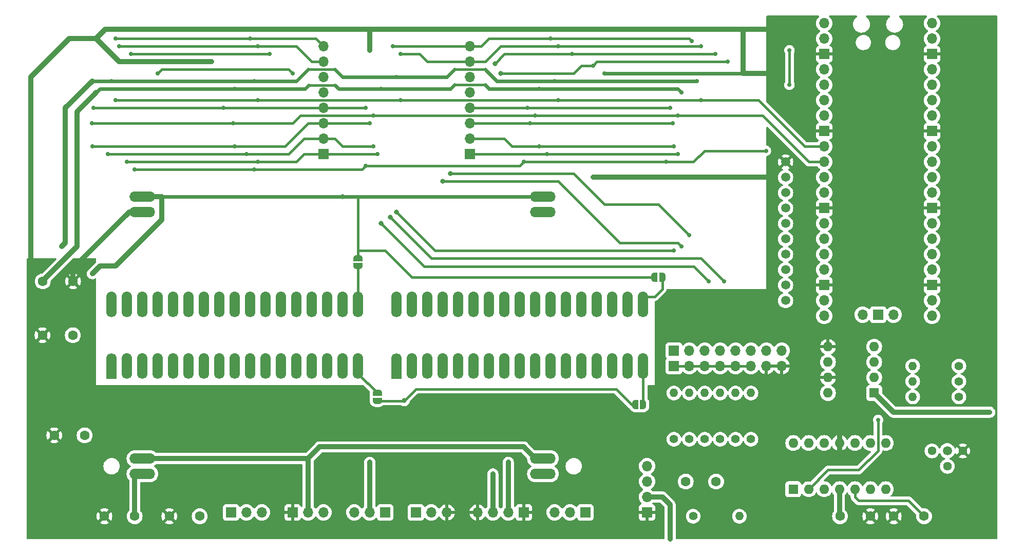
<source format=gbr>
%TF.GenerationSoftware,KiCad,Pcbnew,7.0.7*%
%TF.CreationDate,2024-11-27T08:57:40-05:00*%
%TF.ProjectId,cross-point-exp-brd-mini-lc,63726f73-732d-4706-9f69-6e742d657870,rev?*%
%TF.SameCoordinates,Original*%
%TF.FileFunction,Copper,L2,Bot*%
%TF.FilePolarity,Positive*%
%FSLAX46Y46*%
G04 Gerber Fmt 4.6, Leading zero omitted, Abs format (unit mm)*
G04 Created by KiCad (PCBNEW 7.0.7) date 2024-11-27 08:57:40*
%MOMM*%
%LPD*%
G01*
G04 APERTURE LIST*
G04 Aperture macros list*
%AMFreePoly0*
4,1,19,0.500000,-0.750000,0.000000,-0.750000,0.000000,-0.744911,-0.071157,-0.744911,-0.207708,-0.704816,-0.327430,-0.627875,-0.420627,-0.520320,-0.479746,-0.390866,-0.500000,-0.250000,-0.500000,0.250000,-0.479746,0.390866,-0.420627,0.520320,-0.327430,0.627875,-0.207708,0.704816,-0.071157,0.744911,0.000000,0.744911,0.000000,0.750000,0.500000,0.750000,0.500000,-0.750000,0.500000,-0.750000,
$1*%
%AMFreePoly1*
4,1,19,0.000000,0.744911,0.071157,0.744911,0.207708,0.704816,0.327430,0.627875,0.420627,0.520320,0.479746,0.390866,0.500000,0.250000,0.500000,-0.250000,0.479746,-0.390866,0.420627,-0.520320,0.327430,-0.627875,0.207708,-0.704816,0.071157,-0.744911,0.000000,-0.744911,0.000000,-0.750000,-0.500000,-0.750000,-0.500000,0.750000,0.000000,0.750000,0.000000,0.744911,0.000000,0.744911,
$1*%
G04 Aperture macros list end*
%TA.AperFunction,ComponentPad*%
%ADD10C,1.600000*%
%TD*%
%TA.AperFunction,ComponentPad*%
%ADD11C,1.500000*%
%TD*%
%TA.AperFunction,ComponentPad*%
%ADD12R,1.700000X1.700000*%
%TD*%
%TA.AperFunction,ComponentPad*%
%ADD13O,1.700000X1.700000*%
%TD*%
%TA.AperFunction,ComponentPad*%
%ADD14C,1.400000*%
%TD*%
%TA.AperFunction,ComponentPad*%
%ADD15O,1.400000X1.400000*%
%TD*%
%TA.AperFunction,ComponentPad*%
%ADD16R,1.600000X1.600000*%
%TD*%
%TA.AperFunction,ComponentPad*%
%ADD17O,1.600000X1.600000*%
%TD*%
%TA.AperFunction,ComponentPad*%
%ADD18O,1.700000X4.240000*%
%TD*%
%TA.AperFunction,ComponentPad*%
%ADD19O,4.240000X1.700000*%
%TD*%
%TA.AperFunction,ComponentPad*%
%ADD20C,1.440000*%
%TD*%
%TA.AperFunction,SMDPad,CuDef*%
%ADD21FreePoly0,0.000000*%
%TD*%
%TA.AperFunction,SMDPad,CuDef*%
%ADD22FreePoly1,0.000000*%
%TD*%
%TA.AperFunction,SMDPad,CuDef*%
%ADD23FreePoly0,270.000000*%
%TD*%
%TA.AperFunction,SMDPad,CuDef*%
%ADD24FreePoly1,270.000000*%
%TD*%
%TA.AperFunction,SMDPad,CuDef*%
%ADD25FreePoly0,180.000000*%
%TD*%
%TA.AperFunction,SMDPad,CuDef*%
%ADD26FreePoly1,180.000000*%
%TD*%
%TA.AperFunction,ViaPad*%
%ADD27C,0.700001*%
%TD*%
%TA.AperFunction,ViaPad*%
%ADD28C,0.800000*%
%TD*%
%TA.AperFunction,Conductor*%
%ADD29C,0.406400*%
%TD*%
%TA.AperFunction,Conductor*%
%ADD30C,0.812800*%
%TD*%
%TA.AperFunction,Conductor*%
%ADD31C,0.609600*%
%TD*%
G04 APERTURE END LIST*
D10*
%TO.P,C2,1*%
%TO.N,Net-(DC1-Pin_4)*%
X190460000Y-128905000D03*
%TO.P,C2,2*%
%TO.N,Net-(DC1-Pin_3)*%
X185460000Y-128905000D03*
%TD*%
D11*
%TO.P,TP10,1,1*%
%TO.N,/Extra1*%
X201930000Y-99060000D03*
%TD*%
D12*
%TO.P,JVEE1,1,Pin_1*%
%TO.N,GND*%
X158750000Y-133985000D03*
D13*
%TO.P,JVEE1,2,Pin_2*%
%TO.N,VEE1*%
X156210000Y-133985000D03*
%TO.P,JVEE1,3,Pin_3*%
%TO.N,VEE*%
X153670000Y-133985000D03*
%TO.P,JVEE1,4,Pin_4*%
%TO.N,GND*%
X151130000Y-133985000D03*
%TD*%
D10*
%TO.P,C5,1*%
%TO.N,VDD1*%
X86360000Y-121285000D03*
%TO.P,C5,2*%
%TO.N,GND*%
X81360000Y-121285000D03*
%TD*%
%TO.P,C3,1*%
%TO.N,VEE*%
X94615000Y-134620000D03*
%TO.P,C3,2*%
%TO.N,GND*%
X89615000Y-134620000D03*
%TD*%
D14*
%TO.P,R9,1*%
%TO.N,Net-(U11D-+)*%
X193675000Y-121920000D03*
D15*
%TO.P,R9,2*%
%TO.N,CinH*%
X193675000Y-114300000D03*
%TD*%
D11*
%TO.P,TP6,1,1*%
%TO.N,Net-(U11B-+)*%
X228600000Y-123825000D03*
%TD*%
D10*
%TO.P,C8,1*%
%TO.N,GND*%
X79415000Y-104775000D03*
%TO.P,C8,2*%
%TO.N,VEE1*%
X84415000Y-104775000D03*
%TD*%
D14*
%TO.P,R12,1*%
%TO.N,Net-(DC1-Pin_3)*%
X186690000Y-134620000D03*
D15*
%TO.P,R12,2*%
%TO.N,Net-(DC1-Pin_4)*%
X194310000Y-134620000D03*
%TD*%
D16*
%TO.P,U10,1,Vdd*%
%TO.N,VSYS*%
X216535000Y-114290000D03*
D17*
%TO.P,U10,2,~{CS}*%
%TO.N,DACCS*%
X216535000Y-111750000D03*
%TO.P,U10,3,SCK*%
%TO.N,DACSCK*%
X216535000Y-109210000D03*
%TO.P,U10,4,SDI*%
%TO.N,DACDATA*%
X216535000Y-106670000D03*
%TO.P,U10,5,~{LDAC}*%
%TO.N,GND*%
X208915000Y-106670000D03*
%TO.P,U10,6,VB*%
%TO.N,DAC2OUT*%
X208915000Y-109210000D03*
%TO.P,U10,7,Vss*%
%TO.N,GND*%
X208915000Y-111750000D03*
%TO.P,U10,8,VA*%
%TO.N,DAC1OUT*%
X208915000Y-114290000D03*
%TD*%
D12*
%TO.P,JpVDD2,1,Pin_1*%
%TO.N,VDD1*%
X140970000Y-133985000D03*
D13*
%TO.P,JpVDD2,2,Pin_2*%
%TO.N,Net-(DC1-Pin_4)*%
X143510000Y-133985000D03*
%TO.P,JpVDD2,3,Pin_3*%
%TO.N,GND*%
X146050000Y-133985000D03*
%TD*%
D12*
%TO.P,J1,1,Pin_1*%
%TO.N,JP4*%
X125730000Y-74930000D03*
D13*
%TO.P,J1,2,Pin_2*%
%TO.N,JP3*%
X125730000Y-72390000D03*
%TO.P,J1,3,Pin_3*%
%TO.N,JP2*%
X125730000Y-69850000D03*
%TO.P,J1,4,Pin_4*%
%TO.N,JP1*%
X125730000Y-67310000D03*
%TO.P,J1,5,Pin_5*%
%TO.N,JP8*%
X125730000Y-64770000D03*
%TO.P,J1,6,Pin_6*%
%TO.N,JP7*%
X125730000Y-62230000D03*
%TO.P,J1,7,Pin_7*%
%TO.N,JP6*%
X125730000Y-59690000D03*
%TO.P,J1,8,Pin_8*%
%TO.N,JP5*%
X125730000Y-57150000D03*
%TD*%
D11*
%TO.P,TP8,1,1*%
%TO.N,Net-(U9-GPIO15)*%
X201930000Y-96520000D03*
%TD*%
D12*
%TO.P,J2,1,Pin_1*%
%TO.N,JP12*%
X149860000Y-74930000D03*
D13*
%TO.P,J2,2,Pin_2*%
%TO.N,JP11*%
X149860000Y-72390000D03*
%TO.P,J2,3,Pin_3*%
%TO.N,JP10*%
X149860000Y-69850000D03*
%TO.P,J2,4,Pin_4*%
%TO.N,JP9*%
X149860000Y-67310000D03*
%TO.P,J2,5,Pin_5*%
%TO.N,JP16*%
X149860000Y-64770000D03*
%TO.P,J2,6,Pin_6*%
%TO.N,JP15*%
X149860000Y-62230000D03*
%TO.P,J2,7,Pin_7*%
%TO.N,JP14*%
X149860000Y-59690000D03*
%TO.P,J2,8,Pin_8*%
%TO.N,JP13*%
X149860000Y-57150000D03*
%TD*%
D12*
%TO.P,J4,1,Pin_1*%
%TO.N,CC13*%
X137795000Y-111125000D03*
D18*
X137795000Y-109855000D03*
%TO.P,J4,2,Pin_2*%
%TO.N,CC5*%
X140335000Y-109855000D03*
D13*
X140335000Y-108585000D03*
D18*
%TO.P,J4,3,Pin_3*%
%TO.N,CC3*%
X142875000Y-109855000D03*
D13*
X142875000Y-108585000D03*
D18*
%TO.P,J4,4,Pin_4*%
%TO.N,CC1*%
X145415000Y-109855000D03*
D13*
X145415000Y-108585000D03*
D18*
%TO.P,J4,5,Pin_5*%
%TO.N,CC14*%
X147955000Y-109855000D03*
D13*
X147955000Y-108585000D03*
D18*
%TO.P,J4,6,Pin_6*%
%TO.N,CC6*%
X150495000Y-109855000D03*
D13*
X150495000Y-108585000D03*
D18*
%TO.P,J4,7,Pin_7*%
%TO.N,CC8*%
X153035000Y-109855000D03*
D13*
X153035000Y-108585000D03*
D18*
%TO.P,J4,8,Pin_8*%
%TO.N,CC10*%
X155575000Y-109855000D03*
D13*
X155575000Y-108585000D03*
D18*
%TO.P,J4,9,Pin_9*%
%TO.N,CD13*%
X158115000Y-109855000D03*
D13*
X158115000Y-108585000D03*
D18*
%TO.P,J4,10,Pin_10*%
%TO.N,CD5*%
X160655000Y-109855000D03*
D13*
X160655000Y-108585000D03*
D18*
%TO.P,J4,11,Pin_11*%
%TO.N,CD3*%
X163195000Y-109855000D03*
D13*
X163195000Y-108585000D03*
D18*
%TO.P,J4,12,Pin_12*%
%TO.N,CD1*%
X165735000Y-109855000D03*
D13*
X165735000Y-108585000D03*
D18*
%TO.P,J4,13,Pin_13*%
%TO.N,CD14*%
X168275000Y-109855000D03*
D13*
X168275000Y-108585000D03*
D18*
%TO.P,J4,14,Pin_14*%
%TO.N,CD6*%
X170815000Y-109855000D03*
D13*
X170815000Y-108585000D03*
D18*
%TO.P,J4,15,Pin_15*%
%TO.N,CD8*%
X173355000Y-109855000D03*
D13*
X173355000Y-108585000D03*
D18*
%TO.P,J4,16,Pin_16*%
%TO.N,CD10*%
X175895000Y-109855000D03*
D13*
X175895000Y-108585000D03*
D18*
%TO.P,J4,17,Pin_17*%
%TO.N,Net-(J4-Pin_17)*%
X178435000Y-109855000D03*
D13*
X178435000Y-108585000D03*
D18*
%TO.P,J4,18,Pin_18*%
%TO.N,CC12*%
X137795000Y-99695000D03*
D13*
X137795000Y-98425000D03*
D18*
%TO.P,J4,19,Pin_19*%
%TO.N,CC4*%
X140335000Y-99695000D03*
D13*
X140335000Y-98425000D03*
D18*
%TO.P,J4,20,Pin_20*%
%TO.N,CC2*%
X142875000Y-99695000D03*
D13*
X142875000Y-98425000D03*
D18*
%TO.P,J4,21,Pin_21*%
%TO.N,CC0*%
X145415000Y-99695000D03*
D13*
X145415000Y-98425000D03*
D18*
%TO.P,J4,22,Pin_22*%
%TO.N,CC15*%
X147955000Y-99695000D03*
D13*
X147955000Y-98425000D03*
D18*
%TO.P,J4,23,Pin_23*%
%TO.N,CC7*%
X150495000Y-99695000D03*
D13*
X150495000Y-98425000D03*
D18*
%TO.P,J4,24,Pin_24*%
%TO.N,CC9*%
X153035000Y-99695000D03*
D13*
X153035000Y-98425000D03*
D18*
%TO.P,J4,25,Pin_25*%
%TO.N,CC11*%
X155575000Y-99695000D03*
D13*
X155575000Y-98425000D03*
D18*
%TO.P,J4,26,Pin_26*%
%TO.N,CD12*%
X158115000Y-99695000D03*
D13*
X158115000Y-98425000D03*
D18*
%TO.P,J4,27,Pin_27*%
%TO.N,CD4*%
X160655000Y-99695000D03*
D13*
X160655000Y-98425000D03*
D18*
%TO.P,J4,28,Pin_28*%
%TO.N,CD2*%
X163195000Y-99695000D03*
D13*
X163195000Y-98425000D03*
D18*
%TO.P,J4,29,Pin_29*%
%TO.N,CD0*%
X165735000Y-99695000D03*
D13*
X165735000Y-98425000D03*
D18*
%TO.P,J4,30,Pin_30*%
%TO.N,CD15*%
X168275000Y-99695000D03*
D13*
X168275000Y-98425000D03*
D18*
%TO.P,J4,31,Pin_31*%
%TO.N,CD7*%
X170815000Y-99695000D03*
D13*
X170815000Y-98425000D03*
D18*
%TO.P,J4,32,Pin_32*%
%TO.N,CD9*%
X173355000Y-99695000D03*
D13*
X173355000Y-98425000D03*
D18*
%TO.P,J4,33,Pin_33*%
%TO.N,CD11*%
X175895000Y-99695000D03*
D13*
X175895000Y-98425000D03*
D18*
%TO.P,J4,34,Pin_34*%
%TO.N,Net-(J4-Pin_34)*%
X178435000Y-99695000D03*
D13*
X178435000Y-98425000D03*
%TD*%
D12*
%TO.P,DC1,1,Pin_1*%
%TO.N,GND*%
X179070000Y-133975000D03*
D13*
%TO.P,DC1,2,Pin_2*%
%TO.N,VBUS*%
X179070000Y-131435000D03*
%TO.P,DC1,3,Pin_3*%
%TO.N,Net-(DC1-Pin_3)*%
X179070000Y-128895000D03*
%TO.P,DC1,4,Pin_4*%
%TO.N,Net-(DC1-Pin_4)*%
X179070000Y-126355000D03*
%TD*%
D14*
%TO.P,R1,1*%
%TO.N,ADC0*%
X230505000Y-109855000D03*
D15*
%TO.P,R1,2*%
%TO.N,Net-(U11A--)*%
X222885000Y-109855000D03*
%TD*%
D10*
%TO.P,C1,1*%
%TO.N,Net-(U11B-+)*%
X224750000Y-134620000D03*
%TO.P,C1,2*%
%TO.N,GND*%
X219750000Y-134620000D03*
%TD*%
D14*
%TO.P,R8,1*%
%TO.N,Net-(U11D-+)*%
X196215000Y-121920000D03*
D15*
%TO.P,R8,2*%
%TO.N,CinL*%
X196215000Y-114300000D03*
%TD*%
D11*
%TO.P,TP0,1,1*%
%TO.N,Net-(U9-GPIO8)*%
X201930000Y-78740000D03*
%TD*%
D13*
%TO.P,J6,1,Pin_1*%
%TO.N,VEE*%
X94615000Y-127635000D03*
D19*
X95885000Y-127635000D03*
D13*
%TO.P,J6,2,Pin_2*%
%TO.N,VCC*%
X94615000Y-125095000D03*
D19*
X95885000Y-125095000D03*
D13*
%TO.P,J6,3,Pin_3*%
%TO.N,VEE*%
X160655000Y-127635000D03*
D19*
X161925000Y-127635000D03*
D13*
%TO.P,J6,4,Pin_4*%
%TO.N,VCC*%
X160655000Y-125095000D03*
D19*
X161925000Y-125095000D03*
%TD*%
D14*
%TO.P,R6,1*%
%TO.N,Net-(U11C-+)*%
X191135000Y-121920000D03*
D15*
%TO.P,R6,2*%
%TO.N,BinL*%
X191135000Y-114300000D03*
%TD*%
D14*
%TO.P,R4,1*%
%TO.N,Net-(U11A-+)*%
X186055000Y-121920000D03*
D15*
%TO.P,R4,2*%
%TO.N,AinL*%
X186055000Y-114300000D03*
%TD*%
D12*
%TO.P,JpVDD1,1,Pin_1*%
%TO.N,VBUS*%
X110490000Y-133985000D03*
D13*
%TO.P,JpVDD1,2,Pin_2*%
%TO.N,VDD1*%
X113030000Y-133985000D03*
%TO.P,JpVDD1,3,Pin_3*%
%TO.N,VSYS*%
X115570000Y-133985000D03*
%TD*%
D12*
%TO.P,J8,1,Pin_1*%
%TO.N,V165*%
X183515000Y-109855000D03*
D13*
%TO.P,J8,2,Pin_2*%
X186055000Y-109855000D03*
%TO.P,J8,3,Pin_3*%
X188595000Y-109855000D03*
%TO.P,J8,4,Pin_4*%
X191135000Y-109855000D03*
%TO.P,J8,5,Pin_5*%
X193675000Y-109855000D03*
%TO.P,J8,6,Pin_6*%
X196215000Y-109855000D03*
%TO.P,J8,7,Pin_7*%
%TO.N,GND*%
X198755000Y-109855000D03*
%TO.P,J8,8,Pin_8*%
X201295000Y-109855000D03*
%TD*%
D12*
%TO.P,JpVDD5,1,Pin_1*%
%TO.N,VDD1*%
X135890000Y-133985000D03*
D13*
%TO.P,JpVDD5,2,Pin_2*%
%TO.N,VDD*%
X133350000Y-133985000D03*
%TO.P,JpVDD5,3,Pin_3*%
%TO.N,V3P3*%
X130810000Y-133985000D03*
%TD*%
D11*
%TO.P,TP3,1,1*%
%TO.N,Net-(U9-GPIO11)*%
X201930000Y-86360000D03*
%TD*%
D12*
%TO.P,J3,1,Pin_1*%
%TO.N,CA13*%
X90805000Y-111125000D03*
D18*
X90805000Y-109855000D03*
%TO.P,J3,2,Pin_2*%
%TO.N,CA5*%
X93345000Y-109855000D03*
D13*
X93345000Y-108585000D03*
D18*
%TO.P,J3,3,Pin_3*%
%TO.N,CA3*%
X95885000Y-109855000D03*
D13*
X95885000Y-108585000D03*
D18*
%TO.P,J3,4,Pin_4*%
%TO.N,CA1*%
X98425000Y-109855000D03*
D13*
X98425000Y-108585000D03*
D18*
%TO.P,J3,5,Pin_5*%
%TO.N,CA14*%
X100965000Y-109855000D03*
D13*
X100965000Y-108585000D03*
D18*
%TO.P,J3,6,Pin_6*%
%TO.N,CA6*%
X103505000Y-109855000D03*
D13*
X103505000Y-108585000D03*
D18*
%TO.P,J3,7,Pin_7*%
%TO.N,CA8*%
X106045000Y-109855000D03*
D13*
X106045000Y-108585000D03*
D18*
%TO.P,J3,8,Pin_8*%
%TO.N,CA10*%
X108585000Y-109855000D03*
D13*
X108585000Y-108585000D03*
D18*
%TO.P,J3,9,Pin_9*%
%TO.N,CB13*%
X111125000Y-109855000D03*
D13*
X111125000Y-108585000D03*
D18*
%TO.P,J3,10,Pin_10*%
%TO.N,CB5*%
X113665000Y-109855000D03*
D13*
X113665000Y-108585000D03*
D18*
%TO.P,J3,11,Pin_11*%
%TO.N,CB3*%
X116205000Y-109855000D03*
D13*
X116205000Y-108585000D03*
D18*
%TO.P,J3,12,Pin_12*%
%TO.N,CB1*%
X118745000Y-109855000D03*
D13*
X118745000Y-108585000D03*
D18*
%TO.P,J3,13,Pin_13*%
%TO.N,CB14*%
X121285000Y-109855000D03*
D13*
X121285000Y-108585000D03*
D18*
%TO.P,J3,14,Pin_14*%
%TO.N,CB6*%
X123825000Y-109855000D03*
D13*
X123825000Y-108585000D03*
D18*
%TO.P,J3,15,Pin_15*%
%TO.N,CB8*%
X126365000Y-109855000D03*
D13*
X126365000Y-108585000D03*
D18*
%TO.P,J3,16,Pin_16*%
%TO.N,CB10*%
X128905000Y-109855000D03*
D13*
X128905000Y-108585000D03*
D18*
%TO.P,J3,17,Pin_17*%
%TO.N,Net-(J3-Pin_17)*%
X131445000Y-109855000D03*
D13*
X131445000Y-108585000D03*
D18*
%TO.P,J3,18,Pin_18*%
%TO.N,CA12*%
X90805000Y-99695000D03*
D13*
X90805000Y-98425000D03*
D18*
%TO.P,J3,19,Pin_19*%
%TO.N,CA4*%
X93345000Y-99695000D03*
D13*
X93345000Y-98425000D03*
D18*
%TO.P,J3,20,Pin_20*%
%TO.N,CA2*%
X95885000Y-99695000D03*
D13*
X95885000Y-98425000D03*
D18*
%TO.P,J3,21,Pin_21*%
%TO.N,CA0*%
X98425000Y-99695000D03*
D13*
X98425000Y-98425000D03*
D18*
%TO.P,J3,22,Pin_22*%
%TO.N,CA15*%
X100965000Y-99695000D03*
D13*
X100965000Y-98425000D03*
D18*
%TO.P,J3,23,Pin_23*%
%TO.N,CA7*%
X103505000Y-99695000D03*
D13*
X103505000Y-98425000D03*
D18*
%TO.P,J3,24,Pin_24*%
%TO.N,CA9*%
X106045000Y-99695000D03*
D13*
X106045000Y-98425000D03*
D18*
%TO.P,J3,25,Pin_25*%
%TO.N,CA11*%
X108585000Y-99695000D03*
D13*
X108585000Y-98425000D03*
D18*
%TO.P,J3,26,Pin_26*%
%TO.N,CB12*%
X111125000Y-99695000D03*
D13*
X111125000Y-98425000D03*
D18*
%TO.P,J3,27,Pin_27*%
%TO.N,CB4*%
X113665000Y-99695000D03*
D13*
X113665000Y-98425000D03*
D18*
%TO.P,J3,28,Pin_28*%
%TO.N,CB2*%
X116205000Y-99695000D03*
D13*
X116205000Y-98425000D03*
D18*
%TO.P,J3,29,Pin_29*%
%TO.N,CB0*%
X118745000Y-99695000D03*
D13*
X118745000Y-98425000D03*
D18*
%TO.P,J3,30,Pin_30*%
%TO.N,CB15*%
X121285000Y-99695000D03*
D13*
X121285000Y-98425000D03*
D18*
%TO.P,J3,31,Pin_31*%
%TO.N,CB7*%
X123825000Y-99695000D03*
D13*
X123825000Y-98425000D03*
D18*
%TO.P,J3,32,Pin_32*%
%TO.N,CB9*%
X126365000Y-99695000D03*
D13*
X126365000Y-98425000D03*
D18*
%TO.P,J3,33,Pin_33*%
%TO.N,CB11*%
X128905000Y-99695000D03*
D13*
X128905000Y-98425000D03*
D18*
%TO.P,J3,34,Pin_34*%
%TO.N,Net-(J3-Pin_34)*%
X131445000Y-99695000D03*
D13*
X131445000Y-98425000D03*
%TD*%
D14*
%TO.P,R2,1*%
%TO.N,ADC1*%
X230505000Y-112395000D03*
D15*
%TO.P,R2,2*%
%TO.N,Net-(U11C--)*%
X222885000Y-112395000D03*
%TD*%
D12*
%TO.P,J7,1,Pin_1*%
%TO.N,AinH*%
X183515000Y-107315000D03*
D13*
%TO.P,J7,2,Pin_2*%
%TO.N,AinL*%
X186055000Y-107315000D03*
%TO.P,J7,3,Pin_3*%
%TO.N,BinH*%
X188595000Y-107315000D03*
%TO.P,J7,4,Pin_4*%
%TO.N,BinL*%
X191135000Y-107315000D03*
%TO.P,J7,5,Pin_5*%
%TO.N,CinH*%
X193675000Y-107315000D03*
%TO.P,J7,6,Pin_6*%
%TO.N,CinL*%
X196215000Y-107315000D03*
%TO.P,J7,7,Pin_7*%
%TO.N,DAC1OUT*%
X198755000Y-107315000D03*
%TO.P,J7,8,Pin_8*%
%TO.N,DAC2OUT*%
X201295000Y-107315000D03*
%TD*%
D10*
%TO.P,C6,1*%
%TO.N,VSYS*%
X210900000Y-134620000D03*
%TO.P,C6,2*%
%TO.N,GND*%
X215900000Y-134620000D03*
%TD*%
D11*
%TO.P,TP4,1,1*%
%TO.N,Net-(U9-GPIO12)*%
X201930000Y-88900000D03*
%TD*%
D16*
%TO.P,U11,1*%
%TO.N,Net-(U11A--)*%
X203195000Y-130165000D03*
D17*
%TO.P,U11,2,-*%
X205735000Y-130165000D03*
%TO.P,U11,3,+*%
%TO.N,Net-(U11A-+)*%
X208275000Y-130165000D03*
%TO.P,U11,4,V+*%
%TO.N,VSYS*%
X210815000Y-130165000D03*
%TO.P,U11,5,+*%
%TO.N,Net-(U11B-+)*%
X213355000Y-130165000D03*
%TO.P,U11,6,-*%
%TO.N,V165*%
X215895000Y-130165000D03*
%TO.P,U11,7*%
X218435000Y-130165000D03*
%TO.P,U11,8*%
%TO.N,Net-(U11C--)*%
X218435000Y-122545000D03*
%TO.P,U11,9,-*%
X215895000Y-122545000D03*
%TO.P,U11,10,+*%
%TO.N,Net-(U11C-+)*%
X213355000Y-122545000D03*
%TO.P,U11,11,V-*%
%TO.N,GND*%
X210815000Y-122545000D03*
%TO.P,U11,12,+*%
%TO.N,Net-(U11D-+)*%
X208275000Y-122545000D03*
%TO.P,U11,13,-*%
%TO.N,Net-(U11D--)*%
X205735000Y-122545000D03*
%TO.P,U11,14*%
X203195000Y-122545000D03*
%TD*%
D14*
%TO.P,R3,1*%
%TO.N,ADC2*%
X230505000Y-114935000D03*
D15*
%TO.P,R3,2*%
%TO.N,Net-(U11D--)*%
X222885000Y-114935000D03*
%TD*%
D11*
%TO.P,TP5,1,1*%
%TO.N,Net-(U9-GPIO13)*%
X201930000Y-91440000D03*
%TD*%
%TO.P,TP2,1,1*%
%TO.N,Net-(U9-GPIO10)*%
X201930000Y-83820000D03*
%TD*%
D12*
%TO.P,JpVDD4,1,Pin_1*%
%TO.N,GND*%
X120650000Y-133985000D03*
D13*
%TO.P,JpVDD4,2,Pin_2*%
%TO.N,VCC*%
X123190000Y-133985000D03*
%TO.P,JpVDD4,3,Pin_3*%
%TO.N,V3P3*%
X125730000Y-133985000D03*
%TD*%
%TO.P,U9,1,GPIO0*%
%TO.N,CSA*%
X208280000Y-53340000D03*
%TO.P,U9,2,GPIO1*%
%TO.N,CSB*%
X208280000Y-55880000D03*
D12*
%TO.P,U9,3,GND*%
%TO.N,GND*%
X208280000Y-58420000D03*
D13*
%TO.P,U9,4,GPIO2*%
%TO.N,CSC*%
X208280000Y-60960000D03*
%TO.P,U9,5,GPIO3*%
%TO.N,CSD*%
X208280000Y-63500000D03*
%TO.P,U9,6,GPIO4*%
%TO.N,CSE*%
X208280000Y-66040000D03*
%TO.P,U9,7,GPIO5*%
%TO.N,CLK*%
X208280000Y-68580000D03*
D12*
%TO.P,U9,8,GND*%
%TO.N,GND*%
X208280000Y-71120000D03*
D13*
%TO.P,U9,9,GPIO6*%
%TO.N,RST*%
X208280000Y-73660000D03*
%TO.P,U9,10,GPIO7*%
%TO.N,DATA*%
X208280000Y-76200000D03*
%TO.P,U9,11,GPIO8*%
%TO.N,Net-(U9-GPIO8)*%
X208280000Y-78740000D03*
%TO.P,U9,12,GPIO9*%
%TO.N,Net-(U9-GPIO9)*%
X208280000Y-81280000D03*
D12*
%TO.P,U9,13,GND*%
%TO.N,GND*%
X208280000Y-83820000D03*
D13*
%TO.P,U9,14,GPIO10*%
%TO.N,Net-(U9-GPIO10)*%
X208280000Y-86360000D03*
%TO.P,U9,15,GPIO11*%
%TO.N,Net-(U9-GPIO11)*%
X208280000Y-88900000D03*
%TO.P,U9,16,GPIO12*%
%TO.N,Net-(U9-GPIO12)*%
X208280000Y-91440000D03*
%TO.P,U9,17,GPIO13*%
%TO.N,Net-(U9-GPIO13)*%
X208280000Y-93980000D03*
D12*
%TO.P,U9,18,GND*%
%TO.N,GND*%
X208280000Y-96520000D03*
D13*
%TO.P,U9,19,GPIO14*%
%TO.N,Net-(U9-GPIO14)*%
X208280000Y-99060000D03*
%TO.P,U9,20,GPIO15*%
%TO.N,Net-(U9-GPIO15)*%
X208280000Y-101600000D03*
%TO.P,U9,21,GPIO16*%
%TO.N,unconnected-(U9-GPIO16-Pad21)*%
X226060000Y-101600000D03*
%TO.P,U9,22,GPIO17*%
%TO.N,DACCS*%
X226060000Y-99060000D03*
D12*
%TO.P,U9,23,GND*%
%TO.N,GND*%
X226060000Y-96520000D03*
D13*
%TO.P,U9,24,GPIO18*%
%TO.N,DACSCK*%
X226060000Y-93980000D03*
%TO.P,U9,25,GPIO19*%
%TO.N,DACDATA*%
X226060000Y-91440000D03*
%TO.P,U9,26,GPIO20*%
%TO.N,unconnected-(U9-GPIO20-Pad26)*%
X226060000Y-88900000D03*
%TO.P,U9,27,GPIO21*%
%TO.N,unconnected-(U9-GPIO21-Pad27)*%
X226060000Y-86360000D03*
D12*
%TO.P,U9,28,GND*%
%TO.N,GND*%
X226060000Y-83820000D03*
D13*
%TO.P,U9,29,GPIO22*%
%TO.N,unconnected-(U9-GPIO22-Pad29)*%
X226060000Y-81280000D03*
%TO.P,U9,30,RUN*%
%TO.N,unconnected-(U9-RUN-Pad30)*%
X226060000Y-78740000D03*
%TO.P,U9,31,GPIO26_ADC0*%
%TO.N,ADC0*%
X226060000Y-76200000D03*
%TO.P,U9,32,GPIO27_ADC1*%
%TO.N,ADC1*%
X226060000Y-73660000D03*
D12*
%TO.P,U9,33,AGND*%
%TO.N,GND*%
X226060000Y-71120000D03*
D13*
%TO.P,U9,34,GPIO28_ADC2*%
%TO.N,ADC2*%
X226060000Y-68580000D03*
%TO.P,U9,35,ADC_VREF*%
%TO.N,unconnected-(U9-ADC_VREF-Pad35)*%
X226060000Y-66040000D03*
%TO.P,U9,36,3V3*%
%TO.N,V3P3*%
X226060000Y-63500000D03*
%TO.P,U9,37,3V3_EN*%
%TO.N,unconnected-(U9-3V3_EN-Pad37)*%
X226060000Y-60960000D03*
D12*
%TO.P,U9,38,GND*%
%TO.N,GND*%
X226060000Y-58420000D03*
D13*
%TO.P,U9,39,VSYS*%
%TO.N,VSYS*%
X226060000Y-55880000D03*
%TO.P,U9,40,VBUS*%
%TO.N,VBUS*%
X226060000Y-53340000D03*
%TO.P,U9,41,SWCLK*%
%TO.N,unconnected-(U9-SWCLK-Pad41)*%
X214630000Y-101370000D03*
D12*
%TO.P,U9,42,GND*%
%TO.N,unconnected-(U9-GND-Pad42)*%
X217170000Y-101370000D03*
D13*
%TO.P,U9,43,SWDIO*%
%TO.N,unconnected-(U9-SWDIO-Pad43)*%
X219710000Y-101370000D03*
%TD*%
%TO.P,J5,1,Pin_1*%
%TO.N,GND*%
X94615000Y-84455000D03*
D19*
X95885000Y-84455000D03*
D13*
%TO.P,J5,2,Pin_2*%
%TO.N,VDD*%
X94615000Y-81915000D03*
D19*
X95885000Y-81915000D03*
D13*
%TO.P,J5,3,Pin_3*%
%TO.N,GND*%
X160655000Y-84455000D03*
D19*
X161925000Y-84455000D03*
D13*
%TO.P,J5,4,Pin_4*%
%TO.N,VDD*%
X160655000Y-81915000D03*
D19*
X161925000Y-81915000D03*
%TD*%
D10*
%TO.P,C4,1*%
%TO.N,VBUS*%
X105330000Y-134620000D03*
%TO.P,C4,2*%
%TO.N,GND*%
X100330000Y-134620000D03*
%TD*%
D14*
%TO.P,R7,1*%
%TO.N,Net-(U11C-+)*%
X188595000Y-121920000D03*
D15*
%TO.P,R7,2*%
%TO.N,BinH*%
X188595000Y-114300000D03*
%TD*%
D11*
%TO.P,TP7,1,1*%
%TO.N,Net-(U9-GPIO14)*%
X201930000Y-93980000D03*
%TD*%
%TO.P,TP1,1,1*%
%TO.N,Net-(U9-GPIO9)*%
X201930000Y-81280000D03*
%TD*%
D10*
%TO.P,C7,1*%
%TO.N,VDD1*%
X79455000Y-95885000D03*
%TO.P,C7,2*%
%TO.N,GND*%
X84455000Y-95885000D03*
%TD*%
D14*
%TO.P,R5,1*%
%TO.N,Net-(U11A-+)*%
X183515000Y-121920000D03*
D15*
%TO.P,R5,2*%
%TO.N,AinH*%
X183515000Y-114300000D03*
%TD*%
D11*
%TO.P,TP9,1,1*%
%TO.N,GND*%
X201930000Y-76200000D03*
%TD*%
D20*
%TO.P,RV1,1,1*%
%TO.N,V3P3*%
X226060000Y-123840000D03*
%TO.P,RV1,2,2*%
%TO.N,Net-(U11B-+)*%
X228600000Y-126380000D03*
%TO.P,RV1,3,3*%
%TO.N,GND*%
X231140000Y-123840000D03*
%TD*%
D12*
%TO.P,JpVDD3,1,Pin_1*%
%TO.N,VBUS*%
X168910000Y-133985000D03*
D13*
%TO.P,JpVDD3,2,Pin_2*%
%TO.N,Net-(DC1-Pin_3)*%
X166370000Y-133985000D03*
%TO.P,JpVDD3,3,Pin_3*%
%TO.N,VEE1*%
X163830000Y-133985000D03*
%TD*%
D21*
%TO.P,JP2,1,A*%
%TO.N,VDD*%
X180310000Y-95250000D03*
D22*
%TO.P,JP2,2,B*%
%TO.N,Net-(J4-Pin_34)*%
X181610000Y-95250000D03*
%TD*%
D23*
%TO.P,JP1,1,A*%
%TO.N,VDD*%
X131445000Y-92060000D03*
D24*
%TO.P,JP1,2,B*%
%TO.N,Net-(J3-Pin_34)*%
X131445000Y-93360000D03*
%TD*%
D23*
%TO.P,JP3,1,A*%
%TO.N,Net-(J3-Pin_17)*%
X134620000Y-114285000D03*
D24*
%TO.P,JP3,2,B*%
%TO.N,VEE*%
X134620000Y-115585000D03*
%TD*%
D25*
%TO.P,JP4,1,A*%
%TO.N,Net-(J4-Pin_17)*%
X178450000Y-116205000D03*
D26*
%TO.P,JP4,2,B*%
%TO.N,VEE*%
X177150000Y-116205000D03*
%TD*%
D27*
%TO.N,JP1*%
X132715000Y-67310000D03*
X109220000Y-67310000D03*
X87834814Y-67310000D03*
%TO.N,JP2*%
X87630000Y-73660000D03*
X133350000Y-69850000D03*
X111125000Y-73660000D03*
%TO.N,JP3*%
X113030000Y-74930000D03*
X133985000Y-73660000D03*
X90170000Y-74930000D03*
%TO.N,JP4*%
X114935000Y-76200000D03*
X93345000Y-76200000D03*
X134620000Y-74930000D03*
%TO.N,JP5*%
X91440000Y-55880000D03*
X113665000Y-55880000D03*
%TO.N,JP6*%
X92075000Y-57150000D03*
X114935000Y-57150000D03*
%TO.N,JP7*%
X116840000Y-58420000D03*
X93980000Y-58420000D03*
%TO.N,JP8*%
X120650000Y-61595000D03*
X98425000Y-61595000D03*
%TO.N,JP9*%
X182880000Y-67310000D03*
X159385000Y-67310000D03*
%TO.N,JP10*%
X159813700Y-69850000D03*
X183308700Y-69850000D03*
%TO.N,JP11*%
X183515000Y-73660000D03*
X161290000Y-73660000D03*
%TO.N,JP12*%
X162560000Y-74930000D03*
X184150000Y-74930000D03*
%TO.N,JP13*%
X137160000Y-57150000D03*
X186461400Y-56286400D03*
X163195000Y-55880000D03*
%TO.N,JP14*%
X187960000Y-57150000D03*
X138430000Y-58420000D03*
X164465000Y-57150000D03*
%TO.N,JP15*%
X166751000Y-58420000D03*
D28*
X153987500Y-60007500D03*
D27*
X190373000Y-58420000D03*
%TO.N,JP16*%
X192405000Y-59690000D03*
X170180000Y-60325000D03*
D28*
X154940000Y-61595000D03*
D27*
%TO.N,GND*%
X194945000Y-61595000D03*
D28*
X133350000Y-57785000D03*
X88265000Y-55880000D03*
D27*
X172085000Y-61595000D03*
D28*
X107315000Y-59690000D03*
D27*
X170180000Y-78740000D03*
D28*
%TO.N,VEE*%
X139065000Y-115570000D03*
D27*
X153670000Y-127635000D03*
D28*
%TO.N,VDD*%
X128905000Y-81915000D03*
D27*
X133365000Y-125730000D03*
X87630000Y-94615000D03*
%TO.N,RST*%
X187960000Y-66040000D03*
X138430000Y-66040000D03*
X164465000Y-66040000D03*
X91440000Y-66040000D03*
X114935000Y-66040000D03*
%TO.N,CSE*%
X202565000Y-63500000D03*
X202565000Y-57785000D03*
%TO.N,CLK*%
X114300000Y-77470000D03*
X94615000Y-77470000D03*
X158750000Y-76200000D03*
X182245000Y-76200000D03*
X198691500Y-74358500D03*
X132715000Y-76835000D03*
%TO.N,DATA*%
X133985000Y-68580000D03*
X160655000Y-68580000D03*
X110820000Y-69850000D03*
X184150000Y-68580000D03*
X87580000Y-69850000D03*
D28*
%TO.N,VSYS*%
X235585000Y-117475000D03*
D27*
%TO.N,DAC2OUT*%
X191770000Y-95885000D03*
D28*
X136715500Y-85280500D03*
D27*
%TO.N,DAC1OUT*%
X189230000Y-95885000D03*
D28*
X135255000Y-86360000D03*
%TO.N,AinH*%
X137795000Y-84455000D03*
D27*
X183515000Y-90805000D03*
%TO.N,BinH*%
X184785000Y-90170000D03*
D28*
X145415000Y-79375000D03*
D27*
%TO.N,CinH*%
X186055000Y-88265000D03*
D28*
X146685000Y-78105000D03*
D27*
%TO.N,Net-(U11A--)*%
X217170000Y-118745000D03*
%TO.N,VBUS*%
X182880000Y-138430000D03*
%TO.N,VEE1*%
X163830000Y-62865000D03*
X82550000Y-90170000D03*
X137795000Y-62230000D03*
X90805000Y-62865000D03*
X187325000Y-62865000D03*
X114300000Y-62865000D03*
X156210000Y-125730000D03*
%TO.N,VDD1*%
X135255000Y-64135000D03*
X111125000Y-64135000D03*
X161290000Y-64135000D03*
X88265000Y-64770000D03*
X184785000Y-64770000D03*
%TD*%
D29*
%TO.N,JP1*%
X132715000Y-67310000D02*
X125730000Y-67310000D01*
X87834814Y-67310000D02*
X109220000Y-67310000D01*
X109220000Y-67310000D02*
X125730000Y-67310000D01*
%TO.N,JP2*%
X123190000Y-69850000D02*
X125730000Y-69850000D01*
X111125000Y-73660000D02*
X119380000Y-73660000D01*
X111125000Y-73660000D02*
X87630000Y-73660000D01*
X133350000Y-69850000D02*
X125730000Y-69850000D01*
X119380000Y-73660000D02*
X123190000Y-69850000D01*
%TO.N,JP3*%
X120015000Y-74930000D02*
X122555000Y-72390000D01*
X133985000Y-73660000D02*
X128905000Y-73660000D01*
X122555000Y-72390000D02*
X125730000Y-72390000D01*
X113030000Y-74930000D02*
X120015000Y-74930000D01*
X128905000Y-73660000D02*
X127635000Y-72390000D01*
X113030000Y-74930000D02*
X90170000Y-74930000D01*
X127635000Y-72390000D02*
X125730000Y-72390000D01*
%TO.N,JP4*%
X134620000Y-74930000D02*
X125730000Y-74930000D01*
X114935000Y-76200000D02*
X121285000Y-76200000D01*
X114935000Y-76200000D02*
X93345000Y-76200000D01*
X121285000Y-76200000D02*
X122555000Y-74930000D01*
X122555000Y-74930000D02*
X125730000Y-74930000D01*
%TO.N,JP5*%
X124460000Y-55880000D02*
X125730000Y-57150000D01*
X113665000Y-55880000D02*
X124460000Y-55880000D01*
X113665000Y-55880000D02*
X91440000Y-55880000D01*
%TO.N,JP6*%
X123825000Y-59690000D02*
X125730000Y-59690000D01*
X121285000Y-57150000D02*
X123825000Y-59690000D01*
X92075000Y-57150000D02*
X114935000Y-57150000D01*
X114935000Y-57150000D02*
X121285000Y-57150000D01*
%TO.N,JP7*%
X93980000Y-58420000D02*
X116840000Y-58420000D01*
%TO.N,JP8*%
X120015000Y-60960000D02*
X120650000Y-61595000D01*
X99060000Y-60960000D02*
X120015000Y-60960000D01*
X98425000Y-61595000D02*
X99060000Y-60960000D01*
%TO.N,JP9*%
X159385000Y-67310000D02*
X149860000Y-67310000D01*
X159385000Y-67310000D02*
X182880000Y-67310000D01*
%TO.N,JP10*%
X159813700Y-69850000D02*
X149860000Y-69850000D01*
X159813700Y-69850000D02*
X183308700Y-69850000D01*
%TO.N,JP11*%
X155575000Y-72390000D02*
X149860000Y-72390000D01*
X156845000Y-73660000D02*
X155575000Y-72390000D01*
X183515000Y-73660000D02*
X156845000Y-73660000D01*
%TO.N,JP12*%
X184150000Y-74930000D02*
X149860000Y-74930000D01*
%TO.N,JP13*%
X162560000Y-55880000D02*
X153035000Y-55880000D01*
X186055000Y-55880000D02*
X163195000Y-55880000D01*
X151765000Y-57150000D02*
X149860000Y-57150000D01*
X163195000Y-55880000D02*
X162560000Y-55880000D01*
X162966400Y-55880000D02*
X162560000Y-55880000D01*
X153035000Y-55880000D02*
X151765000Y-57150000D01*
X137160000Y-57150000D02*
X149860000Y-57150000D01*
X186461400Y-56286400D02*
X186055000Y-55880000D01*
%TO.N,JP14*%
X142875000Y-59690000D02*
X149860000Y-59690000D01*
X187960000Y-57150000D02*
X164465000Y-57150000D01*
X164465000Y-57150000D02*
X154940000Y-57150000D01*
X138430000Y-58420000D02*
X141605000Y-58420000D01*
X152400000Y-59690000D02*
X149860000Y-59690000D01*
X141605000Y-58420000D02*
X142875000Y-59690000D01*
X154940000Y-57150000D02*
X152400000Y-59690000D01*
%TO.N,JP15*%
X190373000Y-58420000D02*
X166751000Y-58420000D01*
X155575000Y-58420000D02*
X153987500Y-60007500D01*
X166751000Y-58420000D02*
X155575000Y-58420000D01*
%TO.N,JP16*%
X168275000Y-60325000D02*
X167005000Y-61595000D01*
X170815000Y-59690000D02*
X170180000Y-60325000D01*
X192405000Y-59690000D02*
X170815000Y-59690000D01*
X167005000Y-61595000D02*
X154940000Y-61595000D01*
X170180000Y-60325000D02*
X168275000Y-60325000D01*
%TO.N,Net-(J3-Pin_17)*%
X131445000Y-111125000D02*
X131460000Y-111125000D01*
X131460000Y-111125000D02*
X134620000Y-114285000D01*
%TO.N,Net-(J3-Pin_34)*%
X131445000Y-98425000D02*
X131445000Y-93360000D01*
D30*
%TO.N,GND*%
X194945000Y-61595000D02*
X198882000Y-61595000D01*
X133350000Y-54356000D02*
X133350000Y-57785000D01*
X199009000Y-54356000D02*
X194945000Y-54356000D01*
X94615000Y-84455000D02*
X97155000Y-84455000D01*
D31*
X172085000Y-61595000D02*
X194945000Y-61595000D01*
D30*
X210815000Y-122545000D02*
X210815000Y-124455000D01*
X210815000Y-122545000D02*
X210815000Y-120655000D01*
X77470000Y-62230000D02*
X77470000Y-113030000D01*
X89789000Y-54356000D02*
X194945000Y-54356000D01*
X93726000Y-84455000D02*
X84455000Y-93726000D01*
X88265000Y-55880000D02*
X83820000Y-55880000D01*
X88265000Y-55880000D02*
X89789000Y-54356000D01*
X194945000Y-54356000D02*
X194945000Y-61595000D01*
X94615000Y-84455000D02*
X93726000Y-84455000D01*
X92075000Y-59690000D02*
X107315000Y-59690000D01*
X170180000Y-78740000D02*
X199009000Y-78740000D01*
X83820000Y-55880000D02*
X77470000Y-62230000D01*
X84455000Y-93726000D02*
X84455000Y-95885000D01*
X88265000Y-55880000D02*
X92075000Y-59690000D01*
X210815000Y-120655000D02*
X210820000Y-120650000D01*
%TO.N,VEE*%
X153670000Y-133985000D02*
X153670000Y-127635000D01*
D29*
X134620000Y-115585000D02*
X139050000Y-115585000D01*
X163068000Y-127762000D02*
X163195000Y-127635000D01*
X140970000Y-113665000D02*
X173982500Y-113665000D01*
D30*
X94615000Y-127635000D02*
X94615000Y-134620000D01*
D29*
X173982500Y-113665000D02*
X176522500Y-116205000D01*
X139050000Y-115585000D02*
X140970000Y-113665000D01*
X176522500Y-116205000D02*
X177150000Y-116205000D01*
D31*
%TO.N,VDD*%
X128905000Y-81915000D02*
X131445000Y-81915000D01*
D30*
X87630000Y-94615000D02*
X88900000Y-93345000D01*
X99060000Y-81915000D02*
X94615000Y-81915000D01*
D31*
X128905000Y-81915000D02*
X99060000Y-81915000D01*
D30*
X133365000Y-125730000D02*
X133365000Y-133985000D01*
D29*
X140335000Y-95250000D02*
X135890000Y-90805000D01*
X180310000Y-95250000D02*
X140335000Y-95250000D01*
D30*
X91440000Y-93345000D02*
X99060000Y-85725000D01*
D31*
X131445000Y-81915000D02*
X163195000Y-81915000D01*
D29*
X131445000Y-92060000D02*
X131445000Y-81915000D01*
X135890000Y-90805000D02*
X131445000Y-90805000D01*
D30*
X99060000Y-85725000D02*
X99060000Y-81915000D01*
X88900000Y-93345000D02*
X91440000Y-93345000D01*
D29*
%TO.N,RST*%
X205105000Y-73660000D02*
X197485000Y-66040000D01*
X114935000Y-66040000D02*
X91440000Y-66040000D01*
X208280000Y-73660000D02*
X205105000Y-73660000D01*
X197485000Y-66040000D02*
X187960000Y-66040000D01*
X187960000Y-66040000D02*
X114935000Y-66040000D01*
%TO.N,Net-(J4-Pin_17)*%
X178435000Y-111125000D02*
X178435000Y-115570000D01*
%TO.N,CSE*%
X202565000Y-63500000D02*
X202565000Y-57785000D01*
%TO.N,CLK*%
X132715000Y-76835000D02*
X158115000Y-76835000D01*
X132080000Y-77470000D02*
X132715000Y-76835000D01*
X158115000Y-76835000D02*
X158750000Y-76200000D01*
X158750000Y-76200000D02*
X182245000Y-76200000D01*
X114300000Y-77470000D02*
X94615000Y-77470000D01*
X188531500Y-74358500D02*
X198691500Y-74358500D01*
X186690000Y-76200000D02*
X188531500Y-74358500D01*
X182245000Y-76200000D02*
X186690000Y-76200000D01*
X114300000Y-77470000D02*
X132080000Y-77470000D01*
%TO.N,DATA*%
X208280000Y-76200000D02*
X205740000Y-76200000D01*
X160655000Y-68580000D02*
X184150000Y-68580000D01*
X205740000Y-76200000D02*
X198120000Y-68580000D01*
X133985000Y-68580000D02*
X160655000Y-68580000D01*
X133985000Y-68580000D02*
X121920000Y-68580000D01*
X110820000Y-69850000D02*
X87580000Y-69850000D01*
X120650000Y-69850000D02*
X110820000Y-69850000D01*
X121920000Y-68580000D02*
X120650000Y-69850000D01*
X184150000Y-68580000D02*
X198120000Y-68580000D01*
D30*
%TO.N,VSYS*%
X235585000Y-117475000D02*
X219720000Y-117475000D01*
X210815000Y-130165000D02*
X210815000Y-134535000D01*
X219720000Y-117475000D02*
X216535000Y-114290000D01*
X210815000Y-134535000D02*
X210900000Y-134620000D01*
D29*
%TO.N,DAC2OUT*%
X187960000Y-92075000D02*
X143510000Y-92075000D01*
X191770000Y-95885000D02*
X187960000Y-92075000D01*
X143510000Y-92075000D02*
X136715500Y-85280500D01*
%TO.N,DAC1OUT*%
X189230000Y-95885000D02*
X186817000Y-93472000D01*
X142367000Y-93472000D02*
X135255000Y-86360000D01*
X186817000Y-93472000D02*
X142367000Y-93472000D01*
%TO.N,V165*%
X193675000Y-109855000D02*
X191135000Y-109855000D01*
X196215000Y-109855000D02*
X193675000Y-109855000D01*
X188595000Y-109855000D02*
X186055000Y-109855000D01*
X183515000Y-109855000D02*
X186055000Y-109855000D01*
X191135000Y-109855000D02*
X188595000Y-109855000D01*
%TO.N,AinH*%
X144145000Y-90805000D02*
X137795000Y-84455000D01*
X183515000Y-90805000D02*
X144145000Y-90805000D01*
%TO.N,BinH*%
X174625000Y-89535000D02*
X184150000Y-89535000D01*
X184150000Y-89535000D02*
X184785000Y-90170000D01*
X145415000Y-79375000D02*
X164465000Y-79375000D01*
X164465000Y-79375000D02*
X174625000Y-89535000D01*
%TO.N,CinH*%
X172085000Y-83185000D02*
X180975000Y-83185000D01*
X180975000Y-83185000D02*
X186055000Y-88265000D01*
X146685000Y-78105000D02*
X167005000Y-78105000D01*
X167005000Y-78105000D02*
X172085000Y-83185000D01*
%TO.N,Net-(U11B-+)*%
X213995000Y-132080000D02*
X222210000Y-132080000D01*
X213355000Y-130165000D02*
X213355000Y-131440000D01*
X222210000Y-132080000D02*
X224750000Y-134620000D01*
X213355000Y-131440000D02*
X213995000Y-132080000D01*
%TO.N,Net-(U11A--)*%
X208900000Y-127000000D02*
X213995000Y-127000000D01*
X217170000Y-123825000D02*
X217170000Y-118745000D01*
X213995000Y-127000000D02*
X217170000Y-123825000D01*
X205735000Y-130165000D02*
X208900000Y-127000000D01*
D30*
%TO.N,VBUS*%
X182880000Y-132715000D02*
X181600000Y-131435000D01*
X182880000Y-138430000D02*
X182880000Y-132715000D01*
X181600000Y-131435000D02*
X179070000Y-131435000D01*
%TO.N,VEE1*%
X83185000Y-89535000D02*
X83185000Y-67310000D01*
D31*
X128905000Y-62230000D02*
X137795000Y-62230000D01*
X146050000Y-62230000D02*
X137795000Y-62230000D01*
D30*
X82550000Y-90170000D02*
X83185000Y-89535000D01*
D31*
X87630000Y-62865000D02*
X114300000Y-62865000D01*
X123190000Y-60960000D02*
X121285000Y-62865000D01*
X127635000Y-60960000D02*
X128905000Y-62230000D01*
X154305000Y-62865000D02*
X163830000Y-62865000D01*
X121285000Y-62865000D02*
X114300000Y-62865000D01*
D29*
X147320000Y-60960000D02*
X152400000Y-60960000D01*
D31*
X152400000Y-60960000D02*
X154305000Y-62865000D01*
X147320000Y-60960000D02*
X146050000Y-62230000D01*
D29*
X127635000Y-60960000D02*
X123190000Y-60960000D01*
D30*
X83185000Y-67310000D02*
X87630000Y-62865000D01*
X156210000Y-125730000D02*
X156210000Y-133985000D01*
D31*
X163830000Y-62865000D02*
X187325000Y-62865000D01*
%TO.N,VDD1*%
X184150000Y-64135000D02*
X161290000Y-64135000D01*
X184785000Y-64770000D02*
X184150000Y-64135000D01*
X153035000Y-64135000D02*
X161290000Y-64135000D01*
X152400000Y-63500000D02*
X153035000Y-64135000D01*
X135255000Y-64135000D02*
X146685000Y-64135000D01*
D30*
X88265000Y-64770000D02*
X85090000Y-67945000D01*
X85090000Y-67945000D02*
X85090000Y-90170000D01*
D31*
X88265000Y-64770000D02*
X88900000Y-64135000D01*
X128253200Y-64135000D02*
X135255000Y-64135000D01*
D30*
X79455000Y-95805000D02*
X79375000Y-95805000D01*
D31*
X111125000Y-64135000D02*
X122673201Y-64135000D01*
D30*
X85090000Y-90170000D02*
X79455000Y-95805000D01*
D29*
X147320000Y-63500000D02*
X152400000Y-63500000D01*
D31*
X146685000Y-64135000D02*
X147320000Y-63500000D01*
D29*
X123291401Y-63516800D02*
X127635000Y-63516800D01*
D31*
X127635000Y-63516800D02*
X128253200Y-64135000D01*
X88900000Y-64135000D02*
X111125000Y-64135000D01*
X122673201Y-64135000D02*
X123291401Y-63516800D01*
X79455000Y-95885000D02*
X79375000Y-95805000D01*
D29*
%TO.N,Net-(J4-Pin_34)*%
X178435000Y-98425000D02*
X180340000Y-98425000D01*
X180340000Y-98425000D02*
X181610000Y-97155000D01*
X181610000Y-97155000D02*
X181610000Y-95250000D01*
D30*
%TO.N,VCC*%
X160655000Y-125095000D02*
X158750000Y-123190000D01*
X125095000Y-123190000D02*
X123190000Y-125095000D01*
X158750000Y-123190000D02*
X125095000Y-123190000D01*
X123190000Y-133985000D02*
X123190000Y-125095000D01*
X123190000Y-125095000D02*
X94615000Y-125095000D01*
X163195000Y-125095000D02*
X160655000Y-125095000D01*
%TD*%
%TA.AperFunction,Conductor*%
%TO.N,GND*%
G36*
X200748692Y-109624685D02*
G01*
X200794447Y-109677489D01*
X200804391Y-109746647D01*
X200800631Y-109763933D01*
X200795000Y-109783111D01*
X200795000Y-109926888D01*
X200800631Y-109946067D01*
X200800630Y-110015936D01*
X200762855Y-110074714D01*
X200699299Y-110103738D01*
X200681653Y-110105000D01*
X199368347Y-110105000D01*
X199301308Y-110085315D01*
X199255553Y-110032511D01*
X199245609Y-109963353D01*
X199249369Y-109946067D01*
X199255000Y-109926888D01*
X199255000Y-109783111D01*
X199249369Y-109763933D01*
X199249370Y-109694064D01*
X199287145Y-109635286D01*
X199350701Y-109606262D01*
X199368347Y-109605000D01*
X200681653Y-109605000D01*
X200748692Y-109624685D01*
G37*
%TD.AperFunction*%
%TA.AperFunction,Conductor*%
G36*
X213669404Y-52089685D02*
G01*
X213715159Y-52142489D01*
X213725103Y-52211647D01*
X213696078Y-52275203D01*
X213678526Y-52291854D01*
X213623487Y-52334692D01*
X213620124Y-52337133D01*
X213562001Y-52376417D01*
X213561994Y-52376422D01*
X213530248Y-52406847D01*
X213525430Y-52411011D01*
X213493218Y-52436085D01*
X213493209Y-52436093D01*
X213445613Y-52487795D01*
X213442900Y-52490564D01*
X213389882Y-52541378D01*
X213389880Y-52541380D01*
X213365681Y-52574098D01*
X213361448Y-52579223D01*
X213336022Y-52606845D01*
X213295797Y-52668412D01*
X213293741Y-52671367D01*
X213248124Y-52733047D01*
X213248120Y-52733054D01*
X213231268Y-52766475D01*
X213227811Y-52772472D01*
X213209076Y-52801149D01*
X213178219Y-52871496D01*
X213176803Y-52874503D01*
X213140790Y-52945931D01*
X213130792Y-52978573D01*
X213128288Y-52985323D01*
X213115845Y-53013691D01*
X213115845Y-53013692D01*
X213096178Y-53091347D01*
X213095358Y-53094279D01*
X213070984Y-53173876D01*
X213070983Y-53173879D01*
X213067063Y-53204485D01*
X213065668Y-53211830D01*
X213058867Y-53238688D01*
X213058864Y-53238705D01*
X213051867Y-53323154D01*
X213040702Y-53410344D01*
X213040701Y-53410344D01*
X213041872Y-53437900D01*
X213041716Y-53445655D01*
X213039700Y-53469995D01*
X213039700Y-53470000D01*
X213042359Y-53502097D01*
X213046955Y-53557567D01*
X213050819Y-53648523D01*
X213050820Y-53648534D01*
X213055939Y-53672284D01*
X213057120Y-53680233D01*
X213058865Y-53701301D01*
X213058865Y-53701304D01*
X213058866Y-53701305D01*
X213081205Y-53789520D01*
X213084253Y-53803663D01*
X213101046Y-53881582D01*
X213108883Y-53901084D01*
X213111458Y-53908987D01*
X213115844Y-53926303D01*
X213153655Y-54012504D01*
X213189934Y-54102787D01*
X213189935Y-54102788D01*
X213199232Y-54117888D01*
X213203218Y-54125495D01*
X213209076Y-54138850D01*
X213262275Y-54220277D01*
X213314930Y-54305794D01*
X213321543Y-54313308D01*
X213332263Y-54327402D01*
X213334738Y-54331189D01*
X213336021Y-54333153D01*
X213404027Y-54407028D01*
X213472436Y-54484755D01*
X213477564Y-54488895D01*
X213490882Y-54501377D01*
X213493216Y-54503913D01*
X213574933Y-54567515D01*
X213657920Y-54634523D01*
X213657922Y-54634524D01*
X213660678Y-54636064D01*
X213676360Y-54646460D01*
X213676367Y-54646465D01*
X213676371Y-54646467D01*
X213676374Y-54646470D01*
X213765783Y-54694855D01*
X213770162Y-54697225D01*
X213866046Y-54750790D01*
X213868849Y-54752058D01*
X213875695Y-54755097D01*
X213875794Y-54754873D01*
X213880490Y-54756932D01*
X213880497Y-54756936D01*
X213984276Y-54792563D01*
X214090829Y-54830211D01*
X214091398Y-54830308D01*
X214096129Y-54831312D01*
X214100007Y-54832294D01*
X214100019Y-54832298D01*
X214211323Y-54850871D01*
X214211324Y-54850871D01*
X214325791Y-54870499D01*
X214325800Y-54870500D01*
X214561044Y-54870500D01*
X214561049Y-54870500D01*
X214594073Y-54864988D01*
X214617469Y-54861085D01*
X214622407Y-54860463D01*
X214682541Y-54855346D01*
X214734615Y-54841786D01*
X214740017Y-54840634D01*
X214789981Y-54832298D01*
X214847186Y-54812658D01*
X214851663Y-54811309D01*
X214913249Y-54795275D01*
X214919249Y-54792563D01*
X214924262Y-54790296D01*
X214959297Y-54774459D01*
X214964681Y-54772322D01*
X215009503Y-54756936D01*
X215065554Y-54726601D01*
X215069527Y-54724632D01*
X215078156Y-54720730D01*
X215130486Y-54697077D01*
X215169647Y-54670608D01*
X215174820Y-54667469D01*
X215213626Y-54646470D01*
X215266532Y-54605290D01*
X215269850Y-54602881D01*
X215328003Y-54563579D01*
X215359770Y-54533131D01*
X215364548Y-54529002D01*
X215396784Y-54503913D01*
X215399109Y-54501388D01*
X215414420Y-54484755D01*
X215444389Y-54452198D01*
X215447101Y-54449432D01*
X215500118Y-54398621D01*
X215524329Y-54365883D01*
X215528540Y-54360785D01*
X215553979Y-54333153D01*
X215594206Y-54271578D01*
X215596241Y-54268652D01*
X215641879Y-54206947D01*
X215658733Y-54173517D01*
X215662170Y-54167552D01*
X215680924Y-54138849D01*
X215711805Y-54068445D01*
X215713174Y-54065538D01*
X215749207Y-53994074D01*
X215759208Y-53961413D01*
X215761701Y-53954694D01*
X215774157Y-53926300D01*
X215793827Y-53848621D01*
X215794635Y-53845732D01*
X215819016Y-53766123D01*
X215822936Y-53735508D01*
X215824330Y-53728170D01*
X215831134Y-53701305D01*
X215838132Y-53616845D01*
X215849298Y-53529654D01*
X215848126Y-53502079D01*
X215848281Y-53494355D01*
X215850300Y-53470000D01*
X215847962Y-53441788D01*
X215843044Y-53382432D01*
X215839180Y-53291468D01*
X215834059Y-53267709D01*
X215832879Y-53259762D01*
X215831134Y-53238695D01*
X215831133Y-53238692D01*
X215831133Y-53238688D01*
X215808794Y-53150480D01*
X215808794Y-53150479D01*
X215788954Y-53058419D01*
X215781115Y-53038912D01*
X215778541Y-53031015D01*
X215774157Y-53013700D01*
X215736344Y-52927495D01*
X215700064Y-52837210D01*
X215690768Y-52822112D01*
X215686779Y-52814500D01*
X215680924Y-52801151D01*
X215627724Y-52719721D01*
X215575071Y-52634208D01*
X215575070Y-52634207D01*
X215575069Y-52634205D01*
X215568451Y-52626686D01*
X215557727Y-52612584D01*
X215553978Y-52606845D01*
X215485972Y-52532971D01*
X215417565Y-52455246D01*
X215412439Y-52451107D01*
X215399117Y-52438621D01*
X215396785Y-52436088D01*
X215396783Y-52436086D01*
X215315066Y-52372484D01*
X215232080Y-52305477D01*
X215232073Y-52305472D01*
X215229311Y-52303929D01*
X215213660Y-52293556D01*
X215211499Y-52291875D01*
X215170670Y-52235176D01*
X215166976Y-52165404D01*
X215201591Y-52104711D01*
X215263523Y-52072367D01*
X215287634Y-52070000D01*
X219052365Y-52070000D01*
X219119404Y-52089685D01*
X219165159Y-52142489D01*
X219175103Y-52211647D01*
X219146078Y-52275203D01*
X219128526Y-52291854D01*
X219073487Y-52334692D01*
X219070124Y-52337133D01*
X219012001Y-52376417D01*
X219011994Y-52376422D01*
X218980248Y-52406847D01*
X218975430Y-52411011D01*
X218943218Y-52436085D01*
X218943209Y-52436093D01*
X218895613Y-52487795D01*
X218892900Y-52490564D01*
X218839882Y-52541378D01*
X218839880Y-52541380D01*
X218815681Y-52574098D01*
X218811448Y-52579223D01*
X218786022Y-52606845D01*
X218745797Y-52668412D01*
X218743741Y-52671367D01*
X218698124Y-52733047D01*
X218698120Y-52733054D01*
X218681268Y-52766475D01*
X218677811Y-52772472D01*
X218659076Y-52801149D01*
X218628219Y-52871496D01*
X218626803Y-52874503D01*
X218590790Y-52945931D01*
X218580792Y-52978573D01*
X218578288Y-52985323D01*
X218565845Y-53013691D01*
X218565845Y-53013692D01*
X218546178Y-53091347D01*
X218545358Y-53094279D01*
X218520984Y-53173876D01*
X218520983Y-53173879D01*
X218517063Y-53204485D01*
X218515668Y-53211830D01*
X218508867Y-53238688D01*
X218508864Y-53238705D01*
X218501867Y-53323154D01*
X218490702Y-53410344D01*
X218490701Y-53410344D01*
X218491872Y-53437900D01*
X218491716Y-53445655D01*
X218489700Y-53469995D01*
X218489700Y-53470000D01*
X218492359Y-53502097D01*
X218496955Y-53557567D01*
X218500819Y-53648523D01*
X218500820Y-53648534D01*
X218505939Y-53672284D01*
X218507120Y-53680233D01*
X218508865Y-53701301D01*
X218508865Y-53701304D01*
X218508866Y-53701305D01*
X218531205Y-53789520D01*
X218534253Y-53803663D01*
X218551046Y-53881582D01*
X218558883Y-53901084D01*
X218561458Y-53908987D01*
X218565844Y-53926303D01*
X218603655Y-54012504D01*
X218639934Y-54102787D01*
X218639935Y-54102788D01*
X218649232Y-54117888D01*
X218653218Y-54125495D01*
X218659076Y-54138850D01*
X218712275Y-54220277D01*
X218764930Y-54305794D01*
X218771543Y-54313308D01*
X218782263Y-54327402D01*
X218784738Y-54331189D01*
X218786021Y-54333153D01*
X218854027Y-54407028D01*
X218922436Y-54484755D01*
X218927564Y-54488895D01*
X218940882Y-54501377D01*
X218943216Y-54503913D01*
X219024933Y-54567515D01*
X219107920Y-54634523D01*
X219107922Y-54634524D01*
X219110678Y-54636064D01*
X219126360Y-54646460D01*
X219126367Y-54646465D01*
X219126371Y-54646467D01*
X219126374Y-54646470D01*
X219215783Y-54694855D01*
X219220162Y-54697225D01*
X219316046Y-54750790D01*
X219318849Y-54752058D01*
X219325695Y-54755097D01*
X219325794Y-54754873D01*
X219330490Y-54756932D01*
X219330497Y-54756936D01*
X219434276Y-54792563D01*
X219540829Y-54830211D01*
X219541398Y-54830308D01*
X219546129Y-54831312D01*
X219550007Y-54832294D01*
X219550019Y-54832298D01*
X219661324Y-54850871D01*
X219775791Y-54870499D01*
X219775800Y-54870500D01*
X220011044Y-54870500D01*
X220011049Y-54870500D01*
X220044073Y-54864988D01*
X220067469Y-54861085D01*
X220072407Y-54860463D01*
X220132541Y-54855346D01*
X220184615Y-54841786D01*
X220190017Y-54840634D01*
X220239981Y-54832298D01*
X220297186Y-54812658D01*
X220301663Y-54811309D01*
X220363249Y-54795275D01*
X220369249Y-54792563D01*
X220374262Y-54790296D01*
X220409297Y-54774459D01*
X220414681Y-54772322D01*
X220459503Y-54756936D01*
X220515554Y-54726601D01*
X220519527Y-54724632D01*
X220528156Y-54720730D01*
X220580486Y-54697077D01*
X220619647Y-54670608D01*
X220624820Y-54667469D01*
X220663626Y-54646470D01*
X220716532Y-54605290D01*
X220719850Y-54602881D01*
X220778003Y-54563579D01*
X220809770Y-54533131D01*
X220814548Y-54529002D01*
X220846784Y-54503913D01*
X220849109Y-54501388D01*
X220864420Y-54484755D01*
X220894389Y-54452198D01*
X220897101Y-54449432D01*
X220950118Y-54398621D01*
X220974329Y-54365883D01*
X220978540Y-54360785D01*
X221003979Y-54333153D01*
X221044206Y-54271578D01*
X221046241Y-54268652D01*
X221091879Y-54206947D01*
X221108733Y-54173517D01*
X221112170Y-54167552D01*
X221130924Y-54138849D01*
X221161805Y-54068445D01*
X221163174Y-54065538D01*
X221199207Y-53994074D01*
X221209208Y-53961413D01*
X221211701Y-53954694D01*
X221224157Y-53926300D01*
X221243827Y-53848621D01*
X221244635Y-53845732D01*
X221269016Y-53766123D01*
X221272936Y-53735508D01*
X221274330Y-53728170D01*
X221281134Y-53701305D01*
X221288132Y-53616845D01*
X221299298Y-53529654D01*
X221298126Y-53502079D01*
X221298281Y-53494355D01*
X221300300Y-53470000D01*
X221297962Y-53441788D01*
X221293044Y-53382432D01*
X221289180Y-53291468D01*
X221284059Y-53267709D01*
X221282879Y-53259762D01*
X221281134Y-53238695D01*
X221281133Y-53238692D01*
X221281133Y-53238688D01*
X221258794Y-53150480D01*
X221258794Y-53150479D01*
X221238954Y-53058419D01*
X221231115Y-53038912D01*
X221228541Y-53031015D01*
X221224157Y-53013700D01*
X221186344Y-52927495D01*
X221150064Y-52837210D01*
X221140768Y-52822112D01*
X221136779Y-52814500D01*
X221130924Y-52801151D01*
X221077724Y-52719721D01*
X221025071Y-52634208D01*
X221025070Y-52634207D01*
X221025069Y-52634205D01*
X221018451Y-52626686D01*
X221007727Y-52612584D01*
X221003978Y-52606845D01*
X220935972Y-52532971D01*
X220867565Y-52455246D01*
X220862439Y-52451107D01*
X220849117Y-52438621D01*
X220846785Y-52436088D01*
X220846783Y-52436086D01*
X220765066Y-52372484D01*
X220682080Y-52305477D01*
X220682073Y-52305472D01*
X220679311Y-52303929D01*
X220663660Y-52293556D01*
X220661499Y-52291875D01*
X220620670Y-52235176D01*
X220616976Y-52165404D01*
X220651591Y-52104711D01*
X220713523Y-52072367D01*
X220737634Y-52070000D01*
X225125944Y-52070000D01*
X225192983Y-52089685D01*
X225238738Y-52142489D01*
X225248682Y-52211647D01*
X225219657Y-52275203D01*
X225197069Y-52295574D01*
X225188595Y-52301507D01*
X225021505Y-52468597D01*
X224885965Y-52662169D01*
X224885964Y-52662171D01*
X224786098Y-52876335D01*
X224786094Y-52876344D01*
X224724938Y-53104586D01*
X224724936Y-53104596D01*
X224704341Y-53339999D01*
X224704341Y-53340000D01*
X224724936Y-53575403D01*
X224724938Y-53575413D01*
X224786094Y-53803655D01*
X224786096Y-53803659D01*
X224786097Y-53803663D01*
X224833328Y-53904949D01*
X224885965Y-54017830D01*
X224885967Y-54017834D01*
X225021501Y-54211395D01*
X225021506Y-54211402D01*
X225188597Y-54378493D01*
X225188603Y-54378498D01*
X225374158Y-54508425D01*
X225417783Y-54563002D01*
X225424977Y-54632500D01*
X225393454Y-54694855D01*
X225374158Y-54711575D01*
X225188597Y-54841505D01*
X225021505Y-55008597D01*
X224885965Y-55202169D01*
X224885964Y-55202171D01*
X224786098Y-55416335D01*
X224786094Y-55416344D01*
X224724938Y-55644586D01*
X224724936Y-55644596D01*
X224704341Y-55879999D01*
X224704341Y-55880000D01*
X224724936Y-56115403D01*
X224724938Y-56115413D01*
X224786094Y-56343655D01*
X224786096Y-56343659D01*
X224786097Y-56343663D01*
X224873295Y-56530660D01*
X224885965Y-56557830D01*
X224885967Y-56557834D01*
X224981683Y-56694530D01*
X225021501Y-56751396D01*
X225021506Y-56751402D01*
X225143818Y-56873714D01*
X225177303Y-56935037D01*
X225172319Y-57004729D01*
X225130447Y-57060662D01*
X225099471Y-57077577D01*
X224967912Y-57126646D01*
X224967906Y-57126649D01*
X224852812Y-57212809D01*
X224852809Y-57212812D01*
X224766649Y-57327906D01*
X224766645Y-57327913D01*
X224716403Y-57462620D01*
X224716401Y-57462627D01*
X224710000Y-57522155D01*
X224710000Y-58170000D01*
X225436231Y-58170000D01*
X225503270Y-58189685D01*
X225549025Y-58242489D01*
X225558969Y-58311647D01*
X225555208Y-58328936D01*
X225550000Y-58346672D01*
X225550000Y-58493327D01*
X225555208Y-58511064D01*
X225555208Y-58580934D01*
X225517434Y-58639712D01*
X225453879Y-58668738D01*
X225436231Y-58670000D01*
X224710000Y-58670000D01*
X224710000Y-59317844D01*
X224716401Y-59377372D01*
X224716403Y-59377379D01*
X224766645Y-59512086D01*
X224766649Y-59512093D01*
X224852809Y-59627187D01*
X224852812Y-59627190D01*
X224967906Y-59713350D01*
X224967913Y-59713354D01*
X225099470Y-59762421D01*
X225155403Y-59804292D01*
X225179821Y-59869756D01*
X225164970Y-59938029D01*
X225143819Y-59966284D01*
X225021503Y-60088600D01*
X224885965Y-60282169D01*
X224885964Y-60282171D01*
X224786098Y-60496335D01*
X224786094Y-60496344D01*
X224724938Y-60724586D01*
X224724936Y-60724596D01*
X224704341Y-60959999D01*
X224704341Y-60960000D01*
X224724936Y-61195403D01*
X224724938Y-61195413D01*
X224786094Y-61423655D01*
X224786096Y-61423659D01*
X224786097Y-61423663D01*
X224786581Y-61424700D01*
X224885965Y-61637830D01*
X224885967Y-61637834D01*
X225021501Y-61831395D01*
X225021506Y-61831402D01*
X225188597Y-61998493D01*
X225188603Y-61998498D01*
X225374158Y-62128425D01*
X225417783Y-62183002D01*
X225424977Y-62252500D01*
X225393454Y-62314855D01*
X225374158Y-62331575D01*
X225188597Y-62461505D01*
X225021505Y-62628597D01*
X224885965Y-62822169D01*
X224885964Y-62822171D01*
X224786098Y-63036335D01*
X224786094Y-63036344D01*
X224724938Y-63264586D01*
X224724936Y-63264596D01*
X224704341Y-63499999D01*
X224704341Y-63500000D01*
X224724936Y-63735403D01*
X224724938Y-63735413D01*
X224786094Y-63963655D01*
X224786096Y-63963659D01*
X224786097Y-63963663D01*
X224865748Y-64134474D01*
X224885965Y-64177830D01*
X224885967Y-64177834D01*
X225021501Y-64371395D01*
X225021506Y-64371402D01*
X225188597Y-64538493D01*
X225188603Y-64538498D01*
X225374158Y-64668425D01*
X225417783Y-64723002D01*
X225424977Y-64792500D01*
X225393454Y-64854855D01*
X225374158Y-64871575D01*
X225188597Y-65001505D01*
X225021505Y-65168597D01*
X224885965Y-65362169D01*
X224885964Y-65362171D01*
X224786098Y-65576335D01*
X224786094Y-65576344D01*
X224724938Y-65804586D01*
X224724936Y-65804596D01*
X224704341Y-66039999D01*
X224704341Y-66040000D01*
X224724936Y-66275403D01*
X224724938Y-66275413D01*
X224786094Y-66503655D01*
X224786096Y-66503659D01*
X224786097Y-66503663D01*
X224833958Y-66606300D01*
X224885965Y-66717830D01*
X224885967Y-66717834D01*
X225021501Y-66911395D01*
X225021506Y-66911402D01*
X225188597Y-67078493D01*
X225188603Y-67078498D01*
X225374158Y-67208425D01*
X225417783Y-67263002D01*
X225424977Y-67332500D01*
X225393454Y-67394855D01*
X225374158Y-67411575D01*
X225188597Y-67541505D01*
X225021505Y-67708597D01*
X224885965Y-67902169D01*
X224885964Y-67902171D01*
X224786098Y-68116335D01*
X224786094Y-68116344D01*
X224724938Y-68344586D01*
X224724936Y-68344596D01*
X224704341Y-68579999D01*
X224704341Y-68580000D01*
X224724936Y-68815403D01*
X224724938Y-68815413D01*
X224786094Y-69043655D01*
X224786096Y-69043659D01*
X224786097Y-69043663D01*
X224833958Y-69146300D01*
X224885965Y-69257830D01*
X224885967Y-69257834D01*
X224994281Y-69412521D01*
X225021501Y-69451396D01*
X225021506Y-69451402D01*
X225143818Y-69573714D01*
X225177303Y-69635037D01*
X225172319Y-69704729D01*
X225130447Y-69760662D01*
X225099471Y-69777577D01*
X224967912Y-69826646D01*
X224967906Y-69826649D01*
X224852812Y-69912809D01*
X224852809Y-69912812D01*
X224766649Y-70027906D01*
X224766645Y-70027913D01*
X224716403Y-70162620D01*
X224716401Y-70162627D01*
X224710000Y-70222155D01*
X224710000Y-70870000D01*
X225436231Y-70870000D01*
X225503270Y-70889685D01*
X225549025Y-70942489D01*
X225558969Y-71011647D01*
X225555208Y-71028936D01*
X225550000Y-71046672D01*
X225550000Y-71193327D01*
X225555208Y-71211064D01*
X225555208Y-71280934D01*
X225517434Y-71339712D01*
X225453879Y-71368738D01*
X225436231Y-71370000D01*
X224710000Y-71370000D01*
X224710000Y-72017844D01*
X224716401Y-72077372D01*
X224716403Y-72077379D01*
X224766645Y-72212086D01*
X224766649Y-72212093D01*
X224852809Y-72327187D01*
X224852812Y-72327190D01*
X224967906Y-72413350D01*
X224967913Y-72413354D01*
X225099470Y-72462421D01*
X225155403Y-72504292D01*
X225179821Y-72569756D01*
X225164970Y-72638029D01*
X225143819Y-72666284D01*
X225021503Y-72788600D01*
X224885965Y-72982169D01*
X224885964Y-72982171D01*
X224786098Y-73196335D01*
X224786094Y-73196344D01*
X224724938Y-73424586D01*
X224724936Y-73424596D01*
X224704341Y-73659999D01*
X224704341Y-73660000D01*
X224724936Y-73895403D01*
X224724938Y-73895413D01*
X224786094Y-74123655D01*
X224786096Y-74123659D01*
X224786097Y-74123663D01*
X224865748Y-74294474D01*
X224885965Y-74337830D01*
X224885967Y-74337834D01*
X225021501Y-74531395D01*
X225021506Y-74531402D01*
X225188597Y-74698493D01*
X225188603Y-74698498D01*
X225374158Y-74828425D01*
X225417783Y-74883002D01*
X225424977Y-74952500D01*
X225393454Y-75014855D01*
X225374158Y-75031575D01*
X225188597Y-75161505D01*
X225021505Y-75328597D01*
X224885965Y-75522169D01*
X224885964Y-75522171D01*
X224786098Y-75736335D01*
X224786094Y-75736344D01*
X224724938Y-75964586D01*
X224724936Y-75964596D01*
X224704341Y-76199999D01*
X224704341Y-76200000D01*
X224724936Y-76435403D01*
X224724938Y-76435413D01*
X224786094Y-76663655D01*
X224786096Y-76663659D01*
X224786097Y-76663663D01*
X224866238Y-76835526D01*
X224885965Y-76877830D01*
X224885967Y-76877834D01*
X225021501Y-77071395D01*
X225021506Y-77071402D01*
X225188597Y-77238493D01*
X225188603Y-77238498D01*
X225374158Y-77368425D01*
X225417783Y-77423002D01*
X225424977Y-77492500D01*
X225393454Y-77554855D01*
X225374158Y-77571575D01*
X225188597Y-77701505D01*
X225021505Y-77868597D01*
X224885965Y-78062169D01*
X224885964Y-78062171D01*
X224786098Y-78276335D01*
X224786094Y-78276344D01*
X224724938Y-78504586D01*
X224724936Y-78504596D01*
X224704341Y-78739999D01*
X224704341Y-78740000D01*
X224724936Y-78975403D01*
X224724938Y-78975413D01*
X224786094Y-79203655D01*
X224786096Y-79203659D01*
X224786097Y-79203663D01*
X224865993Y-79375000D01*
X224885965Y-79417830D01*
X224885967Y-79417834D01*
X225021501Y-79611395D01*
X225021506Y-79611402D01*
X225188597Y-79778493D01*
X225188603Y-79778498D01*
X225374158Y-79908425D01*
X225417783Y-79963002D01*
X225424977Y-80032500D01*
X225393454Y-80094855D01*
X225374158Y-80111575D01*
X225188597Y-80241505D01*
X225021505Y-80408597D01*
X224885965Y-80602169D01*
X224885964Y-80602171D01*
X224786098Y-80816335D01*
X224786094Y-80816344D01*
X224724938Y-81044586D01*
X224724936Y-81044596D01*
X224704341Y-81279999D01*
X224704341Y-81280000D01*
X224724936Y-81515403D01*
X224724938Y-81515413D01*
X224786094Y-81743655D01*
X224786096Y-81743659D01*
X224786097Y-81743663D01*
X224864173Y-81911097D01*
X224885965Y-81957830D01*
X224885967Y-81957834D01*
X224994281Y-82112521D01*
X225021501Y-82151396D01*
X225021506Y-82151402D01*
X225143818Y-82273714D01*
X225177303Y-82335037D01*
X225172319Y-82404729D01*
X225130447Y-82460662D01*
X225099471Y-82477577D01*
X224967912Y-82526646D01*
X224967906Y-82526649D01*
X224852812Y-82612809D01*
X224852809Y-82612812D01*
X224766649Y-82727906D01*
X224766645Y-82727913D01*
X224716403Y-82862620D01*
X224716401Y-82862627D01*
X224710000Y-82922155D01*
X224710000Y-83570000D01*
X225436231Y-83570000D01*
X225503270Y-83589685D01*
X225549025Y-83642489D01*
X225558969Y-83711647D01*
X225555208Y-83728936D01*
X225550000Y-83746672D01*
X225550000Y-83893327D01*
X225555208Y-83911064D01*
X225555208Y-83980934D01*
X225517434Y-84039712D01*
X225453879Y-84068738D01*
X225436231Y-84070000D01*
X224710000Y-84070000D01*
X224710000Y-84717844D01*
X224716401Y-84777372D01*
X224716403Y-84777379D01*
X224766645Y-84912086D01*
X224766649Y-84912093D01*
X224852809Y-85027187D01*
X224852812Y-85027190D01*
X224967906Y-85113350D01*
X224967913Y-85113354D01*
X225099470Y-85162421D01*
X225155403Y-85204292D01*
X225179821Y-85269756D01*
X225164970Y-85338029D01*
X225143819Y-85366284D01*
X225021503Y-85488600D01*
X224885965Y-85682169D01*
X224885964Y-85682171D01*
X224786098Y-85896335D01*
X224786094Y-85896344D01*
X224724938Y-86124586D01*
X224724936Y-86124596D01*
X224704341Y-86359999D01*
X224704341Y-86360000D01*
X224724936Y-86595403D01*
X224724938Y-86595413D01*
X224786094Y-86823655D01*
X224786096Y-86823659D01*
X224786097Y-86823663D01*
X224883661Y-87032888D01*
X224885965Y-87037830D01*
X224885967Y-87037834D01*
X225021501Y-87231395D01*
X225021506Y-87231402D01*
X225188597Y-87398493D01*
X225188603Y-87398498D01*
X225374158Y-87528425D01*
X225417783Y-87583002D01*
X225424977Y-87652500D01*
X225393454Y-87714855D01*
X225374158Y-87731575D01*
X225188597Y-87861505D01*
X225021505Y-88028597D01*
X224885965Y-88222169D01*
X224885964Y-88222171D01*
X224786098Y-88436335D01*
X224786094Y-88436344D01*
X224724938Y-88664586D01*
X224724936Y-88664596D01*
X224704341Y-88899999D01*
X224704341Y-88900000D01*
X224724936Y-89135403D01*
X224724938Y-89135413D01*
X224786094Y-89363655D01*
X224786096Y-89363659D01*
X224786097Y-89363663D01*
X224865748Y-89534474D01*
X224885965Y-89577830D01*
X224885967Y-89577834D01*
X225021501Y-89771395D01*
X225021506Y-89771402D01*
X225188597Y-89938493D01*
X225188603Y-89938498D01*
X225374158Y-90068425D01*
X225417783Y-90123002D01*
X225424977Y-90192500D01*
X225393454Y-90254855D01*
X225374158Y-90271575D01*
X225188597Y-90401505D01*
X225021505Y-90568597D01*
X224885965Y-90762169D01*
X224885964Y-90762171D01*
X224786098Y-90976335D01*
X224786094Y-90976344D01*
X224724938Y-91204586D01*
X224724936Y-91204596D01*
X224704341Y-91439999D01*
X224704341Y-91440000D01*
X224724936Y-91675403D01*
X224724938Y-91675413D01*
X224786094Y-91903655D01*
X224786096Y-91903659D01*
X224786097Y-91903663D01*
X224885964Y-92117830D01*
X224885965Y-92117830D01*
X224885967Y-92117834D01*
X225021501Y-92311395D01*
X225021506Y-92311402D01*
X225188597Y-92478493D01*
X225188603Y-92478498D01*
X225374158Y-92608425D01*
X225417783Y-92663002D01*
X225424977Y-92732500D01*
X225393454Y-92794855D01*
X225374158Y-92811575D01*
X225188597Y-92941505D01*
X225021505Y-93108597D01*
X224885965Y-93302169D01*
X224885964Y-93302171D01*
X224786098Y-93516335D01*
X224786094Y-93516344D01*
X224724938Y-93744586D01*
X224724936Y-93744596D01*
X224704341Y-93979999D01*
X224704341Y-93980000D01*
X224724936Y-94215403D01*
X224724938Y-94215413D01*
X224786094Y-94443655D01*
X224786096Y-94443659D01*
X224786097Y-94443663D01*
X224881209Y-94647630D01*
X224885965Y-94657830D01*
X224885967Y-94657834D01*
X224994281Y-94812521D01*
X225021501Y-94851396D01*
X225021506Y-94851402D01*
X225143818Y-94973714D01*
X225177303Y-95035037D01*
X225172319Y-95104729D01*
X225130447Y-95160662D01*
X225099471Y-95177577D01*
X224967912Y-95226646D01*
X224967906Y-95226649D01*
X224852812Y-95312809D01*
X224852809Y-95312812D01*
X224766649Y-95427906D01*
X224766645Y-95427913D01*
X224716403Y-95562620D01*
X224716401Y-95562627D01*
X224710000Y-95622155D01*
X224710000Y-96270000D01*
X225436231Y-96270000D01*
X225503270Y-96289685D01*
X225549025Y-96342489D01*
X225558969Y-96411647D01*
X225555208Y-96428936D01*
X225550000Y-96446672D01*
X225550000Y-96593327D01*
X225555208Y-96611064D01*
X225555208Y-96680934D01*
X225517434Y-96739712D01*
X225453879Y-96768738D01*
X225436231Y-96770000D01*
X224710000Y-96770000D01*
X224710000Y-97417844D01*
X224716401Y-97477372D01*
X224716403Y-97477379D01*
X224766645Y-97612086D01*
X224766649Y-97612093D01*
X224852809Y-97727187D01*
X224852812Y-97727190D01*
X224967906Y-97813350D01*
X224967913Y-97813354D01*
X225099470Y-97862421D01*
X225155403Y-97904292D01*
X225179821Y-97969756D01*
X225164970Y-98038029D01*
X225143819Y-98066284D01*
X225021503Y-98188600D01*
X224885965Y-98382169D01*
X224885964Y-98382171D01*
X224786098Y-98596335D01*
X224786094Y-98596344D01*
X224724938Y-98824586D01*
X224724936Y-98824596D01*
X224704341Y-99059999D01*
X224704341Y-99060000D01*
X224724936Y-99295403D01*
X224724938Y-99295413D01*
X224786094Y-99523655D01*
X224786096Y-99523659D01*
X224786097Y-99523663D01*
X224885964Y-99737830D01*
X224885965Y-99737830D01*
X224885967Y-99737834D01*
X225021501Y-99931395D01*
X225021506Y-99931402D01*
X225188597Y-100098493D01*
X225188603Y-100098498D01*
X225374158Y-100228425D01*
X225417783Y-100283002D01*
X225424977Y-100352500D01*
X225393454Y-100414855D01*
X225374158Y-100431575D01*
X225188597Y-100561505D01*
X225021505Y-100728597D01*
X224885965Y-100922169D01*
X224885964Y-100922171D01*
X224786098Y-101136335D01*
X224786094Y-101136344D01*
X224724938Y-101364586D01*
X224724936Y-101364596D01*
X224704341Y-101599999D01*
X224704341Y-101600000D01*
X224724936Y-101835403D01*
X224724938Y-101835413D01*
X224786094Y-102063655D01*
X224786096Y-102063659D01*
X224786097Y-102063663D01*
X224881322Y-102267873D01*
X224885965Y-102277830D01*
X224885967Y-102277834D01*
X224977456Y-102408493D01*
X225021505Y-102471401D01*
X225188599Y-102638495D01*
X225224733Y-102663796D01*
X225382165Y-102774032D01*
X225382167Y-102774033D01*
X225382170Y-102774035D01*
X225596337Y-102873903D01*
X225824592Y-102935063D01*
X226012918Y-102951539D01*
X226059999Y-102955659D01*
X226060000Y-102955659D01*
X226060001Y-102955659D01*
X226099234Y-102952226D01*
X226295408Y-102935063D01*
X226523663Y-102873903D01*
X226737830Y-102774035D01*
X226931401Y-102638495D01*
X227098495Y-102471401D01*
X227234035Y-102277830D01*
X227333903Y-102063663D01*
X227395063Y-101835408D01*
X227415659Y-101600000D01*
X227395063Y-101364592D01*
X227333903Y-101136337D01*
X227234035Y-100922171D01*
X227098495Y-100728599D01*
X227098494Y-100728597D01*
X226931402Y-100561506D01*
X226931401Y-100561505D01*
X226745842Y-100431575D01*
X226745841Y-100431574D01*
X226702216Y-100376997D01*
X226695024Y-100307498D01*
X226726546Y-100245144D01*
X226745836Y-100228428D01*
X226931401Y-100098495D01*
X227098495Y-99931401D01*
X227234035Y-99737830D01*
X227333903Y-99523663D01*
X227395063Y-99295408D01*
X227415659Y-99060000D01*
X227395063Y-98824592D01*
X227333903Y-98596337D01*
X227234035Y-98382171D01*
X227099190Y-98189592D01*
X227098496Y-98188600D01*
X227098495Y-98188599D01*
X226976179Y-98066283D01*
X226942696Y-98004963D01*
X226947680Y-97935271D01*
X226989551Y-97879337D01*
X227020529Y-97862422D01*
X227152086Y-97813354D01*
X227152093Y-97813350D01*
X227267187Y-97727190D01*
X227267190Y-97727187D01*
X227353350Y-97612093D01*
X227353354Y-97612086D01*
X227403596Y-97477379D01*
X227403598Y-97477372D01*
X227409999Y-97417844D01*
X227410000Y-97417827D01*
X227410000Y-96770000D01*
X226683769Y-96770000D01*
X226616730Y-96750315D01*
X226570975Y-96697511D01*
X226561031Y-96628353D01*
X226564792Y-96611064D01*
X226570000Y-96593327D01*
X226570000Y-96446672D01*
X226564792Y-96428936D01*
X226564792Y-96359066D01*
X226602566Y-96300288D01*
X226666121Y-96271262D01*
X226683769Y-96270000D01*
X227410000Y-96270000D01*
X227410000Y-95622172D01*
X227409999Y-95622155D01*
X227403598Y-95562627D01*
X227403596Y-95562620D01*
X227353354Y-95427913D01*
X227353350Y-95427906D01*
X227267190Y-95312812D01*
X227267187Y-95312809D01*
X227152093Y-95226649D01*
X227152088Y-95226646D01*
X227020528Y-95177577D01*
X226964595Y-95135705D01*
X226940178Y-95070241D01*
X226955030Y-95001968D01*
X226976175Y-94973720D01*
X227098495Y-94851401D01*
X227234035Y-94657830D01*
X227333903Y-94443663D01*
X227395063Y-94215408D01*
X227415659Y-93980000D01*
X227395063Y-93744592D01*
X227333903Y-93516337D01*
X227234035Y-93302171D01*
X227098495Y-93108599D01*
X227098494Y-93108597D01*
X226931402Y-92941506D01*
X226931396Y-92941501D01*
X226745842Y-92811575D01*
X226702217Y-92756998D01*
X226695023Y-92687500D01*
X226726546Y-92625145D01*
X226745842Y-92608425D01*
X226861983Y-92527102D01*
X226931401Y-92478495D01*
X227098495Y-92311401D01*
X227234035Y-92117830D01*
X227333903Y-91903663D01*
X227395063Y-91675408D01*
X227415659Y-91440000D01*
X227395063Y-91204592D01*
X227343102Y-91010668D01*
X227333905Y-90976344D01*
X227333904Y-90976343D01*
X227333903Y-90976337D01*
X227234035Y-90762171D01*
X227221224Y-90743874D01*
X227098494Y-90568597D01*
X226931402Y-90401506D01*
X226931401Y-90401505D01*
X226745842Y-90271575D01*
X226745841Y-90271574D01*
X226702216Y-90216997D01*
X226695024Y-90147498D01*
X226726546Y-90085144D01*
X226745836Y-90068428D01*
X226931401Y-89938495D01*
X227098495Y-89771401D01*
X227234035Y-89577830D01*
X227333903Y-89363663D01*
X227395063Y-89135408D01*
X227415659Y-88900000D01*
X227395063Y-88664592D01*
X227333903Y-88436337D01*
X227234035Y-88222171D01*
X227098495Y-88028599D01*
X227098494Y-88028597D01*
X226931402Y-87861506D01*
X226931396Y-87861501D01*
X226745842Y-87731575D01*
X226702217Y-87676998D01*
X226695023Y-87607500D01*
X226726546Y-87545145D01*
X226745842Y-87528425D01*
X226768026Y-87512891D01*
X226931401Y-87398495D01*
X227098495Y-87231401D01*
X227234035Y-87037830D01*
X227333903Y-86823663D01*
X227395063Y-86595408D01*
X227415659Y-86360000D01*
X227395063Y-86124592D01*
X227333903Y-85896337D01*
X227234035Y-85682171D01*
X227210657Y-85648784D01*
X227098496Y-85488600D01*
X227069396Y-85459500D01*
X226976179Y-85366283D01*
X226942696Y-85304963D01*
X226947680Y-85235271D01*
X226989551Y-85179337D01*
X227020529Y-85162422D01*
X227152086Y-85113354D01*
X227152093Y-85113350D01*
X227267187Y-85027190D01*
X227267190Y-85027187D01*
X227353350Y-84912093D01*
X227353354Y-84912086D01*
X227403596Y-84777379D01*
X227403598Y-84777372D01*
X227409999Y-84717844D01*
X227410000Y-84717827D01*
X227410000Y-84070000D01*
X226683769Y-84070000D01*
X226616730Y-84050315D01*
X226570975Y-83997511D01*
X226561031Y-83928353D01*
X226564792Y-83911064D01*
X226570000Y-83893327D01*
X226570000Y-83746672D01*
X226564792Y-83728936D01*
X226564792Y-83659066D01*
X226602566Y-83600288D01*
X226666121Y-83571262D01*
X226683769Y-83570000D01*
X227410000Y-83570000D01*
X227410000Y-82922172D01*
X227409999Y-82922155D01*
X227403598Y-82862627D01*
X227403596Y-82862620D01*
X227353354Y-82727913D01*
X227353350Y-82727906D01*
X227267190Y-82612812D01*
X227267187Y-82612809D01*
X227152093Y-82526649D01*
X227152088Y-82526646D01*
X227020528Y-82477577D01*
X226964595Y-82435705D01*
X226940178Y-82370241D01*
X226955030Y-82301968D01*
X226976175Y-82273720D01*
X227098495Y-82151401D01*
X227234035Y-81957830D01*
X227333903Y-81743663D01*
X227395063Y-81515408D01*
X227415659Y-81280000D01*
X227395063Y-81044592D01*
X227333903Y-80816337D01*
X227234035Y-80602171D01*
X227204046Y-80559341D01*
X227098494Y-80408597D01*
X226931402Y-80241506D01*
X226931401Y-80241505D01*
X226761276Y-80122382D01*
X226745841Y-80111574D01*
X226702216Y-80056997D01*
X226695024Y-79987498D01*
X226726546Y-79925144D01*
X226745836Y-79908428D01*
X226931401Y-79778495D01*
X227098495Y-79611401D01*
X227234035Y-79417830D01*
X227333903Y-79203663D01*
X227395063Y-78975408D01*
X227415659Y-78740000D01*
X227395063Y-78504592D01*
X227338436Y-78293256D01*
X227333905Y-78276344D01*
X227333904Y-78276343D01*
X227333903Y-78276337D01*
X227234035Y-78062171D01*
X227190920Y-78000595D01*
X227098494Y-77868597D01*
X226931402Y-77701506D01*
X226931396Y-77701501D01*
X226745842Y-77571575D01*
X226702217Y-77516998D01*
X226695023Y-77447500D01*
X226726546Y-77385145D01*
X226745842Y-77368425D01*
X226818480Y-77317563D01*
X226931401Y-77238495D01*
X227098495Y-77071401D01*
X227234035Y-76877830D01*
X227333903Y-76663663D01*
X227395063Y-76435408D01*
X227415659Y-76200000D01*
X227395063Y-75964592D01*
X227339069Y-75755617D01*
X227333905Y-75736344D01*
X227333904Y-75736343D01*
X227333903Y-75736337D01*
X227234035Y-75522171D01*
X227225813Y-75510428D01*
X227098494Y-75328597D01*
X226931402Y-75161506D01*
X226931401Y-75161505D01*
X226745842Y-75031575D01*
X226745841Y-75031574D01*
X226702216Y-74976997D01*
X226695024Y-74907498D01*
X226726546Y-74845144D01*
X226745836Y-74828428D01*
X226931401Y-74698495D01*
X227098495Y-74531401D01*
X227234035Y-74337830D01*
X227333903Y-74123663D01*
X227395063Y-73895408D01*
X227415659Y-73660000D01*
X227395063Y-73424592D01*
X227333903Y-73196337D01*
X227234035Y-72982171D01*
X227202136Y-72936615D01*
X227098496Y-72788600D01*
X227098495Y-72788599D01*
X226976179Y-72666283D01*
X226942696Y-72604963D01*
X226947680Y-72535271D01*
X226989551Y-72479337D01*
X227020529Y-72462422D01*
X227152086Y-72413354D01*
X227152093Y-72413350D01*
X227267187Y-72327190D01*
X227267190Y-72327187D01*
X227353350Y-72212093D01*
X227353354Y-72212086D01*
X227403596Y-72077379D01*
X227403598Y-72077372D01*
X227409999Y-72017844D01*
X227410000Y-72017827D01*
X227410000Y-71370000D01*
X226683769Y-71370000D01*
X226616730Y-71350315D01*
X226570975Y-71297511D01*
X226561031Y-71228353D01*
X226564792Y-71211064D01*
X226570000Y-71193327D01*
X226570000Y-71046672D01*
X226564792Y-71028936D01*
X226564792Y-70959066D01*
X226602566Y-70900288D01*
X226666121Y-70871262D01*
X226683769Y-70870000D01*
X227410000Y-70870000D01*
X227410000Y-70222172D01*
X227409999Y-70222155D01*
X227403598Y-70162627D01*
X227403596Y-70162620D01*
X227353354Y-70027913D01*
X227353350Y-70027906D01*
X227267190Y-69912812D01*
X227267187Y-69912809D01*
X227152093Y-69826649D01*
X227152088Y-69826646D01*
X227020528Y-69777577D01*
X226964595Y-69735705D01*
X226940178Y-69670241D01*
X226955030Y-69601968D01*
X226976175Y-69573720D01*
X227098495Y-69451401D01*
X227234035Y-69257830D01*
X227333903Y-69043663D01*
X227395063Y-68815408D01*
X227415659Y-68580000D01*
X227395063Y-68344592D01*
X227345736Y-68160500D01*
X227333905Y-68116344D01*
X227333904Y-68116343D01*
X227333903Y-68116337D01*
X227234035Y-67902171D01*
X227226725Y-67891730D01*
X227098494Y-67708597D01*
X226931402Y-67541506D01*
X226931396Y-67541501D01*
X226745842Y-67411575D01*
X226702217Y-67356998D01*
X226695023Y-67287500D01*
X226726546Y-67225145D01*
X226745842Y-67208425D01*
X226837537Y-67144219D01*
X226931401Y-67078495D01*
X227098495Y-66911401D01*
X227234035Y-66717830D01*
X227333903Y-66503663D01*
X227395063Y-66275408D01*
X227415659Y-66040000D01*
X227395063Y-65804592D01*
X227333903Y-65576337D01*
X227234035Y-65362171D01*
X227226725Y-65351730D01*
X227098494Y-65168597D01*
X226931402Y-65001506D01*
X226931401Y-65001505D01*
X226745842Y-64871575D01*
X226745841Y-64871574D01*
X226702216Y-64816997D01*
X226695024Y-64747498D01*
X226726546Y-64685144D01*
X226745836Y-64668428D01*
X226931401Y-64538495D01*
X227098495Y-64371401D01*
X227234035Y-64177830D01*
X227333903Y-63963663D01*
X227395063Y-63735408D01*
X227415659Y-63500000D01*
X227395063Y-63264592D01*
X227345736Y-63080500D01*
X227333905Y-63036344D01*
X227333904Y-63036343D01*
X227333903Y-63036337D01*
X227234035Y-62822171D01*
X227228187Y-62813818D01*
X227098494Y-62628597D01*
X226931402Y-62461506D01*
X226931396Y-62461501D01*
X226745842Y-62331575D01*
X226702217Y-62276998D01*
X226695023Y-62207500D01*
X226726546Y-62145145D01*
X226745842Y-62128425D01*
X226843991Y-62059700D01*
X226931401Y-61998495D01*
X227098495Y-61831401D01*
X227234035Y-61637830D01*
X227333903Y-61423663D01*
X227395063Y-61195408D01*
X227415659Y-60960000D01*
X227395063Y-60724592D01*
X227345526Y-60539716D01*
X227333905Y-60496344D01*
X227333904Y-60496343D01*
X227333903Y-60496337D01*
X227234035Y-60282171D01*
X227228186Y-60273818D01*
X227098496Y-60088600D01*
X227047731Y-60037835D01*
X226976179Y-59966283D01*
X226942696Y-59904963D01*
X226947680Y-59835271D01*
X226989551Y-59779337D01*
X227020529Y-59762422D01*
X227152086Y-59713354D01*
X227152093Y-59713350D01*
X227267187Y-59627190D01*
X227267190Y-59627187D01*
X227353350Y-59512093D01*
X227353354Y-59512086D01*
X227403596Y-59377379D01*
X227403598Y-59377372D01*
X227409999Y-59317844D01*
X227410000Y-59317827D01*
X227410000Y-58670000D01*
X226683769Y-58670000D01*
X226616730Y-58650315D01*
X226570975Y-58597511D01*
X226561031Y-58528353D01*
X226564792Y-58511064D01*
X226570000Y-58493327D01*
X226570000Y-58346672D01*
X226564792Y-58328936D01*
X226564792Y-58259066D01*
X226602566Y-58200288D01*
X226666121Y-58171262D01*
X226683769Y-58170000D01*
X227410000Y-58170000D01*
X227410000Y-57522172D01*
X227409999Y-57522155D01*
X227403598Y-57462627D01*
X227403596Y-57462620D01*
X227353354Y-57327913D01*
X227353350Y-57327906D01*
X227267190Y-57212812D01*
X227267187Y-57212809D01*
X227152093Y-57126649D01*
X227152088Y-57126646D01*
X227020528Y-57077577D01*
X226964595Y-57035705D01*
X226940178Y-56970241D01*
X226955030Y-56901968D01*
X226976175Y-56873720D01*
X227098495Y-56751401D01*
X227234035Y-56557830D01*
X227333903Y-56343663D01*
X227395063Y-56115408D01*
X227415659Y-55880000D01*
X227395063Y-55644592D01*
X227343144Y-55450824D01*
X227333905Y-55416344D01*
X227333904Y-55416343D01*
X227333903Y-55416337D01*
X227234035Y-55202171D01*
X227232064Y-55199355D01*
X227098494Y-55008597D01*
X226931402Y-54841506D01*
X226931401Y-54841505D01*
X226765792Y-54725544D01*
X226745841Y-54711574D01*
X226702216Y-54656997D01*
X226695024Y-54587498D01*
X226726546Y-54525144D01*
X226745836Y-54508428D01*
X226931401Y-54378495D01*
X227098495Y-54211401D01*
X227234035Y-54017830D01*
X227333903Y-53803663D01*
X227395063Y-53575408D01*
X227415659Y-53340000D01*
X227395063Y-53104592D01*
X227333903Y-52876337D01*
X227234035Y-52662171D01*
X227214456Y-52634208D01*
X227098494Y-52468597D01*
X226931402Y-52301506D01*
X226931398Y-52301503D01*
X226922931Y-52295574D01*
X226879307Y-52240997D01*
X226872115Y-52171498D01*
X226903638Y-52109144D01*
X226963868Y-52073731D01*
X226994056Y-52070000D01*
X236731000Y-52070000D01*
X236798039Y-52089685D01*
X236843794Y-52142489D01*
X236855000Y-52194000D01*
X236855000Y-138306000D01*
X236835315Y-138373039D01*
X236782511Y-138418794D01*
X236731000Y-138430000D01*
X183910900Y-138430000D01*
X183843861Y-138410315D01*
X183798106Y-138357511D01*
X183786900Y-138306000D01*
X183786900Y-134620000D01*
X185484356Y-134620000D01*
X185504884Y-134841535D01*
X185504885Y-134841537D01*
X185565769Y-135055523D01*
X185565775Y-135055538D01*
X185664938Y-135254683D01*
X185664943Y-135254691D01*
X185799020Y-135432238D01*
X185963437Y-135582123D01*
X185963439Y-135582125D01*
X186152595Y-135699245D01*
X186152596Y-135699245D01*
X186152599Y-135699247D01*
X186360060Y-135779618D01*
X186578757Y-135820500D01*
X186578759Y-135820500D01*
X186801241Y-135820500D01*
X186801243Y-135820500D01*
X187019940Y-135779618D01*
X187227401Y-135699247D01*
X187416562Y-135582124D01*
X187580981Y-135432236D01*
X187715058Y-135254689D01*
X187814229Y-135055528D01*
X187875115Y-134841536D01*
X187895643Y-134620000D01*
X193104356Y-134620000D01*
X193124884Y-134841535D01*
X193124885Y-134841537D01*
X193185769Y-135055523D01*
X193185775Y-135055538D01*
X193284938Y-135254683D01*
X193284943Y-135254691D01*
X193419020Y-135432238D01*
X193583437Y-135582123D01*
X193583439Y-135582125D01*
X193772595Y-135699245D01*
X193772596Y-135699245D01*
X193772599Y-135699247D01*
X193980060Y-135779618D01*
X194198757Y-135820500D01*
X194198759Y-135820500D01*
X194421241Y-135820500D01*
X194421243Y-135820500D01*
X194639940Y-135779618D01*
X194847401Y-135699247D01*
X195036562Y-135582124D01*
X195200981Y-135432236D01*
X195335058Y-135254689D01*
X195434229Y-135055528D01*
X195495115Y-134841536D01*
X195515643Y-134620000D01*
X195502166Y-134474563D01*
X195495115Y-134398464D01*
X195495114Y-134398462D01*
X195490417Y-134381955D01*
X195434229Y-134184472D01*
X195434224Y-134184461D01*
X195335061Y-133985316D01*
X195335056Y-133985308D01*
X195200979Y-133807761D01*
X195036562Y-133657876D01*
X195036560Y-133657874D01*
X194847404Y-133540754D01*
X194847398Y-133540752D01*
X194639940Y-133460382D01*
X194421243Y-133419500D01*
X194198757Y-133419500D01*
X193980060Y-133460382D01*
X193848864Y-133511207D01*
X193772601Y-133540752D01*
X193772595Y-133540754D01*
X193583439Y-133657874D01*
X193583437Y-133657876D01*
X193419020Y-133807761D01*
X193284943Y-133985308D01*
X193284938Y-133985316D01*
X193185775Y-134184461D01*
X193185769Y-134184476D01*
X193124885Y-134398462D01*
X193124884Y-134398464D01*
X193104356Y-134619999D01*
X193104356Y-134620000D01*
X187895643Y-134620000D01*
X187882166Y-134474563D01*
X187875115Y-134398464D01*
X187875114Y-134398462D01*
X187870417Y-134381955D01*
X187814229Y-134184472D01*
X187814224Y-134184461D01*
X187715061Y-133985316D01*
X187715056Y-133985308D01*
X187580979Y-133807761D01*
X187416562Y-133657876D01*
X187416560Y-133657874D01*
X187227404Y-133540754D01*
X187227398Y-133540752D01*
X187019940Y-133460382D01*
X186801243Y-133419500D01*
X186578757Y-133419500D01*
X186360060Y-133460382D01*
X186228864Y-133511207D01*
X186152601Y-133540752D01*
X186152595Y-133540754D01*
X185963439Y-133657874D01*
X185963437Y-133657876D01*
X185799020Y-133807761D01*
X185664943Y-133985308D01*
X185664938Y-133985316D01*
X185565775Y-134184461D01*
X185565769Y-134184476D01*
X185504885Y-134398462D01*
X185504884Y-134398464D01*
X185484356Y-134619999D01*
X185484356Y-134620000D01*
X183786900Y-134620000D01*
X183786900Y-132796127D01*
X183788427Y-132776726D01*
X183790645Y-132762725D01*
X183786984Y-132692885D01*
X183786900Y-132689641D01*
X183786900Y-132667475D01*
X183784581Y-132645416D01*
X183784328Y-132642200D01*
X183780668Y-132572347D01*
X183776995Y-132558642D01*
X183773450Y-132539515D01*
X183771968Y-132525406D01*
X183750340Y-132458844D01*
X183749437Y-132455796D01*
X183731327Y-132388205D01*
X183731327Y-132388204D01*
X183724890Y-132375572D01*
X183717442Y-132357594D01*
X183713058Y-132344099D01*
X183678085Y-132283524D01*
X183676540Y-132280678D01*
X183644778Y-132218343D01*
X183635852Y-132207321D01*
X183624828Y-132191281D01*
X183617739Y-132179002D01*
X183617737Y-132179000D01*
X183617737Y-132178999D01*
X183570940Y-132127026D01*
X183568833Y-132124560D01*
X183554883Y-132107333D01*
X183539216Y-132091666D01*
X183536980Y-132089310D01*
X183490177Y-132037330D01*
X183490175Y-132037328D01*
X183478696Y-132028988D01*
X183463903Y-132016353D01*
X182298645Y-130851095D01*
X182286008Y-130836300D01*
X182277670Y-130824823D01*
X182225688Y-130778018D01*
X182223332Y-130775782D01*
X182207666Y-130760116D01*
X182190464Y-130746187D01*
X182187994Y-130744078D01*
X182148311Y-130708348D01*
X182135998Y-130697261D01*
X182123709Y-130690166D01*
X182107675Y-130679146D01*
X182096653Y-130670220D01*
X182096651Y-130670219D01*
X182034322Y-130638460D01*
X182031470Y-130636912D01*
X181970898Y-130601940D01*
X181957412Y-130597559D01*
X181939430Y-130590110D01*
X181926802Y-130583675D01*
X181926794Y-130583672D01*
X181926793Y-130583672D01*
X181859202Y-130565560D01*
X181856132Y-130564651D01*
X181817115Y-130551974D01*
X181789599Y-130543033D01*
X181789595Y-130543032D01*
X181789594Y-130543032D01*
X181789591Y-130543031D01*
X181789587Y-130543031D01*
X181775480Y-130541548D01*
X181756353Y-130538003D01*
X181742651Y-130534331D01*
X181672804Y-130530670D01*
X181669573Y-130530416D01*
X181656131Y-130529004D01*
X181647525Y-130528100D01*
X181647520Y-130528100D01*
X181625358Y-130528100D01*
X181622115Y-130528015D01*
X181552275Y-130524355D01*
X181552274Y-130524355D01*
X181538271Y-130526573D01*
X181518872Y-130528100D01*
X180124358Y-130528100D01*
X180057319Y-130508415D01*
X180036677Y-130491781D01*
X179941402Y-130396506D01*
X179941396Y-130396501D01*
X179755842Y-130266575D01*
X179712217Y-130211998D01*
X179705023Y-130142500D01*
X179736546Y-130080145D01*
X179755842Y-130063425D01*
X179934527Y-129938308D01*
X179941401Y-129933495D01*
X180108495Y-129766401D01*
X180244035Y-129572830D01*
X180343903Y-129358663D01*
X180405063Y-129130408D01*
X180424784Y-128905001D01*
X184154532Y-128905001D01*
X184174364Y-129131686D01*
X184174366Y-129131697D01*
X184233258Y-129351488D01*
X184233261Y-129351497D01*
X184329431Y-129557732D01*
X184329432Y-129557734D01*
X184459954Y-129744141D01*
X184620858Y-129905045D01*
X184620861Y-129905047D01*
X184807266Y-130035568D01*
X185013504Y-130131739D01*
X185233308Y-130190635D01*
X185395230Y-130204801D01*
X185459998Y-130210468D01*
X185460000Y-130210468D01*
X185460002Y-130210468D01*
X185516673Y-130205509D01*
X185686692Y-130190635D01*
X185906496Y-130131739D01*
X186112734Y-130035568D01*
X186299139Y-129905047D01*
X186460047Y-129744139D01*
X186590568Y-129557734D01*
X186686739Y-129351496D01*
X186745635Y-129131692D01*
X186765468Y-128905001D01*
X189154532Y-128905001D01*
X189174364Y-129131686D01*
X189174366Y-129131697D01*
X189233258Y-129351488D01*
X189233261Y-129351497D01*
X189329431Y-129557732D01*
X189329432Y-129557734D01*
X189459954Y-129744141D01*
X189620858Y-129905045D01*
X189620861Y-129905047D01*
X189807266Y-130035568D01*
X190013504Y-130131739D01*
X190233308Y-130190635D01*
X190395230Y-130204801D01*
X190459998Y-130210468D01*
X190460000Y-130210468D01*
X190460002Y-130210468D01*
X190516673Y-130205509D01*
X190686692Y-130190635D01*
X190906496Y-130131739D01*
X191112734Y-130035568D01*
X191299139Y-129905047D01*
X191460047Y-129744139D01*
X191590568Y-129557734D01*
X191686739Y-129351496D01*
X191745635Y-129131692D01*
X191765468Y-128905000D01*
X191763026Y-128877093D01*
X191754655Y-128781408D01*
X191745635Y-128678308D01*
X191686739Y-128458504D01*
X191590568Y-128252266D01*
X191460047Y-128065861D01*
X191460045Y-128065858D01*
X191299141Y-127904954D01*
X191112734Y-127774432D01*
X191112732Y-127774431D01*
X190906497Y-127678261D01*
X190906488Y-127678258D01*
X190686697Y-127619366D01*
X190686693Y-127619365D01*
X190686692Y-127619365D01*
X190686691Y-127619364D01*
X190686686Y-127619364D01*
X190460002Y-127599532D01*
X190459998Y-127599532D01*
X190233313Y-127619364D01*
X190233302Y-127619366D01*
X190013511Y-127678258D01*
X190013502Y-127678261D01*
X189807267Y-127774431D01*
X189807265Y-127774432D01*
X189620858Y-127904954D01*
X189459954Y-128065858D01*
X189329432Y-128252265D01*
X189329431Y-128252267D01*
X189233261Y-128458502D01*
X189233258Y-128458511D01*
X189174366Y-128678302D01*
X189174364Y-128678313D01*
X189154532Y-128904998D01*
X189154532Y-128905001D01*
X186765468Y-128905001D01*
X186765468Y-128905000D01*
X186763026Y-128877093D01*
X186754655Y-128781408D01*
X186745635Y-128678308D01*
X186686739Y-128458504D01*
X186590568Y-128252266D01*
X186460047Y-128065861D01*
X186460045Y-128065858D01*
X186299141Y-127904954D01*
X186112734Y-127774432D01*
X186112732Y-127774431D01*
X185906497Y-127678261D01*
X185906488Y-127678258D01*
X185686697Y-127619366D01*
X185686693Y-127619365D01*
X185686692Y-127619365D01*
X185686691Y-127619364D01*
X185686686Y-127619364D01*
X185460002Y-127599532D01*
X185459998Y-127599532D01*
X185233313Y-127619364D01*
X185233302Y-127619366D01*
X185013511Y-127678258D01*
X185013502Y-127678261D01*
X184807267Y-127774431D01*
X184807265Y-127774432D01*
X184620858Y-127904954D01*
X184459954Y-128065858D01*
X184329432Y-128252265D01*
X184329431Y-128252267D01*
X184233261Y-128458502D01*
X184233258Y-128458511D01*
X184174366Y-128678302D01*
X184174364Y-128678313D01*
X184154532Y-128904998D01*
X184154532Y-128905001D01*
X180424784Y-128905001D01*
X180425659Y-128895000D01*
X180405063Y-128659592D01*
X180343903Y-128431337D01*
X180244035Y-128217171D01*
X180161056Y-128098663D01*
X180108494Y-128023597D01*
X179941402Y-127856506D01*
X179941401Y-127856505D01*
X179755842Y-127726575D01*
X179755841Y-127726574D01*
X179712216Y-127671997D01*
X179705024Y-127602498D01*
X179736546Y-127540144D01*
X179755836Y-127523428D01*
X179941401Y-127393495D01*
X180108495Y-127226401D01*
X180244035Y-127032830D01*
X180343903Y-126818663D01*
X180405063Y-126590408D01*
X180425659Y-126355000D01*
X180425116Y-126348799D01*
X180409232Y-126167247D01*
X180405063Y-126119592D01*
X180346584Y-125901344D01*
X180343905Y-125891344D01*
X180343904Y-125891343D01*
X180343903Y-125891337D01*
X180244035Y-125677171D01*
X180161056Y-125558663D01*
X180108494Y-125483597D01*
X179941402Y-125316506D01*
X179941395Y-125316501D01*
X179747834Y-125180967D01*
X179747830Y-125180965D01*
X179731716Y-125173451D01*
X179533663Y-125081097D01*
X179533659Y-125081096D01*
X179533655Y-125081094D01*
X179305413Y-125019938D01*
X179305403Y-125019936D01*
X179070001Y-124999341D01*
X179069999Y-124999341D01*
X178834596Y-125019936D01*
X178834586Y-125019938D01*
X178606344Y-125081094D01*
X178606335Y-125081098D01*
X178392171Y-125180964D01*
X178392169Y-125180965D01*
X178198597Y-125316505D01*
X178031505Y-125483597D01*
X177895965Y-125677169D01*
X177895964Y-125677171D01*
X177796098Y-125891335D01*
X177796094Y-125891344D01*
X177734938Y-126119586D01*
X177734936Y-126119596D01*
X177714341Y-126354999D01*
X177714341Y-126355000D01*
X177734936Y-126590403D01*
X177734938Y-126590413D01*
X177796094Y-126818655D01*
X177796096Y-126818659D01*
X177796097Y-126818663D01*
X177808507Y-126845276D01*
X177895965Y-127032830D01*
X177895967Y-127032834D01*
X178031501Y-127226395D01*
X178031506Y-127226402D01*
X178198597Y-127393493D01*
X178198603Y-127393498D01*
X178384158Y-127523425D01*
X178427783Y-127578002D01*
X178434977Y-127647500D01*
X178403454Y-127709855D01*
X178384158Y-127726575D01*
X178198597Y-127856505D01*
X178031505Y-128023597D01*
X177895965Y-128217169D01*
X177895964Y-128217171D01*
X177796098Y-128431335D01*
X177796094Y-128431344D01*
X177734938Y-128659586D01*
X177734936Y-128659596D01*
X177714341Y-128894999D01*
X177714341Y-128895000D01*
X177734936Y-129130403D01*
X177734938Y-129130413D01*
X177796094Y-129358655D01*
X177796096Y-129358659D01*
X177796097Y-129358663D01*
X177867724Y-129512267D01*
X177895965Y-129572830D01*
X177895967Y-129572834D01*
X178031501Y-129766395D01*
X178031506Y-129766402D01*
X178198597Y-129933493D01*
X178198603Y-129933498D01*
X178384158Y-130063425D01*
X178427783Y-130118002D01*
X178434977Y-130187500D01*
X178403454Y-130249855D01*
X178384158Y-130266575D01*
X178198597Y-130396505D01*
X178031505Y-130563597D01*
X177895965Y-130757169D01*
X177895964Y-130757171D01*
X177796098Y-130971335D01*
X177796094Y-130971344D01*
X177734938Y-131199586D01*
X177734936Y-131199596D01*
X177714341Y-131434999D01*
X177714341Y-131435000D01*
X177734936Y-131670403D01*
X177734938Y-131670413D01*
X177796094Y-131898655D01*
X177796096Y-131898659D01*
X177796097Y-131898663D01*
X177821257Y-131952618D01*
X177895965Y-132112830D01*
X177895967Y-132112834D01*
X178031501Y-132306395D01*
X178031506Y-132306402D01*
X178153818Y-132428714D01*
X178187303Y-132490037D01*
X178182319Y-132559729D01*
X178140447Y-132615662D01*
X178109471Y-132632577D01*
X177977912Y-132681646D01*
X177977906Y-132681649D01*
X177862812Y-132767809D01*
X177862809Y-132767812D01*
X177776649Y-132882906D01*
X177776645Y-132882913D01*
X177726403Y-133017620D01*
X177726401Y-133017627D01*
X177720000Y-133077155D01*
X177720000Y-133725000D01*
X178456653Y-133725000D01*
X178523692Y-133744685D01*
X178569447Y-133797489D01*
X178579391Y-133866647D01*
X178575631Y-133883933D01*
X178570000Y-133903111D01*
X178570000Y-134046888D01*
X178575631Y-134066067D01*
X178575630Y-134135936D01*
X178537855Y-134194714D01*
X178474299Y-134223738D01*
X178456653Y-134225000D01*
X177720000Y-134225000D01*
X177720000Y-134872844D01*
X177726401Y-134932372D01*
X177726403Y-134932379D01*
X177776645Y-135067086D01*
X177776649Y-135067093D01*
X177862809Y-135182187D01*
X177862812Y-135182190D01*
X177977906Y-135268350D01*
X177977913Y-135268354D01*
X178112620Y-135318596D01*
X178112627Y-135318598D01*
X178172155Y-135324999D01*
X178172172Y-135325000D01*
X178819999Y-135325000D01*
X178820000Y-134587301D01*
X178839685Y-134520262D01*
X178892489Y-134474507D01*
X178961647Y-134464563D01*
X179034237Y-134475000D01*
X179034238Y-134475000D01*
X179105762Y-134475000D01*
X179105763Y-134475000D01*
X179178352Y-134464563D01*
X179247510Y-134474507D01*
X179300314Y-134520261D01*
X179319999Y-134587301D01*
X179319999Y-135324999D01*
X179320000Y-135325000D01*
X179967828Y-135325000D01*
X179967844Y-135324999D01*
X180027372Y-135318598D01*
X180027379Y-135318596D01*
X180162086Y-135268354D01*
X180162093Y-135268350D01*
X180277187Y-135182190D01*
X180277190Y-135182187D01*
X180363350Y-135067093D01*
X180363354Y-135067086D01*
X180413596Y-134932379D01*
X180413598Y-134932372D01*
X180419999Y-134872844D01*
X180420000Y-134872827D01*
X180420000Y-134225000D01*
X179683347Y-134225000D01*
X179616308Y-134205315D01*
X179570553Y-134152511D01*
X179560609Y-134083353D01*
X179564369Y-134066067D01*
X179570000Y-134046888D01*
X179570000Y-133903111D01*
X179564369Y-133883933D01*
X179564370Y-133814064D01*
X179602145Y-133755286D01*
X179665701Y-133726262D01*
X179683347Y-133725000D01*
X180420000Y-133725000D01*
X180420000Y-133077172D01*
X180419999Y-133077155D01*
X180413598Y-133017627D01*
X180413596Y-133017620D01*
X180363354Y-132882913D01*
X180363350Y-132882906D01*
X180277190Y-132767812D01*
X180277187Y-132767809D01*
X180162093Y-132681649D01*
X180162088Y-132681646D01*
X180030528Y-132632577D01*
X179974595Y-132590705D01*
X179950178Y-132525241D01*
X179965030Y-132456968D01*
X179986179Y-132428716D01*
X180036678Y-132378218D01*
X180098001Y-132344734D01*
X180124358Y-132341900D01*
X181172988Y-132341900D01*
X181240027Y-132361585D01*
X181260669Y-132378219D01*
X181936781Y-133054331D01*
X181970266Y-133115654D01*
X181973100Y-133142012D01*
X181973100Y-138306000D01*
X181953415Y-138373039D01*
X181900611Y-138418794D01*
X181849100Y-138430000D01*
X76959000Y-138430000D01*
X76891961Y-138410315D01*
X76846206Y-138357511D01*
X76835000Y-138306000D01*
X76835000Y-134620002D01*
X88310034Y-134620002D01*
X88329858Y-134846599D01*
X88329860Y-134846610D01*
X88388730Y-135066317D01*
X88388734Y-135066326D01*
X88484865Y-135272481D01*
X88484866Y-135272483D01*
X88535973Y-135345471D01*
X88535973Y-135345472D01*
X89077580Y-134803865D01*
X89138903Y-134770380D01*
X89208594Y-134775364D01*
X89264528Y-134817235D01*
X89275742Y-134835246D01*
X89278948Y-134841537D01*
X89287358Y-134858044D01*
X89287363Y-134858050D01*
X89376949Y-134947636D01*
X89376951Y-134947637D01*
X89376955Y-134947641D01*
X89399747Y-134959254D01*
X89450542Y-135007228D01*
X89467337Y-135075049D01*
X89444799Y-135141184D01*
X89431132Y-135157419D01*
X88889526Y-135699025D01*
X88889526Y-135699026D01*
X88962512Y-135750131D01*
X88962516Y-135750133D01*
X89168673Y-135846265D01*
X89168682Y-135846269D01*
X89388389Y-135905139D01*
X89388400Y-135905141D01*
X89614998Y-135924966D01*
X89615002Y-135924966D01*
X89841599Y-135905141D01*
X89841610Y-135905139D01*
X90061317Y-135846269D01*
X90061331Y-135846264D01*
X90267478Y-135750136D01*
X90340472Y-135699025D01*
X89798866Y-135157419D01*
X89765381Y-135096096D01*
X89770365Y-135026404D01*
X89812237Y-134970471D01*
X89830245Y-134959258D01*
X89853045Y-134947641D01*
X89942641Y-134858045D01*
X89954254Y-134835252D01*
X90002225Y-134784458D01*
X90070046Y-134767661D01*
X90136181Y-134790197D01*
X90152419Y-134803866D01*
X90694025Y-135345472D01*
X90745136Y-135272478D01*
X90841264Y-135066331D01*
X90841269Y-135066317D01*
X90900139Y-134846610D01*
X90900141Y-134846599D01*
X90919966Y-134620002D01*
X90919966Y-134619997D01*
X90900141Y-134393400D01*
X90900139Y-134393389D01*
X90841269Y-134173682D01*
X90841265Y-134173673D01*
X90745133Y-133967516D01*
X90745131Y-133967512D01*
X90694026Y-133894526D01*
X90694025Y-133894526D01*
X90152419Y-134436132D01*
X90091096Y-134469617D01*
X90021404Y-134464633D01*
X89965471Y-134422761D01*
X89954256Y-134404751D01*
X89942641Y-134381955D01*
X89942637Y-134381951D01*
X89942636Y-134381949D01*
X89853050Y-134292363D01*
X89853044Y-134292358D01*
X89843109Y-134287296D01*
X89830250Y-134280744D01*
X89779456Y-134232773D01*
X89762660Y-134164952D01*
X89785197Y-134098817D01*
X89798865Y-134082580D01*
X90340472Y-133540973D01*
X90267483Y-133489866D01*
X90267481Y-133489865D01*
X90061326Y-133393734D01*
X90061317Y-133393730D01*
X89841610Y-133334860D01*
X89841599Y-133334858D01*
X89615002Y-133315034D01*
X89614998Y-133315034D01*
X89388400Y-133334858D01*
X89388389Y-133334860D01*
X89168682Y-133393730D01*
X89168673Y-133393734D01*
X88962513Y-133489868D01*
X88889526Y-133540973D01*
X89431133Y-134082580D01*
X89464618Y-134143903D01*
X89459634Y-134213595D01*
X89417762Y-134269528D01*
X89399748Y-134280745D01*
X89376956Y-134292358D01*
X89376949Y-134292363D01*
X89287363Y-134381949D01*
X89287358Y-134381956D01*
X89275745Y-134404748D01*
X89227770Y-134455544D01*
X89159949Y-134472338D01*
X89093814Y-134449800D01*
X89077580Y-134436133D01*
X88535973Y-133894526D01*
X88484868Y-133967513D01*
X88388734Y-134173673D01*
X88388730Y-134173682D01*
X88329860Y-134393389D01*
X88329858Y-134393400D01*
X88310034Y-134619997D01*
X88310034Y-134620002D01*
X76835000Y-134620002D01*
X76835000Y-126365000D01*
X89449341Y-126365000D01*
X89469936Y-126600403D01*
X89469938Y-126600413D01*
X89531094Y-126828655D01*
X89531096Y-126828659D01*
X89531097Y-126828663D01*
X89538844Y-126845276D01*
X89630964Y-127042828D01*
X89630965Y-127042830D01*
X89766505Y-127236402D01*
X89933597Y-127403494D01*
X90127169Y-127539034D01*
X90127171Y-127539035D01*
X90341337Y-127638903D01*
X90569592Y-127700063D01*
X90746034Y-127715500D01*
X90863966Y-127715500D01*
X91040408Y-127700063D01*
X91268663Y-127638903D01*
X91277033Y-127635000D01*
X93259341Y-127635000D01*
X93279936Y-127870403D01*
X93279938Y-127870413D01*
X93341094Y-128098655D01*
X93341096Y-128098659D01*
X93341097Y-128098663D01*
X93412724Y-128252267D01*
X93440965Y-128312830D01*
X93440967Y-128312834D01*
X93576501Y-128506395D01*
X93576506Y-128506402D01*
X93671781Y-128601677D01*
X93705266Y-128663000D01*
X93708100Y-128689358D01*
X93708100Y-133636351D01*
X93688415Y-133703390D01*
X93671781Y-133724032D01*
X93614954Y-133780858D01*
X93484432Y-133967265D01*
X93484431Y-133967267D01*
X93388261Y-134173502D01*
X93388258Y-134173511D01*
X93329366Y-134393302D01*
X93329364Y-134393313D01*
X93309532Y-134619998D01*
X93309532Y-134620001D01*
X93329364Y-134846686D01*
X93329366Y-134846697D01*
X93388258Y-135066488D01*
X93388261Y-135066497D01*
X93484431Y-135272732D01*
X93484432Y-135272734D01*
X93614954Y-135459141D01*
X93775858Y-135620045D01*
X93775861Y-135620047D01*
X93962266Y-135750568D01*
X94168504Y-135846739D01*
X94388308Y-135905635D01*
X94550230Y-135919801D01*
X94614998Y-135925468D01*
X94615000Y-135925468D01*
X94615002Y-135925468D01*
X94671673Y-135920509D01*
X94841692Y-135905635D01*
X95061496Y-135846739D01*
X95267734Y-135750568D01*
X95454139Y-135620047D01*
X95615047Y-135459139D01*
X95745568Y-135272734D01*
X95841739Y-135066496D01*
X95900635Y-134846692D01*
X95920468Y-134620002D01*
X99025034Y-134620002D01*
X99044858Y-134846599D01*
X99044860Y-134846610D01*
X99103730Y-135066317D01*
X99103734Y-135066326D01*
X99199865Y-135272481D01*
X99199866Y-135272483D01*
X99250973Y-135345471D01*
X99250973Y-135345472D01*
X99792580Y-134803865D01*
X99853903Y-134770380D01*
X99923594Y-134775364D01*
X99979528Y-134817235D01*
X99990742Y-134835246D01*
X99993948Y-134841537D01*
X100002358Y-134858044D01*
X100002363Y-134858050D01*
X100091949Y-134947636D01*
X100091951Y-134947637D01*
X100091955Y-134947641D01*
X100114747Y-134959254D01*
X100165542Y-135007228D01*
X100182337Y-135075049D01*
X100159799Y-135141184D01*
X100146132Y-135157419D01*
X99604526Y-135699025D01*
X99604526Y-135699026D01*
X99677512Y-135750131D01*
X99677516Y-135750133D01*
X99883673Y-135846265D01*
X99883682Y-135846269D01*
X100103389Y-135905139D01*
X100103400Y-135905141D01*
X100329998Y-135924966D01*
X100330002Y-135924966D01*
X100556599Y-135905141D01*
X100556610Y-135905139D01*
X100776317Y-135846269D01*
X100776331Y-135846264D01*
X100982478Y-135750136D01*
X101055472Y-135699025D01*
X100513866Y-135157419D01*
X100480381Y-135096096D01*
X100485365Y-135026404D01*
X100527237Y-134970471D01*
X100545245Y-134959258D01*
X100568045Y-134947641D01*
X100657641Y-134858045D01*
X100669254Y-134835252D01*
X100717225Y-134784458D01*
X100785046Y-134767661D01*
X100851181Y-134790197D01*
X100867419Y-134803866D01*
X101409025Y-135345472D01*
X101460136Y-135272478D01*
X101556264Y-135066331D01*
X101556269Y-135066317D01*
X101615139Y-134846610D01*
X101615141Y-134846599D01*
X101634966Y-134620002D01*
X101634966Y-134620001D01*
X104024532Y-134620001D01*
X104044364Y-134846686D01*
X104044366Y-134846697D01*
X104103258Y-135066488D01*
X104103261Y-135066497D01*
X104199431Y-135272732D01*
X104199432Y-135272734D01*
X104329954Y-135459141D01*
X104490858Y-135620045D01*
X104490861Y-135620047D01*
X104677266Y-135750568D01*
X104883504Y-135846739D01*
X105103308Y-135905635D01*
X105265230Y-135919801D01*
X105329998Y-135925468D01*
X105330000Y-135925468D01*
X105330002Y-135925468D01*
X105386672Y-135920509D01*
X105556692Y-135905635D01*
X105776496Y-135846739D01*
X105982734Y-135750568D01*
X106169139Y-135620047D01*
X106330047Y-135459139D01*
X106460568Y-135272734D01*
X106556739Y-135066496D01*
X106605941Y-134882870D01*
X109139500Y-134882870D01*
X109139501Y-134882876D01*
X109145908Y-134942483D01*
X109196202Y-135077328D01*
X109196206Y-135077335D01*
X109282452Y-135192544D01*
X109282455Y-135192547D01*
X109397664Y-135278793D01*
X109397671Y-135278797D01*
X109532517Y-135329091D01*
X109532516Y-135329091D01*
X109539444Y-135329835D01*
X109592127Y-135335500D01*
X111387872Y-135335499D01*
X111447483Y-135329091D01*
X111582331Y-135278796D01*
X111697546Y-135192546D01*
X111783796Y-135077331D01*
X111832810Y-134945916D01*
X111874681Y-134889984D01*
X111940145Y-134865566D01*
X112008418Y-134880417D01*
X112036672Y-134901569D01*
X112158599Y-135023495D01*
X112255384Y-135091264D01*
X112352165Y-135159032D01*
X112352167Y-135159033D01*
X112352170Y-135159035D01*
X112566337Y-135258903D01*
X112794592Y-135320063D01*
X112971034Y-135335500D01*
X113029999Y-135340659D01*
X113030000Y-135340659D01*
X113030001Y-135340659D01*
X113088966Y-135335500D01*
X113265408Y-135320063D01*
X113493663Y-135258903D01*
X113707830Y-135159035D01*
X113901401Y-135023495D01*
X114068495Y-134856401D01*
X114198424Y-134670842D01*
X114253002Y-134627217D01*
X114322500Y-134620023D01*
X114384855Y-134651546D01*
X114401575Y-134670842D01*
X114531500Y-134856395D01*
X114531505Y-134856401D01*
X114698599Y-135023495D01*
X114795384Y-135091264D01*
X114892165Y-135159032D01*
X114892167Y-135159033D01*
X114892170Y-135159035D01*
X115106337Y-135258903D01*
X115334592Y-135320063D01*
X115511034Y-135335500D01*
X115569999Y-135340659D01*
X115570000Y-135340659D01*
X115570001Y-135340659D01*
X115628966Y-135335500D01*
X115805408Y-135320063D01*
X116033663Y-135258903D01*
X116247830Y-135159035D01*
X116441401Y-135023495D01*
X116608495Y-134856401D01*
X116744035Y-134662830D01*
X116843903Y-134448663D01*
X116905063Y-134220408D01*
X116925659Y-133985000D01*
X116905063Y-133749592D01*
X116849106Y-133540754D01*
X116843905Y-133521344D01*
X116843904Y-133521343D01*
X116843903Y-133521337D01*
X116744035Y-133307171D01*
X116738731Y-133299595D01*
X116608494Y-133113597D01*
X116441402Y-132946506D01*
X116441395Y-132946501D01*
X116247834Y-132810967D01*
X116247830Y-132810965D01*
X116195084Y-132786369D01*
X116033663Y-132711097D01*
X116033659Y-132711096D01*
X116033655Y-132711094D01*
X115805413Y-132649938D01*
X115805403Y-132649936D01*
X115570001Y-132629341D01*
X115569999Y-132629341D01*
X115334596Y-132649936D01*
X115334586Y-132649938D01*
X115106344Y-132711094D01*
X115106335Y-132711098D01*
X114892171Y-132810964D01*
X114892169Y-132810965D01*
X114698597Y-132946505D01*
X114531505Y-133113597D01*
X114401575Y-133299158D01*
X114346998Y-133342783D01*
X114277500Y-133349977D01*
X114215145Y-133318454D01*
X114198425Y-133299158D01*
X114068494Y-133113597D01*
X113901402Y-132946506D01*
X113901395Y-132946501D01*
X113707834Y-132810967D01*
X113707830Y-132810965D01*
X113655084Y-132786369D01*
X113493663Y-132711097D01*
X113493659Y-132711096D01*
X113493655Y-132711094D01*
X113265413Y-132649938D01*
X113265403Y-132649936D01*
X113030001Y-132629341D01*
X113029999Y-132629341D01*
X112794596Y-132649936D01*
X112794586Y-132649938D01*
X112566344Y-132711094D01*
X112566335Y-132711098D01*
X112352171Y-132810964D01*
X112352169Y-132810965D01*
X112158600Y-132946503D01*
X112036673Y-133068430D01*
X111975350Y-133101914D01*
X111905658Y-133096930D01*
X111849725Y-133055058D01*
X111832810Y-133024081D01*
X111783797Y-132892671D01*
X111783793Y-132892664D01*
X111697547Y-132777455D01*
X111697544Y-132777452D01*
X111582335Y-132691206D01*
X111582328Y-132691202D01*
X111447482Y-132640908D01*
X111447483Y-132640908D01*
X111387883Y-132634501D01*
X111387881Y-132634500D01*
X111387873Y-132634500D01*
X111387864Y-132634500D01*
X109592129Y-132634500D01*
X109592123Y-132634501D01*
X109532516Y-132640908D01*
X109397671Y-132691202D01*
X109397664Y-132691206D01*
X109282455Y-132777452D01*
X109282452Y-132777455D01*
X109196206Y-132892664D01*
X109196202Y-132892671D01*
X109145908Y-133027517D01*
X109140223Y-133080404D01*
X109139501Y-133087123D01*
X109139500Y-133087135D01*
X109139500Y-134882870D01*
X106605941Y-134882870D01*
X106615635Y-134846692D01*
X106635468Y-134620000D01*
X106615635Y-134393308D01*
X106556739Y-134173504D01*
X106460568Y-133967266D01*
X106341690Y-133797489D01*
X106330045Y-133780858D01*
X106169141Y-133619954D01*
X105982734Y-133489432D01*
X105982732Y-133489431D01*
X105776497Y-133393261D01*
X105776488Y-133393258D01*
X105556697Y-133334366D01*
X105556693Y-133334365D01*
X105556692Y-133334365D01*
X105556691Y-133334364D01*
X105556686Y-133334364D01*
X105330002Y-133314532D01*
X105329998Y-133314532D01*
X105103313Y-133334364D01*
X105103302Y-133334366D01*
X104883511Y-133393258D01*
X104883502Y-133393261D01*
X104677267Y-133489431D01*
X104677265Y-133489432D01*
X104490858Y-133619954D01*
X104329954Y-133780858D01*
X104199432Y-133967265D01*
X104199431Y-133967267D01*
X104103261Y-134173502D01*
X104103258Y-134173511D01*
X104044366Y-134393302D01*
X104044364Y-134393313D01*
X104024532Y-134619998D01*
X104024532Y-134620001D01*
X101634966Y-134620001D01*
X101634966Y-134619997D01*
X101615141Y-134393400D01*
X101615139Y-134393389D01*
X101556269Y-134173682D01*
X101556265Y-134173673D01*
X101460133Y-133967516D01*
X101460131Y-133967512D01*
X101409026Y-133894526D01*
X101409025Y-133894526D01*
X100867419Y-134436132D01*
X100806096Y-134469617D01*
X100736404Y-134464633D01*
X100680471Y-134422761D01*
X100669256Y-134404751D01*
X100657641Y-134381955D01*
X100657637Y-134381951D01*
X100657636Y-134381949D01*
X100568050Y-134292363D01*
X100568044Y-134292358D01*
X100558109Y-134287296D01*
X100545250Y-134280744D01*
X100494456Y-134232773D01*
X100477660Y-134164952D01*
X100500197Y-134098817D01*
X100513865Y-134082580D01*
X101055472Y-133540973D01*
X100982483Y-133489866D01*
X100982481Y-133489865D01*
X100776326Y-133393734D01*
X100776317Y-133393730D01*
X100556610Y-133334860D01*
X100556599Y-133334858D01*
X100330002Y-133315034D01*
X100329998Y-133315034D01*
X100103400Y-133334858D01*
X100103389Y-133334860D01*
X99883682Y-133393730D01*
X99883673Y-133393734D01*
X99677513Y-133489868D01*
X99604526Y-133540973D01*
X100146133Y-134082580D01*
X100179618Y-134143903D01*
X100174634Y-134213595D01*
X100132762Y-134269528D01*
X100114748Y-134280745D01*
X100091956Y-134292358D01*
X100091949Y-134292363D01*
X100002363Y-134381949D01*
X100002358Y-134381956D01*
X99990745Y-134404748D01*
X99942770Y-134455544D01*
X99874949Y-134472338D01*
X99808814Y-134449800D01*
X99792580Y-134436133D01*
X99250973Y-133894526D01*
X99199868Y-133967513D01*
X99103734Y-134173673D01*
X99103730Y-134173682D01*
X99044860Y-134393389D01*
X99044858Y-134393400D01*
X99025034Y-134619997D01*
X99025034Y-134620002D01*
X95920468Y-134620002D01*
X95920468Y-134620000D01*
X95900635Y-134393308D01*
X95841739Y-134173504D01*
X95745568Y-133967266D01*
X95626690Y-133797489D01*
X95615045Y-133780858D01*
X95558219Y-133724032D01*
X95524734Y-133662709D01*
X95521900Y-133636351D01*
X95521900Y-129109500D01*
X95541585Y-129042461D01*
X95594389Y-128996706D01*
X95645900Y-128985500D01*
X97213966Y-128985500D01*
X97390408Y-128970063D01*
X97618663Y-128908903D01*
X97832829Y-128809035D01*
X98026401Y-128673495D01*
X98193495Y-128506401D01*
X98329035Y-128312830D01*
X98428903Y-128098663D01*
X98490063Y-127870408D01*
X98510659Y-127635000D01*
X98490063Y-127399592D01*
X98428903Y-127171337D01*
X98329035Y-126957171D01*
X98329034Y-126957169D01*
X98193494Y-126763597D01*
X98026402Y-126596505D01*
X97840840Y-126466574D01*
X97797215Y-126411997D01*
X97790021Y-126342499D01*
X97821544Y-126280144D01*
X97840824Y-126263436D01*
X98026401Y-126133495D01*
X98121678Y-126038217D01*
X98182999Y-126004734D01*
X98209358Y-126001900D01*
X122159100Y-126001900D01*
X122226139Y-126021585D01*
X122271894Y-126074389D01*
X122283100Y-126125900D01*
X122283100Y-132930641D01*
X122263415Y-132997680D01*
X122246780Y-133018323D01*
X122196283Y-133068819D01*
X122134960Y-133102303D01*
X122065268Y-133097318D01*
X122009335Y-133055446D01*
X121992421Y-133024470D01*
X121943354Y-132892913D01*
X121943350Y-132892906D01*
X121857190Y-132777812D01*
X121857187Y-132777809D01*
X121742093Y-132691649D01*
X121742086Y-132691645D01*
X121607379Y-132641403D01*
X121607372Y-132641401D01*
X121547844Y-132635000D01*
X120899999Y-132635000D01*
X120899999Y-133372698D01*
X120880314Y-133439738D01*
X120827510Y-133485492D01*
X120758353Y-133495436D01*
X120685764Y-133485000D01*
X120685763Y-133485000D01*
X120614237Y-133485000D01*
X120614233Y-133485000D01*
X120541645Y-133495436D01*
X120472487Y-133485492D01*
X120419684Y-133439736D01*
X120400000Y-133372698D01*
X120400000Y-132635000D01*
X119752155Y-132635000D01*
X119692627Y-132641401D01*
X119692620Y-132641403D01*
X119557913Y-132691645D01*
X119557906Y-132691649D01*
X119442812Y-132777809D01*
X119442809Y-132777812D01*
X119356649Y-132892906D01*
X119356645Y-132892913D01*
X119306403Y-133027620D01*
X119306401Y-133027627D01*
X119300000Y-133087155D01*
X119300000Y-133735000D01*
X120036653Y-133735000D01*
X120103692Y-133754685D01*
X120149447Y-133807489D01*
X120159391Y-133876647D01*
X120155631Y-133893933D01*
X120150000Y-133913111D01*
X120150000Y-134056888D01*
X120155631Y-134076067D01*
X120155630Y-134145936D01*
X120117855Y-134204714D01*
X120054299Y-134233738D01*
X120036653Y-134235000D01*
X119300000Y-134235000D01*
X119300000Y-134882844D01*
X119306401Y-134942372D01*
X119306403Y-134942379D01*
X119356645Y-135077086D01*
X119356649Y-135077093D01*
X119442809Y-135192187D01*
X119442812Y-135192190D01*
X119557906Y-135278350D01*
X119557913Y-135278354D01*
X119692620Y-135328596D01*
X119692627Y-135328598D01*
X119752155Y-135334999D01*
X119752172Y-135335000D01*
X120400000Y-135335000D01*
X120400000Y-134597301D01*
X120419685Y-134530262D01*
X120472489Y-134484507D01*
X120541647Y-134474563D01*
X120614237Y-134485000D01*
X120614238Y-134485000D01*
X120685762Y-134485000D01*
X120685763Y-134485000D01*
X120758352Y-134474563D01*
X120827510Y-134484507D01*
X120880314Y-134530261D01*
X120899999Y-134597301D01*
X120899999Y-135334999D01*
X120900001Y-135335000D01*
X121547828Y-135335000D01*
X121547844Y-135334999D01*
X121607372Y-135328598D01*
X121607379Y-135328596D01*
X121742086Y-135278354D01*
X121742093Y-135278350D01*
X121857187Y-135192190D01*
X121857190Y-135192187D01*
X121943350Y-135077093D01*
X121943354Y-135077086D01*
X121992422Y-134945529D01*
X122034293Y-134889595D01*
X122099757Y-134865178D01*
X122168030Y-134880030D01*
X122196285Y-134901181D01*
X122318599Y-135023495D01*
X122415384Y-135091264D01*
X122512165Y-135159032D01*
X122512167Y-135159033D01*
X122512170Y-135159035D01*
X122726337Y-135258903D01*
X122954592Y-135320063D01*
X123131034Y-135335500D01*
X123189999Y-135340659D01*
X123190000Y-135340659D01*
X123190001Y-135340659D01*
X123248966Y-135335500D01*
X123425408Y-135320063D01*
X123653663Y-135258903D01*
X123867830Y-135159035D01*
X124061401Y-135023495D01*
X124228495Y-134856401D01*
X124358424Y-134670842D01*
X124413002Y-134627217D01*
X124482500Y-134620023D01*
X124544855Y-134651546D01*
X124561575Y-134670842D01*
X124691500Y-134856395D01*
X124691505Y-134856401D01*
X124858599Y-135023495D01*
X124955384Y-135091264D01*
X125052165Y-135159032D01*
X125052167Y-135159033D01*
X125052170Y-135159035D01*
X125266337Y-135258903D01*
X125494592Y-135320063D01*
X125671034Y-135335500D01*
X125729999Y-135340659D01*
X125730000Y-135340659D01*
X125730001Y-135340659D01*
X125788966Y-135335500D01*
X125965408Y-135320063D01*
X126193663Y-135258903D01*
X126407830Y-135159035D01*
X126601401Y-135023495D01*
X126768495Y-134856401D01*
X126904035Y-134662830D01*
X127003903Y-134448663D01*
X127065063Y-134220408D01*
X127085659Y-133985000D01*
X129454341Y-133985000D01*
X129474936Y-134220403D01*
X129474938Y-134220413D01*
X129536094Y-134448655D01*
X129536096Y-134448659D01*
X129536097Y-134448663D01*
X129615994Y-134620002D01*
X129635965Y-134662830D01*
X129635967Y-134662834D01*
X129744081Y-134817235D01*
X129771505Y-134856401D01*
X129938599Y-135023495D01*
X130035384Y-135091264D01*
X130132165Y-135159032D01*
X130132167Y-135159033D01*
X130132170Y-135159035D01*
X130346337Y-135258903D01*
X130574592Y-135320063D01*
X130751034Y-135335500D01*
X130809999Y-135340659D01*
X130810000Y-135340659D01*
X130810001Y-135340659D01*
X130868966Y-135335500D01*
X131045408Y-135320063D01*
X131273663Y-135258903D01*
X131487830Y-135159035D01*
X131681401Y-135023495D01*
X131848495Y-134856401D01*
X131978424Y-134670842D01*
X132033002Y-134627217D01*
X132102500Y-134620023D01*
X132164855Y-134651546D01*
X132181575Y-134670842D01*
X132311500Y-134856395D01*
X132311505Y-134856401D01*
X132478599Y-135023495D01*
X132575384Y-135091265D01*
X132672165Y-135159032D01*
X132672167Y-135159033D01*
X132672170Y-135159035D01*
X132886337Y-135258903D01*
X133114592Y-135320063D01*
X133291034Y-135335500D01*
X133349999Y-135340659D01*
X133350000Y-135340659D01*
X133350001Y-135340659D01*
X133408966Y-135335500D01*
X133585408Y-135320063D01*
X133813663Y-135258903D01*
X134027830Y-135159035D01*
X134221401Y-135023495D01*
X134343329Y-134901566D01*
X134404648Y-134868084D01*
X134474340Y-134873068D01*
X134530274Y-134914939D01*
X134547189Y-134945917D01*
X134596202Y-135077328D01*
X134596206Y-135077335D01*
X134682452Y-135192544D01*
X134682455Y-135192547D01*
X134797664Y-135278793D01*
X134797671Y-135278797D01*
X134932517Y-135329091D01*
X134932516Y-135329091D01*
X134939444Y-135329835D01*
X134992127Y-135335500D01*
X136787872Y-135335499D01*
X136847483Y-135329091D01*
X136982331Y-135278796D01*
X137097546Y-135192546D01*
X137183796Y-135077331D01*
X137234091Y-134942483D01*
X137240500Y-134882873D01*
X137240500Y-134882870D01*
X139619500Y-134882870D01*
X139619501Y-134882876D01*
X139625908Y-134942483D01*
X139676202Y-135077328D01*
X139676206Y-135077335D01*
X139762452Y-135192544D01*
X139762455Y-135192547D01*
X139877664Y-135278793D01*
X139877671Y-135278797D01*
X140012517Y-135329091D01*
X140012516Y-135329091D01*
X140019444Y-135329835D01*
X140072127Y-135335500D01*
X141867872Y-135335499D01*
X141927483Y-135329091D01*
X142062331Y-135278796D01*
X142177546Y-135192546D01*
X142263796Y-135077331D01*
X142312810Y-134945916D01*
X142354681Y-134889984D01*
X142420145Y-134865566D01*
X142488418Y-134880417D01*
X142516673Y-134901569D01*
X142638599Y-135023495D01*
X142735384Y-135091265D01*
X142832165Y-135159032D01*
X142832167Y-135159033D01*
X142832170Y-135159035D01*
X143046337Y-135258903D01*
X143274592Y-135320063D01*
X143451034Y-135335500D01*
X143509999Y-135340659D01*
X143510000Y-135340659D01*
X143510001Y-135340659D01*
X143568966Y-135335500D01*
X143745408Y-135320063D01*
X143973663Y-135258903D01*
X144187830Y-135159035D01*
X144381401Y-135023495D01*
X144548495Y-134856401D01*
X144678730Y-134670405D01*
X144733307Y-134626781D01*
X144802805Y-134619587D01*
X144865160Y-134651110D01*
X144881879Y-134670405D01*
X145011890Y-134856078D01*
X145178917Y-135023105D01*
X145372421Y-135158600D01*
X145586507Y-135258429D01*
X145586516Y-135258433D01*
X145800000Y-135315634D01*
X145800000Y-134597301D01*
X145819685Y-134530262D01*
X145872489Y-134484507D01*
X145941647Y-134474563D01*
X146014237Y-134485000D01*
X146014238Y-134485000D01*
X146085762Y-134485000D01*
X146085763Y-134485000D01*
X146158353Y-134474563D01*
X146227512Y-134484507D01*
X146280315Y-134530262D01*
X146300000Y-134597301D01*
X146300000Y-135315633D01*
X146513483Y-135258433D01*
X146513492Y-135258429D01*
X146727578Y-135158600D01*
X146921082Y-135023105D01*
X147088105Y-134856082D01*
X147223600Y-134662578D01*
X147323429Y-134448492D01*
X147323432Y-134448486D01*
X147380636Y-134235000D01*
X149799364Y-134235000D01*
X149856567Y-134448486D01*
X149856570Y-134448492D01*
X149956399Y-134662578D01*
X150091894Y-134856082D01*
X150258917Y-135023105D01*
X150452421Y-135158600D01*
X150666507Y-135258429D01*
X150666516Y-135258433D01*
X150880000Y-135315634D01*
X150880000Y-134597301D01*
X150899685Y-134530262D01*
X150952489Y-134484507D01*
X151021647Y-134474563D01*
X151094237Y-134485000D01*
X151094238Y-134485000D01*
X151165762Y-134485000D01*
X151165763Y-134485000D01*
X151238353Y-134474563D01*
X151307512Y-134484507D01*
X151360315Y-134530262D01*
X151380000Y-134597301D01*
X151380000Y-135315633D01*
X151593483Y-135258433D01*
X151593492Y-135258429D01*
X151807578Y-135158600D01*
X152001082Y-135023105D01*
X152168105Y-134856082D01*
X152298119Y-134670405D01*
X152352696Y-134626781D01*
X152422195Y-134619588D01*
X152484549Y-134651110D01*
X152501269Y-134670405D01*
X152631505Y-134856401D01*
X152798599Y-135023495D01*
X152895384Y-135091265D01*
X152992165Y-135159032D01*
X152992167Y-135159033D01*
X152992170Y-135159035D01*
X153206337Y-135258903D01*
X153434592Y-135320063D01*
X153611034Y-135335500D01*
X153669999Y-135340659D01*
X153670000Y-135340659D01*
X153670001Y-135340659D01*
X153728966Y-135335500D01*
X153905408Y-135320063D01*
X154133663Y-135258903D01*
X154347830Y-135159035D01*
X154541401Y-135023495D01*
X154708495Y-134856401D01*
X154838424Y-134670842D01*
X154893002Y-134627217D01*
X154962500Y-134620023D01*
X155024855Y-134651546D01*
X155041575Y-134670842D01*
X155171500Y-134856395D01*
X155171505Y-134856401D01*
X155338599Y-135023495D01*
X155435384Y-135091265D01*
X155532165Y-135159032D01*
X155532167Y-135159033D01*
X155532170Y-135159035D01*
X155746337Y-135258903D01*
X155974592Y-135320063D01*
X156151034Y-135335500D01*
X156209999Y-135340659D01*
X156210000Y-135340659D01*
X156210001Y-135340659D01*
X156268966Y-135335500D01*
X156445408Y-135320063D01*
X156673663Y-135258903D01*
X156887830Y-135159035D01*
X157081401Y-135023495D01*
X157203717Y-134901178D01*
X157265036Y-134867696D01*
X157334728Y-134872680D01*
X157390662Y-134914551D01*
X157407577Y-134945528D01*
X157456646Y-135077088D01*
X157456649Y-135077093D01*
X157542809Y-135192187D01*
X157542812Y-135192190D01*
X157657906Y-135278350D01*
X157657913Y-135278354D01*
X157792620Y-135328596D01*
X157792627Y-135328598D01*
X157852155Y-135334999D01*
X157852172Y-135335000D01*
X158500000Y-135335000D01*
X158500000Y-134597301D01*
X158519685Y-134530262D01*
X158572489Y-134484507D01*
X158641647Y-134474563D01*
X158714237Y-134485000D01*
X158714238Y-134485000D01*
X158785762Y-134485000D01*
X158785763Y-134485000D01*
X158858353Y-134474563D01*
X158927512Y-134484507D01*
X158980315Y-134530262D01*
X159000000Y-134597301D01*
X159000000Y-135335000D01*
X159647828Y-135335000D01*
X159647844Y-135334999D01*
X159707372Y-135328598D01*
X159707379Y-135328596D01*
X159842086Y-135278354D01*
X159842093Y-135278350D01*
X159957187Y-135192190D01*
X159957190Y-135192187D01*
X160043350Y-135077093D01*
X160043354Y-135077086D01*
X160093596Y-134942379D01*
X160093598Y-134942372D01*
X160099999Y-134882844D01*
X160100000Y-134882827D01*
X160100000Y-134235000D01*
X159363347Y-134235000D01*
X159296308Y-134215315D01*
X159250553Y-134162511D01*
X159240609Y-134093353D01*
X159244369Y-134076067D01*
X159250000Y-134056888D01*
X159250000Y-133985000D01*
X162474341Y-133985000D01*
X162494936Y-134220403D01*
X162494938Y-134220413D01*
X162556094Y-134448655D01*
X162556096Y-134448659D01*
X162556097Y-134448663D01*
X162635994Y-134620002D01*
X162655965Y-134662830D01*
X162655967Y-134662834D01*
X162764081Y-134817235D01*
X162791505Y-134856401D01*
X162958599Y-135023495D01*
X163055384Y-135091264D01*
X163152165Y-135159032D01*
X163152167Y-135159033D01*
X163152170Y-135159035D01*
X163366337Y-135258903D01*
X163594592Y-135320063D01*
X163771034Y-135335500D01*
X163829999Y-135340659D01*
X163830000Y-135340659D01*
X163830001Y-135340659D01*
X163888966Y-135335500D01*
X164065408Y-135320063D01*
X164293663Y-135258903D01*
X164507830Y-135159035D01*
X164701401Y-135023495D01*
X164868495Y-134856401D01*
X164998424Y-134670842D01*
X165053002Y-134627217D01*
X165122500Y-134620023D01*
X165184855Y-134651546D01*
X165201575Y-134670842D01*
X165331500Y-134856395D01*
X165331505Y-134856401D01*
X165498599Y-135023495D01*
X165595384Y-135091264D01*
X165692165Y-135159032D01*
X165692167Y-135159033D01*
X165692170Y-135159035D01*
X165906337Y-135258903D01*
X166134592Y-135320063D01*
X166311034Y-135335500D01*
X166369999Y-135340659D01*
X166370000Y-135340659D01*
X166370001Y-135340659D01*
X166428966Y-135335500D01*
X166605408Y-135320063D01*
X166833663Y-135258903D01*
X167047830Y-135159035D01*
X167241401Y-135023495D01*
X167363329Y-134901566D01*
X167424648Y-134868084D01*
X167494340Y-134873068D01*
X167550274Y-134914939D01*
X167567189Y-134945917D01*
X167616202Y-135077328D01*
X167616206Y-135077335D01*
X167702452Y-135192544D01*
X167702455Y-135192547D01*
X167817664Y-135278793D01*
X167817671Y-135278797D01*
X167952517Y-135329091D01*
X167952516Y-135329091D01*
X167959444Y-135329835D01*
X168012127Y-135335500D01*
X169807872Y-135335499D01*
X169867483Y-135329091D01*
X170002331Y-135278796D01*
X170117546Y-135192546D01*
X170203796Y-135077331D01*
X170254091Y-134942483D01*
X170260500Y-134882873D01*
X170260499Y-133087128D01*
X170254091Y-133027517D01*
X170252810Y-133024083D01*
X170203797Y-132892671D01*
X170203793Y-132892664D01*
X170117547Y-132777455D01*
X170117544Y-132777452D01*
X170002335Y-132691206D01*
X170002328Y-132691202D01*
X169867482Y-132640908D01*
X169867483Y-132640908D01*
X169807883Y-132634501D01*
X169807881Y-132634500D01*
X169807873Y-132634500D01*
X169807864Y-132634500D01*
X168012129Y-132634500D01*
X168012123Y-132634501D01*
X167952516Y-132640908D01*
X167817671Y-132691202D01*
X167817664Y-132691206D01*
X167702455Y-132777452D01*
X167702452Y-132777455D01*
X167616206Y-132892664D01*
X167616203Y-132892669D01*
X167567189Y-133024083D01*
X167525317Y-133080016D01*
X167459853Y-133104433D01*
X167391580Y-133089581D01*
X167363326Y-133068430D01*
X167241402Y-132946506D01*
X167241395Y-132946501D01*
X167047834Y-132810967D01*
X167047830Y-132810965D01*
X166995084Y-132786369D01*
X166833663Y-132711097D01*
X166833659Y-132711096D01*
X166833655Y-132711094D01*
X166605413Y-132649938D01*
X166605403Y-132649936D01*
X166370001Y-132629341D01*
X166369999Y-132629341D01*
X166134596Y-132649936D01*
X166134586Y-132649938D01*
X165906344Y-132711094D01*
X165906335Y-132711098D01*
X165692171Y-132810964D01*
X165692169Y-132810965D01*
X165498597Y-132946505D01*
X165331505Y-133113597D01*
X165201575Y-133299158D01*
X165146998Y-133342783D01*
X165077500Y-133349977D01*
X165015145Y-133318454D01*
X164998425Y-133299158D01*
X164868494Y-133113597D01*
X164701402Y-132946506D01*
X164701395Y-132946501D01*
X164507834Y-132810967D01*
X164507830Y-132810965D01*
X164455084Y-132786369D01*
X164293663Y-132711097D01*
X164293659Y-132711096D01*
X164293655Y-132711094D01*
X164065413Y-132649938D01*
X164065403Y-132649936D01*
X163830001Y-132629341D01*
X163829999Y-132629341D01*
X163594596Y-132649936D01*
X163594586Y-132649938D01*
X163366344Y-132711094D01*
X163366335Y-132711098D01*
X163152171Y-132810964D01*
X163152169Y-132810965D01*
X162958597Y-132946505D01*
X162791505Y-133113597D01*
X162655965Y-133307169D01*
X162655964Y-133307171D01*
X162556098Y-133521335D01*
X162556094Y-133521344D01*
X162494938Y-133749586D01*
X162494936Y-133749596D01*
X162474341Y-133984999D01*
X162474341Y-133985000D01*
X159250000Y-133985000D01*
X159250000Y-133913111D01*
X159244369Y-133893933D01*
X159244370Y-133824064D01*
X159282145Y-133765286D01*
X159345701Y-133736262D01*
X159363347Y-133735000D01*
X160100000Y-133735000D01*
X160100000Y-133087172D01*
X160099999Y-133087155D01*
X160093598Y-133027627D01*
X160093596Y-133027620D01*
X160043354Y-132892913D01*
X160043350Y-132892906D01*
X159957190Y-132777812D01*
X159957187Y-132777809D01*
X159842093Y-132691649D01*
X159842086Y-132691645D01*
X159707379Y-132641403D01*
X159707372Y-132641401D01*
X159647844Y-132635000D01*
X159000000Y-132635000D01*
X159000000Y-133372698D01*
X158980315Y-133439737D01*
X158927511Y-133485492D01*
X158858355Y-133495436D01*
X158785766Y-133485000D01*
X158785763Y-133485000D01*
X158714237Y-133485000D01*
X158714233Y-133485000D01*
X158641645Y-133495436D01*
X158572487Y-133485492D01*
X158519684Y-133439736D01*
X158500000Y-133372698D01*
X158500000Y-132635000D01*
X157852155Y-132635000D01*
X157792627Y-132641401D01*
X157792620Y-132641403D01*
X157657913Y-132691645D01*
X157657906Y-132691649D01*
X157542812Y-132777809D01*
X157542809Y-132777812D01*
X157456649Y-132892906D01*
X157456645Y-132892913D01*
X157407578Y-133024470D01*
X157365707Y-133080404D01*
X157300242Y-133104821D01*
X157231969Y-133089969D01*
X157203715Y-133068818D01*
X157153219Y-133018322D01*
X157119734Y-132956999D01*
X157116900Y-132930641D01*
X157116900Y-125682478D01*
X157116900Y-125682475D01*
X157101968Y-125540406D01*
X157043058Y-125359099D01*
X156947739Y-125194002D01*
X156879366Y-125118066D01*
X156820182Y-125052334D01*
X156820179Y-125052332D01*
X156820178Y-125052331D01*
X156820177Y-125052330D01*
X156665948Y-124940276D01*
X156665947Y-124940275D01*
X156491795Y-124862737D01*
X156491790Y-124862735D01*
X156305319Y-124823100D01*
X156114681Y-124823100D01*
X155928209Y-124862735D01*
X155928204Y-124862737D01*
X155754053Y-124940275D01*
X155754048Y-124940278D01*
X155599823Y-125052328D01*
X155599822Y-125052329D01*
X155472260Y-125194003D01*
X155376942Y-125359098D01*
X155376939Y-125359104D01*
X155318033Y-125540402D01*
X155318032Y-125540404D01*
X155318031Y-125540406D01*
X155318032Y-125540406D01*
X155303658Y-125677171D01*
X155303100Y-125682478D01*
X155303100Y-132930641D01*
X155283415Y-132997680D01*
X155266781Y-133018322D01*
X155171505Y-133113597D01*
X155041575Y-133299158D01*
X154986998Y-133342783D01*
X154917500Y-133349977D01*
X154855145Y-133318454D01*
X154838425Y-133299158D01*
X154708494Y-133113597D01*
X154613219Y-133018322D01*
X154579734Y-132956999D01*
X154576900Y-132930641D01*
X154576900Y-127587479D01*
X154576900Y-127587475D01*
X154561968Y-127445406D01*
X154503058Y-127264099D01*
X154407739Y-127099002D01*
X154348161Y-127032834D01*
X154280182Y-126957334D01*
X154280179Y-126957332D01*
X154280178Y-126957331D01*
X154280177Y-126957330D01*
X154125948Y-126845276D01*
X154125947Y-126845275D01*
X153951795Y-126767737D01*
X153951790Y-126767735D01*
X153765319Y-126728100D01*
X153574681Y-126728100D01*
X153388209Y-126767735D01*
X153388204Y-126767737D01*
X153214053Y-126845275D01*
X153214048Y-126845278D01*
X153059823Y-126957328D01*
X153059822Y-126957329D01*
X152932260Y-127099003D01*
X152836942Y-127264098D01*
X152836939Y-127264104D01*
X152778033Y-127445402D01*
X152778032Y-127445404D01*
X152778031Y-127445406D01*
X152778032Y-127445406D01*
X152763198Y-127586549D01*
X152763100Y-127587479D01*
X152763100Y-132930641D01*
X152743415Y-132997680D01*
X152726781Y-133018322D01*
X152631508Y-133113594D01*
X152501269Y-133299595D01*
X152446692Y-133343219D01*
X152377193Y-133350412D01*
X152314839Y-133318890D01*
X152298119Y-133299594D01*
X152168113Y-133113926D01*
X152168108Y-133113920D01*
X152001082Y-132946894D01*
X151807578Y-132811399D01*
X151593492Y-132711570D01*
X151593486Y-132711567D01*
X151380000Y-132654364D01*
X151380000Y-133372698D01*
X151360315Y-133439737D01*
X151307511Y-133485492D01*
X151238355Y-133495436D01*
X151165766Y-133485000D01*
X151165763Y-133485000D01*
X151094237Y-133485000D01*
X151094233Y-133485000D01*
X151021645Y-133495436D01*
X150952487Y-133485492D01*
X150899684Y-133439736D01*
X150880000Y-133372698D01*
X150880000Y-132654364D01*
X150879999Y-132654364D01*
X150666513Y-132711567D01*
X150666507Y-132711570D01*
X150452422Y-132811399D01*
X150452420Y-132811400D01*
X150258926Y-132946886D01*
X150258920Y-132946891D01*
X150091891Y-133113920D01*
X150091886Y-133113926D01*
X149956400Y-133307420D01*
X149956399Y-133307422D01*
X149856570Y-133521507D01*
X149856567Y-133521513D01*
X149799364Y-133734999D01*
X149799364Y-133735000D01*
X150516653Y-133735000D01*
X150583692Y-133754685D01*
X150629447Y-133807489D01*
X150639391Y-133876647D01*
X150635631Y-133893933D01*
X150630000Y-133913111D01*
X150630000Y-134056888D01*
X150635631Y-134076067D01*
X150635630Y-134145936D01*
X150597855Y-134204714D01*
X150534299Y-134233738D01*
X150516653Y-134235000D01*
X149799364Y-134235000D01*
X147380636Y-134235000D01*
X146663347Y-134235000D01*
X146596308Y-134215315D01*
X146550553Y-134162511D01*
X146540609Y-134093353D01*
X146544369Y-134076067D01*
X146550000Y-134056888D01*
X146550000Y-133913111D01*
X146544369Y-133893933D01*
X146544370Y-133824064D01*
X146582145Y-133765286D01*
X146645701Y-133736262D01*
X146663347Y-133735000D01*
X147380636Y-133735000D01*
X147380635Y-133734999D01*
X147323432Y-133521513D01*
X147323429Y-133521507D01*
X147223600Y-133307422D01*
X147223599Y-133307420D01*
X147088113Y-133113926D01*
X147088108Y-133113920D01*
X146921082Y-132946894D01*
X146727578Y-132811399D01*
X146513492Y-132711570D01*
X146513486Y-132711567D01*
X146300000Y-132654364D01*
X146300000Y-133372698D01*
X146280315Y-133439737D01*
X146227511Y-133485492D01*
X146158355Y-133495436D01*
X146085766Y-133485000D01*
X146085763Y-133485000D01*
X146014237Y-133485000D01*
X146014233Y-133485000D01*
X145941645Y-133495436D01*
X145872487Y-133485492D01*
X145819684Y-133439736D01*
X145800000Y-133372698D01*
X145800000Y-132654364D01*
X145799999Y-132654364D01*
X145586513Y-132711567D01*
X145586507Y-132711570D01*
X145372422Y-132811399D01*
X145372420Y-132811400D01*
X145178926Y-132946886D01*
X145178920Y-132946891D01*
X145011891Y-133113920D01*
X145011890Y-133113922D01*
X144881880Y-133299595D01*
X144827303Y-133343219D01*
X144757804Y-133350412D01*
X144695450Y-133318890D01*
X144678730Y-133299594D01*
X144548494Y-133113597D01*
X144381402Y-132946506D01*
X144381395Y-132946501D01*
X144187834Y-132810967D01*
X144187830Y-132810965D01*
X144135084Y-132786369D01*
X143973663Y-132711097D01*
X143973659Y-132711096D01*
X143973655Y-132711094D01*
X143745413Y-132649938D01*
X143745403Y-132649936D01*
X143510001Y-132629341D01*
X143509999Y-132629341D01*
X143274596Y-132649936D01*
X143274586Y-132649938D01*
X143046344Y-132711094D01*
X143046335Y-132711098D01*
X142832171Y-132810964D01*
X142832169Y-132810965D01*
X142638600Y-132946503D01*
X142516673Y-133068430D01*
X142455350Y-133101914D01*
X142385658Y-133096930D01*
X142329725Y-133055058D01*
X142312810Y-133024081D01*
X142263797Y-132892671D01*
X142263793Y-132892664D01*
X142177547Y-132777455D01*
X142177544Y-132777452D01*
X142062335Y-132691206D01*
X142062328Y-132691202D01*
X141927482Y-132640908D01*
X141927483Y-132640908D01*
X141867883Y-132634501D01*
X141867881Y-132634500D01*
X141867873Y-132634500D01*
X141867864Y-132634500D01*
X140072129Y-132634500D01*
X140072123Y-132634501D01*
X140012516Y-132640908D01*
X139877671Y-132691202D01*
X139877664Y-132691206D01*
X139762455Y-132777452D01*
X139762452Y-132777455D01*
X139676206Y-132892664D01*
X139676202Y-132892671D01*
X139625908Y-133027517D01*
X139620223Y-133080404D01*
X139619501Y-133087123D01*
X139619500Y-133087135D01*
X139619500Y-134882870D01*
X137240500Y-134882870D01*
X137240499Y-133087128D01*
X137234091Y-133027517D01*
X137232810Y-133024083D01*
X137183797Y-132892671D01*
X137183793Y-132892664D01*
X137097547Y-132777455D01*
X137097544Y-132777452D01*
X136982335Y-132691206D01*
X136982328Y-132691202D01*
X136847482Y-132640908D01*
X136847483Y-132640908D01*
X136787883Y-132634501D01*
X136787881Y-132634500D01*
X136787873Y-132634500D01*
X136787864Y-132634500D01*
X134992129Y-132634500D01*
X134992123Y-132634501D01*
X134932516Y-132640908D01*
X134797671Y-132691202D01*
X134797664Y-132691206D01*
X134682455Y-132777452D01*
X134682452Y-132777455D01*
X134596206Y-132892664D01*
X134596203Y-132892669D01*
X134547189Y-133024083D01*
X134505317Y-133080016D01*
X134439853Y-133104433D01*
X134371580Y-133089581D01*
X134343325Y-133068429D01*
X134308218Y-133033321D01*
X134274733Y-132971997D01*
X134271900Y-132945641D01*
X134271900Y-125682478D01*
X134271900Y-125682475D01*
X134256968Y-125540406D01*
X134198058Y-125359099D01*
X134102739Y-125194002D01*
X134034366Y-125118066D01*
X133975182Y-125052334D01*
X133975179Y-125052332D01*
X133975178Y-125052331D01*
X133975177Y-125052330D01*
X133820948Y-124940276D01*
X133820947Y-124940275D01*
X133646795Y-124862737D01*
X133646790Y-124862735D01*
X133460319Y-124823100D01*
X133269681Y-124823100D01*
X133083209Y-124862735D01*
X133083204Y-124862737D01*
X132909053Y-124940275D01*
X132909048Y-124940278D01*
X132754823Y-125052328D01*
X132754822Y-125052329D01*
X132627260Y-125194003D01*
X132531942Y-125359098D01*
X132531939Y-125359104D01*
X132473033Y-125540402D01*
X132473032Y-125540404D01*
X132473031Y-125540406D01*
X132473032Y-125540406D01*
X132458658Y-125677171D01*
X132458100Y-125682478D01*
X132458099Y-132915641D01*
X132438414Y-132982680D01*
X132421781Y-133003322D01*
X132311503Y-133113600D01*
X132181575Y-133299158D01*
X132126998Y-133342783D01*
X132057500Y-133349977D01*
X131995145Y-133318454D01*
X131978425Y-133299158D01*
X131848494Y-133113597D01*
X131681402Y-132946506D01*
X131681395Y-132946501D01*
X131487834Y-132810967D01*
X131487830Y-132810965D01*
X131435084Y-132786369D01*
X131273663Y-132711097D01*
X131273659Y-132711096D01*
X131273655Y-132711094D01*
X131045413Y-132649938D01*
X131045403Y-132649936D01*
X130810001Y-132629341D01*
X130809999Y-132629341D01*
X130574596Y-132649936D01*
X130574586Y-132649938D01*
X130346344Y-132711094D01*
X130346335Y-132711098D01*
X130132171Y-132810964D01*
X130132169Y-132810965D01*
X129938597Y-132946505D01*
X129771505Y-133113597D01*
X129635965Y-133307169D01*
X129635964Y-133307171D01*
X129536098Y-133521335D01*
X129536094Y-133521344D01*
X129474938Y-133749586D01*
X129474936Y-133749596D01*
X129454341Y-133984999D01*
X129454341Y-133985000D01*
X127085659Y-133985000D01*
X127065063Y-133749592D01*
X127009106Y-133540754D01*
X127003905Y-133521344D01*
X127003904Y-133521343D01*
X127003903Y-133521337D01*
X126904035Y-133307171D01*
X126898731Y-133299595D01*
X126768494Y-133113597D01*
X126601402Y-132946506D01*
X126601395Y-132946501D01*
X126407834Y-132810967D01*
X126407830Y-132810965D01*
X126355084Y-132786369D01*
X126193663Y-132711097D01*
X126193659Y-132711096D01*
X126193655Y-132711094D01*
X125965413Y-132649938D01*
X125965403Y-132649936D01*
X125730001Y-132629341D01*
X125729999Y-132629341D01*
X125494596Y-132649936D01*
X125494586Y-132649938D01*
X125266344Y-132711094D01*
X125266335Y-132711098D01*
X125052171Y-132810964D01*
X125052169Y-132810965D01*
X124858597Y-132946505D01*
X124691508Y-133113594D01*
X124561574Y-133299159D01*
X124506997Y-133342784D01*
X124437498Y-133349976D01*
X124375144Y-133318454D01*
X124358424Y-133299158D01*
X124228496Y-133113600D01*
X124133218Y-133018321D01*
X124099734Y-132956997D01*
X124096900Y-132930640D01*
X124096900Y-125522012D01*
X124116585Y-125454973D01*
X124133219Y-125434331D01*
X125434332Y-124133219D01*
X125495655Y-124099734D01*
X125522013Y-124096900D01*
X158322988Y-124096900D01*
X158390027Y-124116585D01*
X158410669Y-124133219D01*
X159264335Y-124986886D01*
X159297820Y-125048209D01*
X159300183Y-125085365D01*
X159299341Y-125094997D01*
X159299341Y-125095000D01*
X159319936Y-125330403D01*
X159319938Y-125330413D01*
X159381094Y-125558655D01*
X159381096Y-125558659D01*
X159381097Y-125558663D01*
X159478442Y-125767419D01*
X159480965Y-125772830D01*
X159480967Y-125772834D01*
X159616501Y-125966395D01*
X159616506Y-125966402D01*
X159783597Y-126133493D01*
X159783603Y-126133498D01*
X159969158Y-126263425D01*
X160012783Y-126318002D01*
X160019977Y-126387500D01*
X159988454Y-126449855D01*
X159969158Y-126466575D01*
X159783597Y-126596505D01*
X159616506Y-126763597D01*
X159616501Y-126763604D01*
X159480967Y-126957165D01*
X159480965Y-126957169D01*
X159399284Y-127132335D01*
X159381099Y-127171330D01*
X159381094Y-127171344D01*
X159319938Y-127399586D01*
X159319936Y-127399596D01*
X159299341Y-127634999D01*
X159299341Y-127635000D01*
X159319936Y-127870403D01*
X159319938Y-127870413D01*
X159381094Y-128098655D01*
X159381096Y-128098659D01*
X159381097Y-128098663D01*
X159452724Y-128252267D01*
X159480965Y-128312830D01*
X159480967Y-128312834D01*
X159563949Y-128431344D01*
X159616505Y-128506401D01*
X159783599Y-128673495D01*
X159880384Y-128741264D01*
X159977165Y-128809032D01*
X159977167Y-128809033D01*
X159977170Y-128809035D01*
X160191337Y-128908903D01*
X160191343Y-128908904D01*
X160191344Y-128908905D01*
X160237253Y-128921206D01*
X160419592Y-128970063D01*
X160596034Y-128985500D01*
X160654999Y-128990659D01*
X160655000Y-128990659D01*
X160655001Y-128990659D01*
X160676786Y-128988752D01*
X160711270Y-128985735D01*
X160716673Y-128985500D01*
X163253966Y-128985500D01*
X163430408Y-128970063D01*
X163658663Y-128908903D01*
X163872829Y-128809035D01*
X164066401Y-128673495D01*
X164233495Y-128506401D01*
X164369035Y-128312830D01*
X164468903Y-128098663D01*
X164530063Y-127870408D01*
X164550659Y-127635000D01*
X164530063Y-127399592D01*
X164468903Y-127171337D01*
X164369035Y-126957171D01*
X164369034Y-126957169D01*
X164233494Y-126763597D01*
X164066402Y-126596505D01*
X163880840Y-126466574D01*
X163837215Y-126411997D01*
X163832350Y-126365000D01*
X165649341Y-126365000D01*
X165669936Y-126600403D01*
X165669938Y-126600413D01*
X165731094Y-126828655D01*
X165731096Y-126828659D01*
X165731097Y-126828663D01*
X165738844Y-126845276D01*
X165830964Y-127042828D01*
X165830965Y-127042830D01*
X165966505Y-127236402D01*
X166133597Y-127403494D01*
X166327169Y-127539034D01*
X166327171Y-127539035D01*
X166541337Y-127638903D01*
X166769592Y-127700063D01*
X166946034Y-127715500D01*
X167063966Y-127715500D01*
X167240408Y-127700063D01*
X167468663Y-127638903D01*
X167682829Y-127539035D01*
X167876401Y-127403495D01*
X168043495Y-127236401D01*
X168179035Y-127042830D01*
X168278903Y-126828663D01*
X168340063Y-126600408D01*
X168360659Y-126365000D01*
X168340063Y-126129592D01*
X168278903Y-125901337D01*
X168179035Y-125687171D01*
X168179034Y-125687169D01*
X168043494Y-125493597D01*
X167876402Y-125326505D01*
X167682830Y-125190965D01*
X167682828Y-125190964D01*
X167530718Y-125120034D01*
X167468663Y-125091097D01*
X167468659Y-125091096D01*
X167468655Y-125091094D01*
X167240413Y-125029938D01*
X167240403Y-125029936D01*
X167063966Y-125014500D01*
X166946034Y-125014500D01*
X166769596Y-125029936D01*
X166769586Y-125029938D01*
X166541344Y-125091094D01*
X166541337Y-125091096D01*
X166541337Y-125091097D01*
X166532969Y-125094999D01*
X166327171Y-125190964D01*
X166327169Y-125190965D01*
X166133597Y-125326505D01*
X165966506Y-125493597D01*
X165966501Y-125493604D01*
X165830967Y-125687165D01*
X165830965Y-125687169D01*
X165731098Y-125901335D01*
X165731094Y-125901344D01*
X165669938Y-126129586D01*
X165669936Y-126129596D01*
X165649341Y-126364999D01*
X165649341Y-126365000D01*
X163832350Y-126365000D01*
X163830021Y-126342499D01*
X163861544Y-126280144D01*
X163880824Y-126263436D01*
X164066401Y-126133495D01*
X164233495Y-125966401D01*
X164369035Y-125772830D01*
X164468903Y-125558663D01*
X164530063Y-125330408D01*
X164550659Y-125095000D01*
X164530063Y-124859592D01*
X164468903Y-124631337D01*
X164369035Y-124417171D01*
X164369034Y-124417169D01*
X164233494Y-124223597D01*
X164066402Y-124056505D01*
X163872830Y-123920965D01*
X163872828Y-123920964D01*
X163758819Y-123867801D01*
X163658663Y-123821097D01*
X163658659Y-123821096D01*
X163658655Y-123821094D01*
X163430413Y-123759938D01*
X163430403Y-123759936D01*
X163253966Y-123744500D01*
X160716673Y-123744500D01*
X160711270Y-123744264D01*
X160664624Y-123740183D01*
X160655001Y-123739341D01*
X160654997Y-123739341D01*
X160645366Y-123740183D01*
X160576867Y-123726412D01*
X160546886Y-123704335D01*
X159448645Y-122606095D01*
X159436008Y-122591300D01*
X159427670Y-122579823D01*
X159417466Y-122570635D01*
X159375688Y-122533018D01*
X159373332Y-122530782D01*
X159357666Y-122515116D01*
X159340464Y-122501187D01*
X159337994Y-122499078D01*
X159308680Y-122472684D01*
X159285998Y-122452261D01*
X159273709Y-122445166D01*
X159257675Y-122434146D01*
X159246653Y-122425220D01*
X159246651Y-122425219D01*
X159184322Y-122393460D01*
X159181470Y-122391912D01*
X159120898Y-122356940D01*
X159107412Y-122352559D01*
X159089430Y-122345110D01*
X159076802Y-122338675D01*
X159076794Y-122338672D01*
X159076787Y-122338670D01*
X159009202Y-122320560D01*
X159006132Y-122319651D01*
X158967057Y-122306955D01*
X158939599Y-122298033D01*
X158939595Y-122298032D01*
X158939594Y-122298032D01*
X158939591Y-122298031D01*
X158939587Y-122298031D01*
X158925480Y-122296548D01*
X158906353Y-122293003D01*
X158892651Y-122289331D01*
X158822804Y-122285670D01*
X158819573Y-122285416D01*
X158806131Y-122284004D01*
X158797525Y-122283100D01*
X158797520Y-122283100D01*
X158775358Y-122283100D01*
X158772115Y-122283015D01*
X158702275Y-122279355D01*
X158702274Y-122279355D01*
X158688271Y-122281573D01*
X158668872Y-122283100D01*
X125176128Y-122283100D01*
X125156729Y-122281573D01*
X125142725Y-122279355D01*
X125072884Y-122283015D01*
X125069642Y-122283100D01*
X125047475Y-122283100D01*
X125035311Y-122284378D01*
X125025429Y-122285416D01*
X125022197Y-122285670D01*
X124952347Y-122289331D01*
X124938646Y-122293003D01*
X124919520Y-122296548D01*
X124905406Y-122298031D01*
X124838881Y-122319645D01*
X124835771Y-122320566D01*
X124768210Y-122338670D01*
X124768206Y-122338671D01*
X124755563Y-122345113D01*
X124737596Y-122352556D01*
X124724102Y-122356941D01*
X124724096Y-122356943D01*
X124663521Y-122391915D01*
X124660670Y-122393464D01*
X124598350Y-122425217D01*
X124587317Y-122434151D01*
X124571295Y-122445162D01*
X124559001Y-122452260D01*
X124559000Y-122452261D01*
X124507021Y-122499062D01*
X124504557Y-122501167D01*
X124487340Y-122515110D01*
X124487319Y-122515129D01*
X124471641Y-122530805D01*
X124469291Y-122533035D01*
X124417331Y-122579821D01*
X124417330Y-122579822D01*
X124408990Y-122591301D01*
X124396356Y-122606092D01*
X122850669Y-124151781D01*
X122789346Y-124185266D01*
X122762988Y-124188100D01*
X98209358Y-124188100D01*
X98142319Y-124168415D01*
X98121681Y-124151785D01*
X98026401Y-124056505D01*
X98026400Y-124056504D01*
X98026399Y-124056503D01*
X97832830Y-123920965D01*
X97832828Y-123920964D01*
X97718819Y-123867801D01*
X97618663Y-123821097D01*
X97618659Y-123821096D01*
X97618655Y-123821094D01*
X97390413Y-123759938D01*
X97390403Y-123759936D01*
X97213966Y-123744500D01*
X94676673Y-123744500D01*
X94671270Y-123744264D01*
X94624624Y-123740183D01*
X94615001Y-123739341D01*
X94614999Y-123739341D01*
X94556034Y-123744500D01*
X94379596Y-123759936D01*
X94379586Y-123759938D01*
X94151344Y-123821094D01*
X94151335Y-123821098D01*
X93937171Y-123920964D01*
X93937169Y-123920965D01*
X93743597Y-124056505D01*
X93576506Y-124223597D01*
X93576501Y-124223604D01*
X93440967Y-124417165D01*
X93440965Y-124417169D01*
X93372944Y-124563042D01*
X93341097Y-124631335D01*
X93341094Y-124631344D01*
X93279938Y-124859586D01*
X93279936Y-124859596D01*
X93259341Y-125094999D01*
X93259341Y-125095000D01*
X93279936Y-125330403D01*
X93279938Y-125330413D01*
X93341094Y-125558655D01*
X93341096Y-125558659D01*
X93341097Y-125558663D01*
X93438442Y-125767419D01*
X93440965Y-125772830D01*
X93440967Y-125772834D01*
X93576501Y-125966395D01*
X93576506Y-125966402D01*
X93743597Y-126133493D01*
X93743603Y-126133498D01*
X93929158Y-126263425D01*
X93972783Y-126318002D01*
X93979977Y-126387500D01*
X93948454Y-126449855D01*
X93929158Y-126466575D01*
X93743597Y-126596505D01*
X93576506Y-126763597D01*
X93576501Y-126763604D01*
X93440967Y-126957165D01*
X93440965Y-126957169D01*
X93359284Y-127132335D01*
X93341099Y-127171330D01*
X93341094Y-127171344D01*
X93279938Y-127399586D01*
X93279936Y-127399596D01*
X93259341Y-127634999D01*
X93259341Y-127635000D01*
X91277033Y-127635000D01*
X91482829Y-127539035D01*
X91676401Y-127403495D01*
X91843495Y-127236401D01*
X91979035Y-127042830D01*
X92078903Y-126828663D01*
X92140063Y-126600408D01*
X92160659Y-126365000D01*
X92140063Y-126129592D01*
X92078903Y-125901337D01*
X91979035Y-125687171D01*
X91979034Y-125687169D01*
X91843494Y-125493597D01*
X91676402Y-125326505D01*
X91482830Y-125190965D01*
X91482828Y-125190964D01*
X91330718Y-125120034D01*
X91268663Y-125091097D01*
X91268659Y-125091096D01*
X91268655Y-125091094D01*
X91040413Y-125029938D01*
X91040403Y-125029936D01*
X90863966Y-125014500D01*
X90746034Y-125014500D01*
X90569596Y-125029936D01*
X90569586Y-125029938D01*
X90341344Y-125091094D01*
X90341337Y-125091096D01*
X90341337Y-125091097D01*
X90332969Y-125094999D01*
X90127171Y-125190964D01*
X90127169Y-125190965D01*
X89933597Y-125326505D01*
X89766506Y-125493597D01*
X89766501Y-125493604D01*
X89630967Y-125687165D01*
X89630965Y-125687169D01*
X89531098Y-125901335D01*
X89531094Y-125901344D01*
X89469938Y-126129586D01*
X89469936Y-126129596D01*
X89449341Y-126364999D01*
X89449341Y-126365000D01*
X76835000Y-126365000D01*
X76835000Y-121285002D01*
X80055034Y-121285002D01*
X80074858Y-121511599D01*
X80074860Y-121511610D01*
X80133730Y-121731317D01*
X80133734Y-121731326D01*
X80229865Y-121937481D01*
X80229866Y-121937483D01*
X80280973Y-122010471D01*
X80280973Y-122010472D01*
X80822580Y-121468865D01*
X80883903Y-121435380D01*
X80953594Y-121440364D01*
X81009528Y-121482235D01*
X81020742Y-121500246D01*
X81026527Y-121511599D01*
X81032358Y-121523044D01*
X81032363Y-121523050D01*
X81121949Y-121612636D01*
X81121951Y-121612637D01*
X81121955Y-121612641D01*
X81144747Y-121624254D01*
X81195542Y-121672228D01*
X81212337Y-121740049D01*
X81189799Y-121806184D01*
X81176132Y-121822419D01*
X80634526Y-122364025D01*
X80634526Y-122364026D01*
X80707512Y-122415131D01*
X80707516Y-122415133D01*
X80913673Y-122511265D01*
X80913682Y-122511269D01*
X81133389Y-122570139D01*
X81133400Y-122570141D01*
X81359998Y-122589966D01*
X81360002Y-122589966D01*
X81586599Y-122570141D01*
X81586610Y-122570139D01*
X81806317Y-122511269D01*
X81806331Y-122511264D01*
X82012478Y-122415136D01*
X82085472Y-122364025D01*
X81543866Y-121822419D01*
X81510381Y-121761096D01*
X81515365Y-121691404D01*
X81557237Y-121635471D01*
X81575245Y-121624258D01*
X81598045Y-121612641D01*
X81687641Y-121523045D01*
X81699254Y-121500252D01*
X81747225Y-121449458D01*
X81815046Y-121432661D01*
X81881181Y-121455197D01*
X81897419Y-121468866D01*
X82439025Y-122010472D01*
X82490136Y-121937478D01*
X82586264Y-121731331D01*
X82586269Y-121731317D01*
X82645139Y-121511610D01*
X82645141Y-121511599D01*
X82664966Y-121285002D01*
X82664966Y-121285001D01*
X85054532Y-121285001D01*
X85074364Y-121511686D01*
X85074366Y-121511697D01*
X85133258Y-121731488D01*
X85133261Y-121731497D01*
X85229431Y-121937732D01*
X85229432Y-121937734D01*
X85359954Y-122124141D01*
X85520858Y-122285045D01*
X85520861Y-122285047D01*
X85707266Y-122415568D01*
X85913504Y-122511739D01*
X85913509Y-122511740D01*
X85913511Y-122511741D01*
X85966415Y-122525916D01*
X86133308Y-122570635D01*
X86295230Y-122584801D01*
X86359998Y-122590468D01*
X86360000Y-122590468D01*
X86360002Y-122590468D01*
X86416672Y-122585509D01*
X86586692Y-122570635D01*
X86806496Y-122511739D01*
X87012734Y-122415568D01*
X87199139Y-122285047D01*
X87360047Y-122124139D01*
X87490568Y-121937734D01*
X87498838Y-121920000D01*
X182309356Y-121920000D01*
X182329884Y-122141535D01*
X182329885Y-122141537D01*
X182390769Y-122355523D01*
X182390775Y-122355538D01*
X182489938Y-122554683D01*
X182489943Y-122554691D01*
X182624020Y-122732238D01*
X182788437Y-122882123D01*
X182788439Y-122882125D01*
X182977595Y-122999245D01*
X182977596Y-122999245D01*
X182977599Y-122999247D01*
X183185060Y-123079618D01*
X183403757Y-123120500D01*
X183403759Y-123120500D01*
X183626241Y-123120500D01*
X183626243Y-123120500D01*
X183844940Y-123079618D01*
X184052401Y-122999247D01*
X184241562Y-122882124D01*
X184405981Y-122732236D01*
X184540058Y-122554689D01*
X184639229Y-122355528D01*
X184665735Y-122262367D01*
X184703011Y-122203279D01*
X184766320Y-122173721D01*
X184835560Y-122183082D01*
X184888747Y-122228392D01*
X184904265Y-122262371D01*
X184930770Y-122355525D01*
X184930775Y-122355538D01*
X185029938Y-122554683D01*
X185029943Y-122554691D01*
X185164020Y-122732238D01*
X185328437Y-122882123D01*
X185328439Y-122882125D01*
X185517595Y-122999245D01*
X185517596Y-122999245D01*
X185517599Y-122999247D01*
X185725060Y-123079618D01*
X185943757Y-123120500D01*
X185943759Y-123120500D01*
X186166241Y-123120500D01*
X186166243Y-123120500D01*
X186384940Y-123079618D01*
X186592401Y-122999247D01*
X186781562Y-122882124D01*
X186945981Y-122732236D01*
X187080058Y-122554689D01*
X187179229Y-122355528D01*
X187205735Y-122262367D01*
X187243011Y-122203279D01*
X187306320Y-122173721D01*
X187375560Y-122183082D01*
X187428747Y-122228392D01*
X187444265Y-122262371D01*
X187470770Y-122355525D01*
X187470775Y-122355538D01*
X187569938Y-122554683D01*
X187569943Y-122554691D01*
X187704020Y-122732238D01*
X187868437Y-122882123D01*
X187868439Y-122882125D01*
X188057595Y-122999245D01*
X188057596Y-122999245D01*
X188057599Y-122999247D01*
X188265060Y-123079618D01*
X188483757Y-123120500D01*
X188483759Y-123120500D01*
X188706241Y-123120500D01*
X188706243Y-123120500D01*
X188924940Y-123079618D01*
X189132401Y-122999247D01*
X189321562Y-122882124D01*
X189485981Y-122732236D01*
X189620058Y-122554689D01*
X189719229Y-122355528D01*
X189745735Y-122262367D01*
X189783011Y-122203279D01*
X189846320Y-122173721D01*
X189915560Y-122183082D01*
X189968747Y-122228392D01*
X189984265Y-122262371D01*
X190010770Y-122355525D01*
X190010775Y-122355538D01*
X190109938Y-122554683D01*
X190109943Y-122554691D01*
X190244020Y-122732238D01*
X190408437Y-122882123D01*
X190408439Y-122882125D01*
X190597595Y-122999245D01*
X190597596Y-122999245D01*
X190597599Y-122999247D01*
X190805060Y-123079618D01*
X191023757Y-123120500D01*
X191023759Y-123120500D01*
X191246241Y-123120500D01*
X191246243Y-123120500D01*
X191464940Y-123079618D01*
X191672401Y-122999247D01*
X191861562Y-122882124D01*
X192025981Y-122732236D01*
X192160058Y-122554689D01*
X192259229Y-122355528D01*
X192285735Y-122262367D01*
X192323011Y-122203279D01*
X192386320Y-122173721D01*
X192455560Y-122183082D01*
X192508747Y-122228392D01*
X192524265Y-122262371D01*
X192550770Y-122355525D01*
X192550775Y-122355538D01*
X192649938Y-122554683D01*
X192649943Y-122554691D01*
X192784020Y-122732238D01*
X192948437Y-122882123D01*
X192948439Y-122882125D01*
X193137595Y-122999245D01*
X193137596Y-122999245D01*
X193137599Y-122999247D01*
X193345060Y-123079618D01*
X193563757Y-123120500D01*
X193563759Y-123120500D01*
X193786241Y-123120500D01*
X193786243Y-123120500D01*
X194004940Y-123079618D01*
X194212401Y-122999247D01*
X194401562Y-122882124D01*
X194565981Y-122732236D01*
X194700058Y-122554689D01*
X194799229Y-122355528D01*
X194825735Y-122262367D01*
X194863011Y-122203279D01*
X194926320Y-122173721D01*
X194995560Y-122183082D01*
X195048747Y-122228392D01*
X195064265Y-122262371D01*
X195090770Y-122355525D01*
X195090775Y-122355538D01*
X195189938Y-122554683D01*
X195189943Y-122554691D01*
X195324020Y-122732238D01*
X195488437Y-122882123D01*
X195488439Y-122882125D01*
X195677595Y-122999245D01*
X195677596Y-122999245D01*
X195677599Y-122999247D01*
X195885060Y-123079618D01*
X196103757Y-123120500D01*
X196103759Y-123120500D01*
X196326241Y-123120500D01*
X196326243Y-123120500D01*
X196544940Y-123079618D01*
X196752401Y-122999247D01*
X196941562Y-122882124D01*
X197105981Y-122732236D01*
X197240058Y-122554689D01*
X197244882Y-122545001D01*
X201889532Y-122545001D01*
X201909364Y-122771686D01*
X201909366Y-122771697D01*
X201968258Y-122991488D01*
X201968261Y-122991497D01*
X202064431Y-123197732D01*
X202064432Y-123197734D01*
X202194954Y-123384141D01*
X202355858Y-123545045D01*
X202355861Y-123545047D01*
X202542266Y-123675568D01*
X202748504Y-123771739D01*
X202968308Y-123830635D01*
X203130230Y-123844801D01*
X203194998Y-123850468D01*
X203195000Y-123850468D01*
X203195002Y-123850468D01*
X203251672Y-123845509D01*
X203421692Y-123830635D01*
X203641496Y-123771739D01*
X203847734Y-123675568D01*
X204034139Y-123545047D01*
X204195047Y-123384139D01*
X204325568Y-123197734D01*
X204352618Y-123139724D01*
X204398790Y-123087285D01*
X204465983Y-123068133D01*
X204532865Y-123088348D01*
X204577382Y-123139725D01*
X204604429Y-123197728D01*
X204604432Y-123197734D01*
X204734954Y-123384141D01*
X204895858Y-123545045D01*
X204895861Y-123545047D01*
X205082266Y-123675568D01*
X205288504Y-123771739D01*
X205508308Y-123830635D01*
X205670230Y-123844801D01*
X205734998Y-123850468D01*
X205735000Y-123850468D01*
X205735002Y-123850468D01*
X205791673Y-123845509D01*
X205961692Y-123830635D01*
X206181496Y-123771739D01*
X206387734Y-123675568D01*
X206574139Y-123545047D01*
X206735047Y-123384139D01*
X206865568Y-123197734D01*
X206892618Y-123139724D01*
X206938790Y-123087285D01*
X207005983Y-123068133D01*
X207072865Y-123088348D01*
X207117382Y-123139725D01*
X207144429Y-123197728D01*
X207144432Y-123197734D01*
X207274954Y-123384141D01*
X207435858Y-123545045D01*
X207435861Y-123545047D01*
X207622266Y-123675568D01*
X207828504Y-123771739D01*
X208048308Y-123830635D01*
X208210230Y-123844801D01*
X208274998Y-123850468D01*
X208275000Y-123850468D01*
X208275002Y-123850468D01*
X208331673Y-123845509D01*
X208501692Y-123830635D01*
X208721496Y-123771739D01*
X208927734Y-123675568D01*
X209114139Y-123545047D01*
X209275047Y-123384139D01*
X209405568Y-123197734D01*
X209432895Y-123139129D01*
X209479064Y-123086695D01*
X209546257Y-123067542D01*
X209613139Y-123087757D01*
X209657657Y-123139133D01*
X209684865Y-123197482D01*
X209815341Y-123383819D01*
X209976179Y-123544657D01*
X210162517Y-123675134D01*
X210368673Y-123771265D01*
X210368682Y-123771269D01*
X210564999Y-123823872D01*
X210565000Y-123823871D01*
X210565000Y-123055575D01*
X210584685Y-122988536D01*
X210637489Y-122942781D01*
X210706647Y-122932837D01*
X210708331Y-122933091D01*
X210740699Y-122938218D01*
X210783515Y-122945000D01*
X210783519Y-122945000D01*
X210846485Y-122945000D01*
X210889300Y-122938218D01*
X210921602Y-122933102D01*
X210990894Y-122942056D01*
X211044347Y-122987052D01*
X211064987Y-123053803D01*
X211065000Y-123055575D01*
X211065000Y-123823872D01*
X211261317Y-123771269D01*
X211261326Y-123771265D01*
X211467482Y-123675134D01*
X211653820Y-123544657D01*
X211814659Y-123383819D01*
X211945132Y-123197484D01*
X211972341Y-123139134D01*
X212018513Y-123086695D01*
X212085707Y-123067542D01*
X212152588Y-123087757D01*
X212197106Y-123139133D01*
X212224431Y-123197732D01*
X212224432Y-123197734D01*
X212354954Y-123384141D01*
X212515858Y-123545045D01*
X212515861Y-123545047D01*
X212702266Y-123675568D01*
X212908504Y-123771739D01*
X213128308Y-123830635D01*
X213290230Y-123844801D01*
X213354998Y-123850468D01*
X213355000Y-123850468D01*
X213355002Y-123850468D01*
X213411672Y-123845509D01*
X213581692Y-123830635D01*
X213801496Y-123771739D01*
X214007734Y-123675568D01*
X214194139Y-123545047D01*
X214355047Y-123384139D01*
X214485568Y-123197734D01*
X214512618Y-123139724D01*
X214558790Y-123087285D01*
X214625983Y-123068133D01*
X214692865Y-123088348D01*
X214737382Y-123139725D01*
X214764429Y-123197728D01*
X214764432Y-123197734D01*
X214894954Y-123384141D01*
X215055858Y-123545045D01*
X215055861Y-123545047D01*
X215242266Y-123675568D01*
X215448504Y-123771739D01*
X215668308Y-123830635D01*
X215863979Y-123847754D01*
X215929048Y-123873206D01*
X215970027Y-123929797D01*
X215973905Y-123999559D01*
X215940853Y-124058963D01*
X213739837Y-126259981D01*
X213678514Y-126293466D01*
X213652156Y-126296300D01*
X208923128Y-126296300D01*
X208919384Y-126296187D01*
X208857202Y-126292425D01*
X208857195Y-126292426D01*
X208795929Y-126303653D01*
X208792228Y-126304216D01*
X208730356Y-126311730D01*
X208720778Y-126315362D01*
X208699173Y-126321384D01*
X208696674Y-126321842D01*
X208689108Y-126323229D01*
X208632293Y-126348799D01*
X208628834Y-126350232D01*
X208570572Y-126372329D01*
X208570571Y-126372329D01*
X208562150Y-126378142D01*
X208542619Y-126389157D01*
X208533282Y-126393359D01*
X208533270Y-126393367D01*
X208484214Y-126431800D01*
X208481198Y-126434018D01*
X208429935Y-126469404D01*
X208429931Y-126469407D01*
X208388617Y-126516040D01*
X208386050Y-126518766D01*
X206061208Y-128843608D01*
X205999885Y-128877093D01*
X205962720Y-128879455D01*
X205961692Y-128879365D01*
X205865040Y-128870909D01*
X205735002Y-128859532D01*
X205734998Y-128859532D01*
X205508313Y-128879364D01*
X205508302Y-128879366D01*
X205288511Y-128938258D01*
X205288502Y-128938261D01*
X205082267Y-129034431D01*
X205082265Y-129034432D01*
X204895858Y-129164954D01*
X204734954Y-129325858D01*
X204717725Y-129350464D01*
X204663147Y-129394088D01*
X204593648Y-129401280D01*
X204531294Y-129369757D01*
X204495882Y-129309526D01*
X204492861Y-129292591D01*
X204489091Y-129257516D01*
X204438797Y-129122671D01*
X204438793Y-129122664D01*
X204352547Y-129007455D01*
X204352544Y-129007452D01*
X204237335Y-128921206D01*
X204237328Y-128921202D01*
X204102482Y-128870908D01*
X204102483Y-128870908D01*
X204042883Y-128864501D01*
X204042881Y-128864500D01*
X204042873Y-128864500D01*
X204042864Y-128864500D01*
X202347129Y-128864500D01*
X202347123Y-128864501D01*
X202287516Y-128870908D01*
X202152671Y-128921202D01*
X202152664Y-128921206D01*
X202037455Y-129007452D01*
X202037452Y-129007455D01*
X201951206Y-129122664D01*
X201951202Y-129122671D01*
X201900908Y-129257517D01*
X201894501Y-129317116D01*
X201894500Y-129317135D01*
X201894500Y-131012870D01*
X201894501Y-131012876D01*
X201900908Y-131072483D01*
X201951202Y-131207328D01*
X201951206Y-131207335D01*
X202037452Y-131322544D01*
X202037455Y-131322547D01*
X202152664Y-131408793D01*
X202152671Y-131408797D01*
X202287517Y-131459091D01*
X202287516Y-131459091D01*
X202294444Y-131459835D01*
X202347127Y-131465500D01*
X204042872Y-131465499D01*
X204102483Y-131459091D01*
X204237331Y-131408796D01*
X204352546Y-131322546D01*
X204438796Y-131207331D01*
X204489091Y-131072483D01*
X204492862Y-131037401D01*
X204519599Y-130972855D01*
X204576990Y-130933006D01*
X204646816Y-130930511D01*
X204706905Y-130966163D01*
X204717726Y-130979536D01*
X204734956Y-131004143D01*
X204895858Y-131165045D01*
X204895861Y-131165047D01*
X205082266Y-131295568D01*
X205288504Y-131391739D01*
X205288509Y-131391740D01*
X205288511Y-131391741D01*
X205316931Y-131399356D01*
X205508308Y-131450635D01*
X205667231Y-131464539D01*
X205734998Y-131470468D01*
X205735000Y-131470468D01*
X205735002Y-131470468D01*
X205791807Y-131465498D01*
X205961692Y-131450635D01*
X206181496Y-131391739D01*
X206387734Y-131295568D01*
X206574139Y-131165047D01*
X206735047Y-131004139D01*
X206865568Y-130817734D01*
X206892618Y-130759724D01*
X206938790Y-130707285D01*
X207005983Y-130688133D01*
X207072865Y-130708348D01*
X207117382Y-130759725D01*
X207144429Y-130817728D01*
X207144432Y-130817734D01*
X207274954Y-131004141D01*
X207435858Y-131165045D01*
X207435861Y-131165047D01*
X207622266Y-131295568D01*
X207828504Y-131391739D01*
X207828509Y-131391740D01*
X207828511Y-131391741D01*
X207856931Y-131399356D01*
X208048308Y-131450635D01*
X208207231Y-131464539D01*
X208274998Y-131470468D01*
X208275000Y-131470468D01*
X208275002Y-131470468D01*
X208331807Y-131465498D01*
X208501692Y-131450635D01*
X208721496Y-131391739D01*
X208927734Y-131295568D01*
X209114139Y-131165047D01*
X209275047Y-131004139D01*
X209405568Y-130817734D01*
X209432618Y-130759724D01*
X209478790Y-130707285D01*
X209545983Y-130688133D01*
X209612865Y-130708348D01*
X209657382Y-130759725D01*
X209684429Y-130817728D01*
X209684432Y-130817734D01*
X209814951Y-131004137D01*
X209814952Y-131004138D01*
X209814953Y-131004139D01*
X209871782Y-131060968D01*
X209905266Y-131122289D01*
X209908100Y-131148648D01*
X209908100Y-133730128D01*
X209888415Y-133797167D01*
X209885678Y-133801247D01*
X209769432Y-133967266D01*
X209769432Y-133967267D01*
X209769430Y-133967270D01*
X209673261Y-134173502D01*
X209673258Y-134173511D01*
X209614366Y-134393302D01*
X209614364Y-134393313D01*
X209594532Y-134619998D01*
X209594532Y-134620001D01*
X209614364Y-134846686D01*
X209614366Y-134846697D01*
X209673258Y-135066488D01*
X209673261Y-135066497D01*
X209769431Y-135272732D01*
X209769432Y-135272734D01*
X209899954Y-135459141D01*
X210060858Y-135620045D01*
X210060861Y-135620047D01*
X210247266Y-135750568D01*
X210453504Y-135846739D01*
X210673308Y-135905635D01*
X210835230Y-135919801D01*
X210899998Y-135925468D01*
X210900000Y-135925468D01*
X210900002Y-135925468D01*
X210956673Y-135920509D01*
X211126692Y-135905635D01*
X211346496Y-135846739D01*
X211552734Y-135750568D01*
X211739139Y-135620047D01*
X211900047Y-135459139D01*
X212030568Y-135272734D01*
X212126739Y-135066496D01*
X212185635Y-134846692D01*
X212205468Y-134620002D01*
X214595034Y-134620002D01*
X214614858Y-134846599D01*
X214614860Y-134846610D01*
X214673730Y-135066317D01*
X214673734Y-135066326D01*
X214769865Y-135272481D01*
X214769866Y-135272483D01*
X214820973Y-135345471D01*
X214820973Y-135345472D01*
X215362580Y-134803865D01*
X215423903Y-134770380D01*
X215493594Y-134775364D01*
X215549528Y-134817235D01*
X215560742Y-134835246D01*
X215563948Y-134841537D01*
X215572358Y-134858044D01*
X215572363Y-134858050D01*
X215661949Y-134947636D01*
X215661951Y-134947637D01*
X215661955Y-134947641D01*
X215684747Y-134959254D01*
X215735542Y-135007228D01*
X215752337Y-135075049D01*
X215729799Y-135141184D01*
X215716132Y-135157419D01*
X215174526Y-135699025D01*
X215174526Y-135699026D01*
X215247512Y-135750131D01*
X215247516Y-135750133D01*
X215453673Y-135846265D01*
X215453682Y-135846269D01*
X215673389Y-135905139D01*
X215673400Y-135905141D01*
X215899998Y-135924966D01*
X215900002Y-135924966D01*
X216126599Y-135905141D01*
X216126610Y-135905139D01*
X216346317Y-135846269D01*
X216346331Y-135846264D01*
X216552478Y-135750136D01*
X216625472Y-135699025D01*
X216083866Y-135157419D01*
X216050381Y-135096096D01*
X216055365Y-135026404D01*
X216097237Y-134970471D01*
X216115245Y-134959258D01*
X216138045Y-134947641D01*
X216227641Y-134858045D01*
X216239254Y-134835252D01*
X216287225Y-134784458D01*
X216355046Y-134767661D01*
X216421181Y-134790197D01*
X216437419Y-134803866D01*
X216979025Y-135345472D01*
X217030136Y-135272478D01*
X217126264Y-135066331D01*
X217126269Y-135066317D01*
X217185139Y-134846610D01*
X217185141Y-134846599D01*
X217204966Y-134620002D01*
X218445034Y-134620002D01*
X218464858Y-134846599D01*
X218464860Y-134846610D01*
X218523730Y-135066317D01*
X218523734Y-135066326D01*
X218619865Y-135272481D01*
X218619866Y-135272483D01*
X218670973Y-135345471D01*
X218670973Y-135345472D01*
X219212580Y-134803865D01*
X219273903Y-134770380D01*
X219343594Y-134775364D01*
X219399528Y-134817235D01*
X219410742Y-134835246D01*
X219413948Y-134841537D01*
X219422358Y-134858044D01*
X219422363Y-134858050D01*
X219511949Y-134947636D01*
X219511951Y-134947637D01*
X219511955Y-134947641D01*
X219534747Y-134959254D01*
X219585542Y-135007228D01*
X219602337Y-135075049D01*
X219579799Y-135141184D01*
X219566132Y-135157419D01*
X219024526Y-135699025D01*
X219024526Y-135699026D01*
X219097512Y-135750131D01*
X219097516Y-135750133D01*
X219303673Y-135846265D01*
X219303682Y-135846269D01*
X219523389Y-135905139D01*
X219523400Y-135905141D01*
X219749998Y-135924966D01*
X219750002Y-135924966D01*
X219976599Y-135905141D01*
X219976610Y-135905139D01*
X220196317Y-135846269D01*
X220196331Y-135846264D01*
X220402478Y-135750136D01*
X220475472Y-135699025D01*
X219933866Y-135157419D01*
X219900381Y-135096096D01*
X219905365Y-135026404D01*
X219947237Y-134970471D01*
X219965245Y-134959258D01*
X219988045Y-134947641D01*
X220077641Y-134858045D01*
X220089254Y-134835252D01*
X220137225Y-134784458D01*
X220205046Y-134767661D01*
X220271181Y-134790197D01*
X220287419Y-134803866D01*
X220829025Y-135345472D01*
X220880136Y-135272478D01*
X220976264Y-135066331D01*
X220976269Y-135066317D01*
X221035139Y-134846610D01*
X221035141Y-134846599D01*
X221054966Y-134620002D01*
X221054966Y-134619997D01*
X221035141Y-134393400D01*
X221035139Y-134393389D01*
X220976269Y-134173682D01*
X220976265Y-134173673D01*
X220880133Y-133967516D01*
X220880131Y-133967512D01*
X220829026Y-133894526D01*
X220829025Y-133894526D01*
X220287419Y-134436132D01*
X220226096Y-134469617D01*
X220156404Y-134464633D01*
X220100471Y-134422761D01*
X220089256Y-134404751D01*
X220077641Y-134381955D01*
X220077637Y-134381951D01*
X220077636Y-134381949D01*
X219988050Y-134292363D01*
X219988044Y-134292358D01*
X219978109Y-134287296D01*
X219965250Y-134280744D01*
X219914456Y-134232773D01*
X219897660Y-134164952D01*
X219920197Y-134098817D01*
X219933865Y-134082580D01*
X220475472Y-133540973D01*
X220402483Y-133489866D01*
X220402481Y-133489865D01*
X220196326Y-133393734D01*
X220196317Y-133393730D01*
X219976610Y-133334860D01*
X219976599Y-133334858D01*
X219750002Y-133315034D01*
X219749998Y-133315034D01*
X219523400Y-133334858D01*
X219523389Y-133334860D01*
X219303682Y-133393730D01*
X219303673Y-133393734D01*
X219097513Y-133489868D01*
X219024526Y-133540973D01*
X219566133Y-134082580D01*
X219599618Y-134143903D01*
X219594634Y-134213595D01*
X219552762Y-134269528D01*
X219534748Y-134280745D01*
X219511956Y-134292358D01*
X219511949Y-134292363D01*
X219422363Y-134381949D01*
X219422358Y-134381956D01*
X219410745Y-134404748D01*
X219362770Y-134455544D01*
X219294949Y-134472338D01*
X219228814Y-134449800D01*
X219212580Y-134436133D01*
X218670973Y-133894526D01*
X218619868Y-133967513D01*
X218523734Y-134173673D01*
X218523730Y-134173682D01*
X218464860Y-134393389D01*
X218464858Y-134393400D01*
X218445034Y-134619997D01*
X218445034Y-134620002D01*
X217204966Y-134620002D01*
X217204966Y-134619997D01*
X217185141Y-134393400D01*
X217185139Y-134393389D01*
X217126269Y-134173682D01*
X217126265Y-134173673D01*
X217030133Y-133967516D01*
X217030131Y-133967512D01*
X216979026Y-133894526D01*
X216979025Y-133894526D01*
X216437419Y-134436132D01*
X216376096Y-134469617D01*
X216306404Y-134464633D01*
X216250471Y-134422761D01*
X216239256Y-134404751D01*
X216227641Y-134381955D01*
X216227637Y-134381951D01*
X216227636Y-134381949D01*
X216138050Y-134292363D01*
X216138044Y-134292358D01*
X216128109Y-134287296D01*
X216115250Y-134280744D01*
X216064456Y-134232773D01*
X216047660Y-134164952D01*
X216070197Y-134098817D01*
X216083865Y-134082580D01*
X216625472Y-133540973D01*
X216552483Y-133489866D01*
X216552481Y-133489865D01*
X216346326Y-133393734D01*
X216346317Y-133393730D01*
X216126610Y-133334860D01*
X216126599Y-133334858D01*
X215900002Y-133315034D01*
X215899998Y-133315034D01*
X215673400Y-133334858D01*
X215673389Y-133334860D01*
X215453682Y-133393730D01*
X215453673Y-133393734D01*
X215247513Y-133489868D01*
X215174526Y-133540973D01*
X215716133Y-134082580D01*
X215749618Y-134143903D01*
X215744634Y-134213595D01*
X215702762Y-134269528D01*
X215684748Y-134280745D01*
X215661956Y-134292358D01*
X215661949Y-134292363D01*
X215572363Y-134381949D01*
X215572358Y-134381956D01*
X215560745Y-134404748D01*
X215512770Y-134455544D01*
X215444949Y-134472338D01*
X215378814Y-134449800D01*
X215362580Y-134436133D01*
X214820973Y-133894526D01*
X214769868Y-133967513D01*
X214673734Y-134173673D01*
X214673730Y-134173682D01*
X214614860Y-134393389D01*
X214614858Y-134393400D01*
X214595034Y-134619997D01*
X214595034Y-134620002D01*
X212205468Y-134620002D01*
X212205468Y-134620000D01*
X212185635Y-134393308D01*
X212126739Y-134173504D01*
X212030568Y-133967266D01*
X211911690Y-133797489D01*
X211900045Y-133780858D01*
X211758219Y-133639032D01*
X211724734Y-133577709D01*
X211721900Y-133551351D01*
X211721900Y-131148648D01*
X211741585Y-131081609D01*
X211758214Y-131060971D01*
X211815047Y-131004139D01*
X211945568Y-130817734D01*
X211972618Y-130759724D01*
X212018790Y-130707285D01*
X212085983Y-130688133D01*
X212152865Y-130708348D01*
X212197382Y-130759725D01*
X212224429Y-130817728D01*
X212224432Y-130817734D01*
X212354954Y-131004141D01*
X212515857Y-131165044D01*
X212515860Y-131165046D01*
X212515861Y-131165047D01*
X212576255Y-131207335D01*
X212598421Y-131222855D01*
X212642047Y-131277432D01*
X212651299Y-131324430D01*
X212651300Y-131416870D01*
X212651187Y-131420615D01*
X212647425Y-131482796D01*
X212647426Y-131482800D01*
X212658652Y-131544064D01*
X212659215Y-131547765D01*
X212666729Y-131609641D01*
X212666730Y-131609643D01*
X212670360Y-131619214D01*
X212676386Y-131640829D01*
X212678230Y-131650890D01*
X212703807Y-131707723D01*
X212705230Y-131711158D01*
X212727327Y-131769422D01*
X212727330Y-131769429D01*
X212733139Y-131777845D01*
X212744163Y-131797390D01*
X212748364Y-131806725D01*
X212786813Y-131855801D01*
X212789010Y-131858788D01*
X212805552Y-131882753D01*
X212824402Y-131910063D01*
X212824404Y-131910065D01*
X212824405Y-131910066D01*
X212871052Y-131951392D01*
X212873742Y-131953924D01*
X213200496Y-132280678D01*
X213481048Y-132561230D01*
X213483615Y-132563956D01*
X213524934Y-132610595D01*
X213576218Y-132645993D01*
X213579198Y-132648186D01*
X213628276Y-132686636D01*
X213637608Y-132690836D01*
X213657144Y-132701853D01*
X213665573Y-132707671D01*
X213675846Y-132711567D01*
X213723826Y-132729763D01*
X213727281Y-132731193D01*
X213784110Y-132756771D01*
X213794173Y-132758614D01*
X213815788Y-132764641D01*
X213821157Y-132766677D01*
X213825357Y-132768270D01*
X213887225Y-132775781D01*
X213890920Y-132776343D01*
X213952200Y-132787574D01*
X213952201Y-132787573D01*
X213952202Y-132787574D01*
X214014384Y-132783813D01*
X214018128Y-132783700D01*
X221867156Y-132783700D01*
X221934195Y-132803385D01*
X221954837Y-132820019D01*
X223428608Y-134293790D01*
X223462093Y-134355113D01*
X223464455Y-134392278D01*
X223444532Y-134619998D01*
X223444532Y-134620001D01*
X223464364Y-134846686D01*
X223464366Y-134846697D01*
X223523258Y-135066488D01*
X223523261Y-135066497D01*
X223619431Y-135272732D01*
X223619432Y-135272734D01*
X223749954Y-135459141D01*
X223910858Y-135620045D01*
X223910861Y-135620047D01*
X224097266Y-135750568D01*
X224303504Y-135846739D01*
X224523308Y-135905635D01*
X224685230Y-135919801D01*
X224749998Y-135925468D01*
X224750000Y-135925468D01*
X224750002Y-135925468D01*
X224806672Y-135920509D01*
X224976692Y-135905635D01*
X225196496Y-135846739D01*
X225402734Y-135750568D01*
X225589139Y-135620047D01*
X225750047Y-135459139D01*
X225880568Y-135272734D01*
X225976739Y-135066496D01*
X226035635Y-134846692D01*
X226055468Y-134620000D01*
X226035635Y-134393308D01*
X225976739Y-134173504D01*
X225880568Y-133967266D01*
X225761690Y-133797489D01*
X225750045Y-133780858D01*
X225589141Y-133619954D01*
X225402734Y-133489432D01*
X225402732Y-133489431D01*
X225196497Y-133393261D01*
X225196488Y-133393258D01*
X224976697Y-133334366D01*
X224976693Y-133334365D01*
X224976692Y-133334365D01*
X224976691Y-133334364D01*
X224976686Y-133334364D01*
X224750002Y-133314532D01*
X224749998Y-133314532D01*
X224522278Y-133334455D01*
X224453778Y-133320688D01*
X224423790Y-133298608D01*
X223580948Y-132455766D01*
X222723924Y-131598742D01*
X222721392Y-131596052D01*
X222680066Y-131549405D01*
X222680065Y-131549404D01*
X222680063Y-131549402D01*
X222652753Y-131530552D01*
X222628788Y-131514010D01*
X222625801Y-131511813D01*
X222576725Y-131473364D01*
X222567390Y-131469163D01*
X222547845Y-131458139D01*
X222539429Y-131452330D01*
X222539422Y-131452327D01*
X222527955Y-131447978D01*
X222481145Y-131430224D01*
X222477723Y-131428807D01*
X222420890Y-131403230D01*
X222410829Y-131401386D01*
X222389214Y-131395360D01*
X222379643Y-131391730D01*
X222379641Y-131391729D01*
X222317765Y-131384215D01*
X222314064Y-131383652D01*
X222252804Y-131372426D01*
X222252797Y-131372425D01*
X222190616Y-131376187D01*
X222186872Y-131376300D01*
X219362249Y-131376300D01*
X219295210Y-131356615D01*
X219249455Y-131303811D01*
X219239511Y-131234653D01*
X219268536Y-131171097D01*
X219274568Y-131164619D01*
X219435045Y-131004141D01*
X219435044Y-131004141D01*
X219435047Y-131004139D01*
X219565568Y-130817734D01*
X219661739Y-130611496D01*
X219720635Y-130391692D01*
X219740468Y-130165000D01*
X219720635Y-129938308D01*
X219661739Y-129718504D01*
X219565568Y-129512266D01*
X219435047Y-129325861D01*
X219435045Y-129325858D01*
X219274141Y-129164954D01*
X219087734Y-129034432D01*
X219087732Y-129034431D01*
X218881497Y-128938261D01*
X218881488Y-128938258D01*
X218661697Y-128879366D01*
X218661693Y-128879365D01*
X218661692Y-128879365D01*
X218661691Y-128879364D01*
X218661686Y-128879364D01*
X218435002Y-128859532D01*
X218434998Y-128859532D01*
X218208313Y-128879364D01*
X218208302Y-128879366D01*
X217988511Y-128938258D01*
X217988502Y-128938261D01*
X217782267Y-129034431D01*
X217782265Y-129034432D01*
X217595858Y-129164954D01*
X217434954Y-129325858D01*
X217304432Y-129512265D01*
X217304431Y-129512267D01*
X217277382Y-129570275D01*
X217231209Y-129622714D01*
X217164016Y-129641866D01*
X217097135Y-129621650D01*
X217052618Y-129570275D01*
X217025568Y-129512267D01*
X217025567Y-129512265D01*
X216895045Y-129325858D01*
X216734141Y-129164954D01*
X216547734Y-129034432D01*
X216547732Y-129034431D01*
X216341497Y-128938261D01*
X216341488Y-128938258D01*
X216121697Y-128879366D01*
X216121693Y-128879365D01*
X216121692Y-128879365D01*
X216121691Y-128879364D01*
X216121686Y-128879364D01*
X215895002Y-128859532D01*
X215894998Y-128859532D01*
X215668313Y-128879364D01*
X215668302Y-128879366D01*
X215448511Y-128938258D01*
X215448502Y-128938261D01*
X215242267Y-129034431D01*
X215242265Y-129034432D01*
X215055858Y-129164954D01*
X214894954Y-129325858D01*
X214764432Y-129512265D01*
X214764431Y-129512267D01*
X214737382Y-129570275D01*
X214691209Y-129622714D01*
X214624016Y-129641866D01*
X214557135Y-129621650D01*
X214512618Y-129570275D01*
X214485568Y-129512267D01*
X214485567Y-129512265D01*
X214355045Y-129325858D01*
X214194141Y-129164954D01*
X214007734Y-129034432D01*
X214007732Y-129034431D01*
X213801497Y-128938261D01*
X213801488Y-128938258D01*
X213581697Y-128879366D01*
X213581693Y-128879365D01*
X213581692Y-128879365D01*
X213581691Y-128879364D01*
X213581686Y-128879364D01*
X213355002Y-128859532D01*
X213354998Y-128859532D01*
X213128313Y-128879364D01*
X213128302Y-128879366D01*
X212908511Y-128938258D01*
X212908502Y-128938261D01*
X212702267Y-129034431D01*
X212702265Y-129034432D01*
X212515858Y-129164954D01*
X212354954Y-129325858D01*
X212224432Y-129512265D01*
X212224431Y-129512267D01*
X212197382Y-129570275D01*
X212151209Y-129622714D01*
X212084016Y-129641866D01*
X212017135Y-129621650D01*
X211972618Y-129570275D01*
X211945568Y-129512267D01*
X211945567Y-129512265D01*
X211815045Y-129325858D01*
X211654141Y-129164954D01*
X211467734Y-129034432D01*
X211467732Y-129034431D01*
X211261497Y-128938261D01*
X211261488Y-128938258D01*
X211041697Y-128879366D01*
X211041693Y-128879365D01*
X211041692Y-128879365D01*
X211041691Y-128879364D01*
X211041686Y-128879364D01*
X210815002Y-128859532D01*
X210814998Y-128859532D01*
X210588313Y-128879364D01*
X210588302Y-128879366D01*
X210368511Y-128938258D01*
X210368502Y-128938261D01*
X210162267Y-129034431D01*
X210162265Y-129034432D01*
X209975858Y-129164954D01*
X209814954Y-129325858D01*
X209684432Y-129512265D01*
X209684431Y-129512267D01*
X209657382Y-129570275D01*
X209611209Y-129622714D01*
X209544016Y-129641866D01*
X209477135Y-129621650D01*
X209432618Y-129570275D01*
X209405568Y-129512267D01*
X209405567Y-129512265D01*
X209275045Y-129325858D01*
X209114141Y-129164954D01*
X208927734Y-129034432D01*
X208927732Y-129034431D01*
X208721497Y-128938261D01*
X208721488Y-128938258D01*
X208501697Y-128879366D01*
X208501687Y-128879364D01*
X208319810Y-128863452D01*
X208254742Y-128837999D01*
X208213763Y-128781408D01*
X208209885Y-128711646D01*
X208242935Y-128652245D01*
X209155162Y-127740019D01*
X209216486Y-127706534D01*
X209242844Y-127703700D01*
X213971872Y-127703700D01*
X213975616Y-127703813D01*
X214037798Y-127707574D01*
X214037798Y-127707573D01*
X214037800Y-127707574D01*
X214099072Y-127696344D01*
X214102762Y-127695783D01*
X214164643Y-127688270D01*
X214174204Y-127684643D01*
X214195834Y-127678612D01*
X214205890Y-127676770D01*
X214262715Y-127651194D01*
X214266149Y-127649772D01*
X214324427Y-127627671D01*
X214332838Y-127621864D01*
X214352392Y-127610835D01*
X214361725Y-127606636D01*
X214410810Y-127568178D01*
X214413788Y-127565987D01*
X214465066Y-127530595D01*
X214506384Y-127483955D01*
X214508918Y-127481262D01*
X217651262Y-124338918D01*
X217653958Y-124336382D01*
X217700595Y-124295066D01*
X217735987Y-124243788D01*
X217738178Y-124240810D01*
X217776636Y-124191725D01*
X217780835Y-124182392D01*
X217791864Y-124162838D01*
X217797671Y-124154427D01*
X217819772Y-124096149D01*
X217821199Y-124092706D01*
X217827798Y-124078045D01*
X217846770Y-124035890D01*
X217848612Y-124025832D01*
X217854640Y-124004212D01*
X217858270Y-123994643D01*
X217865782Y-123932776D01*
X217866345Y-123929072D01*
X217875317Y-123880115D01*
X217906763Y-123817722D01*
X217966950Y-123782234D01*
X218029377Y-123782690D01*
X218208308Y-123830635D01*
X218370230Y-123844801D01*
X218434998Y-123850468D01*
X218435000Y-123850468D01*
X218435002Y-123850468D01*
X218491673Y-123845509D01*
X218554633Y-123840001D01*
X224834838Y-123840001D01*
X224853450Y-124052741D01*
X224853452Y-124052752D01*
X224908721Y-124259022D01*
X224908723Y-124259026D01*
X224908724Y-124259030D01*
X224945992Y-124338950D01*
X224998977Y-124452578D01*
X225121472Y-124627521D01*
X225272478Y-124778527D01*
X225272481Y-124778529D01*
X225447419Y-124901021D01*
X225447421Y-124901022D01*
X225447420Y-124901022D01*
X225471184Y-124912103D01*
X225640970Y-124991276D01*
X225847253Y-125046549D01*
X225999215Y-125059844D01*
X226059998Y-125065162D01*
X226060000Y-125065162D01*
X226060002Y-125065162D01*
X226113186Y-125060508D01*
X226272747Y-125046549D01*
X226479030Y-124991276D01*
X226672581Y-124901021D01*
X226847519Y-124778529D01*
X226998529Y-124627519D01*
X227121021Y-124452581D01*
X227204564Y-124273422D01*
X227250736Y-124220983D01*
X227317930Y-124201831D01*
X227384811Y-124222047D01*
X227429328Y-124273422D01*
X227512897Y-124452638D01*
X227512898Y-124452639D01*
X227638402Y-124631877D01*
X227793123Y-124786598D01*
X227972361Y-124912102D01*
X228170670Y-125004575D01*
X228170671Y-125004575D01*
X228175159Y-125006668D01*
X228227599Y-125052840D01*
X228246751Y-125120034D01*
X228226535Y-125186915D01*
X228175161Y-125231432D01*
X227987419Y-125318978D01*
X227812478Y-125441472D01*
X227661472Y-125592478D01*
X227538977Y-125767421D01*
X227448725Y-125960968D01*
X227448721Y-125960977D01*
X227393452Y-126167247D01*
X227393450Y-126167258D01*
X227374838Y-126379998D01*
X227374838Y-126380001D01*
X227393450Y-126592741D01*
X227393452Y-126592752D01*
X227448721Y-126799022D01*
X227448723Y-126799026D01*
X227448724Y-126799030D01*
X227462543Y-126828664D01*
X227538977Y-126992578D01*
X227661472Y-127167521D01*
X227812478Y-127318527D01*
X227812481Y-127318529D01*
X227987419Y-127441021D01*
X227987421Y-127441022D01*
X227987420Y-127441022D01*
X228051936Y-127471106D01*
X228180970Y-127531276D01*
X228387253Y-127586549D01*
X228535649Y-127599532D01*
X228599998Y-127605162D01*
X228600000Y-127605162D01*
X228600002Y-127605162D01*
X228664351Y-127599532D01*
X228812747Y-127586549D01*
X229019030Y-127531276D01*
X229212581Y-127441021D01*
X229387519Y-127318529D01*
X229538529Y-127167519D01*
X229661021Y-126992581D01*
X229751276Y-126799030D01*
X229806549Y-126592747D01*
X229825162Y-126380000D01*
X229824999Y-126378142D01*
X229814963Y-126263423D01*
X229806549Y-126167253D01*
X229762243Y-126001900D01*
X229751278Y-125960977D01*
X229751277Y-125960976D01*
X229751276Y-125960970D01*
X229661021Y-125767419D01*
X229538529Y-125592481D01*
X229538527Y-125592478D01*
X229387521Y-125441472D01*
X229247707Y-125343574D01*
X229212581Y-125318979D01*
X229212580Y-125318978D01*
X229212578Y-125318977D01*
X229024839Y-125231432D01*
X228972400Y-125185259D01*
X228953248Y-125118066D01*
X228973464Y-125051185D01*
X229024840Y-125006668D01*
X229029326Y-125004575D01*
X229029330Y-125004575D01*
X229227639Y-124912102D01*
X229406877Y-124786598D01*
X229561598Y-124631877D01*
X229687102Y-124452639D01*
X229770948Y-124272828D01*
X229817119Y-124220391D01*
X229884312Y-124201239D01*
X229951193Y-124221454D01*
X229995711Y-124272830D01*
X230079412Y-124452328D01*
X230079413Y-124452330D01*
X230118415Y-124508030D01*
X230118415Y-124508031D01*
X230602580Y-124023866D01*
X230663903Y-123990381D01*
X230733594Y-123995365D01*
X230789528Y-124037236D01*
X230800742Y-124055246D01*
X230812359Y-124078045D01*
X230812361Y-124078047D01*
X230812363Y-124078050D01*
X230901949Y-124167636D01*
X230901951Y-124167637D01*
X230901955Y-124167641D01*
X230924747Y-124179254D01*
X230975542Y-124227228D01*
X230992337Y-124295049D01*
X230969799Y-124361184D01*
X230956132Y-124377419D01*
X230471967Y-124861583D01*
X230527670Y-124900586D01*
X230721140Y-124990802D01*
X230721146Y-124990805D01*
X230927337Y-125046054D01*
X230927345Y-125046055D01*
X231139998Y-125064660D01*
X231140002Y-125064660D01*
X231352654Y-125046055D01*
X231352662Y-125046054D01*
X231558853Y-124990805D01*
X231558859Y-124990802D01*
X231752330Y-124900586D01*
X231752336Y-124900582D01*
X231808031Y-124861584D01*
X231323866Y-124377419D01*
X231290381Y-124316096D01*
X231295365Y-124246404D01*
X231337237Y-124190471D01*
X231355245Y-124179258D01*
X231378045Y-124167641D01*
X231467641Y-124078045D01*
X231479254Y-124055252D01*
X231527225Y-124004458D01*
X231595046Y-123987661D01*
X231661181Y-124010197D01*
X231677419Y-124023866D01*
X232161584Y-124508031D01*
X232200582Y-124452336D01*
X232200586Y-124452330D01*
X232290802Y-124258859D01*
X232290805Y-124258853D01*
X232346054Y-124052662D01*
X232346055Y-124052654D01*
X232364660Y-123840002D01*
X232364660Y-123839997D01*
X232346055Y-123627345D01*
X232346054Y-123627337D01*
X232290805Y-123421146D01*
X232290802Y-123421140D01*
X232200586Y-123227670D01*
X232161583Y-123171967D01*
X231677419Y-123656132D01*
X231616096Y-123689617D01*
X231546404Y-123684633D01*
X231490471Y-123642761D01*
X231479256Y-123624751D01*
X231467641Y-123601955D01*
X231467637Y-123601951D01*
X231467636Y-123601949D01*
X231378050Y-123512363D01*
X231378047Y-123512361D01*
X231378045Y-123512359D01*
X231355250Y-123500744D01*
X231304456Y-123452771D01*
X231287661Y-123384950D01*
X231310198Y-123318815D01*
X231323866Y-123302580D01*
X231808031Y-122818415D01*
X231752330Y-122779413D01*
X231752328Y-122779412D01*
X231558859Y-122689197D01*
X231558853Y-122689194D01*
X231352662Y-122633945D01*
X231352654Y-122633944D01*
X231140002Y-122615340D01*
X231139998Y-122615340D01*
X230927345Y-122633944D01*
X230927337Y-122633945D01*
X230721146Y-122689194D01*
X230721140Y-122689197D01*
X230527667Y-122779414D01*
X230471967Y-122818414D01*
X230956133Y-123302580D01*
X230989618Y-123363903D01*
X230984634Y-123433595D01*
X230942762Y-123489528D01*
X230924748Y-123500745D01*
X230901956Y-123512358D01*
X230901949Y-123512363D01*
X230812363Y-123601949D01*
X230812358Y-123601956D01*
X230800745Y-123624748D01*
X230752770Y-123675544D01*
X230684949Y-123692338D01*
X230618814Y-123669800D01*
X230602580Y-123656133D01*
X230118414Y-123171967D01*
X230079414Y-123227667D01*
X230002706Y-123392169D01*
X229956534Y-123444608D01*
X229889340Y-123463760D01*
X229822459Y-123443544D01*
X229777942Y-123392169D01*
X229777666Y-123391577D01*
X229687102Y-123197362D01*
X229687100Y-123197359D01*
X229687099Y-123197357D01*
X229561599Y-123018124D01*
X229485531Y-122942056D01*
X229406877Y-122863402D01*
X229227639Y-122737898D01*
X229227640Y-122737898D01*
X229227638Y-122737897D01*
X229122179Y-122688721D01*
X229029330Y-122645425D01*
X229029326Y-122645424D01*
X229029322Y-122645422D01*
X228817977Y-122588793D01*
X228600002Y-122569723D01*
X228599998Y-122569723D01*
X228484553Y-122579823D01*
X228382023Y-122588793D01*
X228382020Y-122588793D01*
X228170677Y-122645422D01*
X228170668Y-122645426D01*
X227972361Y-122737898D01*
X227972357Y-122737900D01*
X227793121Y-122863402D01*
X227638402Y-123018121D01*
X227512900Y-123197357D01*
X227512898Y-123197362D01*
X227422333Y-123391577D01*
X227376160Y-123444016D01*
X227308967Y-123463168D01*
X227242086Y-123442952D01*
X227197569Y-123391576D01*
X227121024Y-123227425D01*
X227121022Y-123227421D01*
X227099971Y-123197357D01*
X227009075Y-123067542D01*
X226998527Y-123052478D01*
X226847521Y-122901472D01*
X226672578Y-122778977D01*
X226672579Y-122778977D01*
X226543547Y-122718809D01*
X226479030Y-122688724D01*
X226479026Y-122688723D01*
X226479022Y-122688721D01*
X226272752Y-122633452D01*
X226272748Y-122633451D01*
X226272747Y-122633451D01*
X226272746Y-122633450D01*
X226272741Y-122633450D01*
X226060002Y-122614838D01*
X226059998Y-122614838D01*
X225847258Y-122633450D01*
X225847247Y-122633452D01*
X225640977Y-122688721D01*
X225640968Y-122688725D01*
X225447421Y-122778977D01*
X225272478Y-122901472D01*
X225121472Y-123052478D01*
X224998977Y-123227421D01*
X224908725Y-123420968D01*
X224908721Y-123420977D01*
X224853452Y-123627247D01*
X224853450Y-123627258D01*
X224834838Y-123839998D01*
X224834838Y-123840001D01*
X218554633Y-123840001D01*
X218661692Y-123830635D01*
X218881496Y-123771739D01*
X219087734Y-123675568D01*
X219274139Y-123545047D01*
X219435047Y-123384139D01*
X219565568Y-123197734D01*
X219661739Y-122991496D01*
X219720635Y-122771692D01*
X219740468Y-122545000D01*
X219737853Y-122515116D01*
X219730770Y-122434151D01*
X219720635Y-122318308D01*
X219661739Y-122098504D01*
X219565568Y-121892266D01*
X219467839Y-121752693D01*
X219435045Y-121705858D01*
X219274141Y-121544954D01*
X219087734Y-121414432D01*
X219087732Y-121414431D01*
X218881497Y-121318261D01*
X218881488Y-121318258D01*
X218661697Y-121259366D01*
X218661693Y-121259365D01*
X218661692Y-121259365D01*
X218661691Y-121259364D01*
X218661686Y-121259364D01*
X218435002Y-121239532D01*
X218434998Y-121239532D01*
X218208313Y-121259364D01*
X218208302Y-121259366D01*
X218029793Y-121307197D01*
X217959943Y-121305534D01*
X217902081Y-121266371D01*
X217874577Y-121202143D01*
X217873700Y-121187422D01*
X217873700Y-119260380D01*
X217890313Y-119198380D01*
X217951250Y-119092835D01*
X218006497Y-118922803D01*
X218025185Y-118745000D01*
X218006497Y-118567197D01*
X217951250Y-118397165D01*
X217861859Y-118242335D01*
X217815003Y-118190296D01*
X217742235Y-118109478D01*
X217742232Y-118109476D01*
X217742231Y-118109475D01*
X217742230Y-118109474D01*
X217597593Y-118004388D01*
X217434267Y-117931671D01*
X217434265Y-117931670D01*
X217306594Y-117904533D01*
X217259391Y-117894500D01*
X217080609Y-117894500D01*
X217049954Y-117901015D01*
X216905733Y-117931670D01*
X216905728Y-117931672D01*
X216742408Y-118004387D01*
X216597768Y-118109475D01*
X216478140Y-118242336D01*
X216388750Y-118397164D01*
X216388747Y-118397170D01*
X216333504Y-118567192D01*
X216333503Y-118567194D01*
X216314815Y-118745000D01*
X216333503Y-118922805D01*
X216333504Y-118922807D01*
X216388747Y-119092829D01*
X216388750Y-119092835D01*
X216449687Y-119198380D01*
X216466300Y-119260380D01*
X216466300Y-121190101D01*
X216446615Y-121257140D01*
X216393811Y-121302895D01*
X216324653Y-121312839D01*
X216310207Y-121309876D01*
X216121697Y-121259366D01*
X216121693Y-121259365D01*
X216121692Y-121259365D01*
X216121691Y-121259364D01*
X216121686Y-121259364D01*
X215895002Y-121239532D01*
X215894998Y-121239532D01*
X215668313Y-121259364D01*
X215668302Y-121259366D01*
X215448511Y-121318258D01*
X215448502Y-121318261D01*
X215242267Y-121414431D01*
X215242265Y-121414432D01*
X215055858Y-121544954D01*
X214894954Y-121705858D01*
X214764432Y-121892265D01*
X214764431Y-121892267D01*
X214737382Y-121950275D01*
X214691209Y-122002714D01*
X214624016Y-122021866D01*
X214557135Y-122001650D01*
X214512618Y-121950275D01*
X214506651Y-121937478D01*
X214485568Y-121892266D01*
X214387839Y-121752693D01*
X214355045Y-121705858D01*
X214194141Y-121544954D01*
X214007734Y-121414432D01*
X214007732Y-121414431D01*
X213801497Y-121318261D01*
X213801488Y-121318258D01*
X213581697Y-121259366D01*
X213581693Y-121259365D01*
X213581692Y-121259365D01*
X213581691Y-121259364D01*
X213581686Y-121259364D01*
X213355002Y-121239532D01*
X213354998Y-121239532D01*
X213128313Y-121259364D01*
X213128302Y-121259366D01*
X212908511Y-121318258D01*
X212908502Y-121318261D01*
X212702267Y-121414431D01*
X212702265Y-121414432D01*
X212515858Y-121544954D01*
X212354954Y-121705858D01*
X212224433Y-121892264D01*
X212224432Y-121892266D01*
X212211500Y-121920000D01*
X212197106Y-121950867D01*
X212150933Y-122003306D01*
X212083739Y-122022457D01*
X212016858Y-122002241D01*
X211972342Y-121950865D01*
X211945135Y-121892520D01*
X211945134Y-121892518D01*
X211814657Y-121706179D01*
X211653820Y-121545342D01*
X211467482Y-121414865D01*
X211261328Y-121318734D01*
X211065000Y-121266127D01*
X211065000Y-122034424D01*
X211045315Y-122101463D01*
X210992511Y-122147218D01*
X210923353Y-122157162D01*
X210921602Y-122156897D01*
X210846486Y-122145000D01*
X210846481Y-122145000D01*
X210783519Y-122145000D01*
X210783514Y-122145000D01*
X210708398Y-122156897D01*
X210639104Y-122147942D01*
X210585652Y-122102946D01*
X210565013Y-122036194D01*
X210565000Y-122034424D01*
X210565000Y-121266127D01*
X210368671Y-121318734D01*
X210162517Y-121414865D01*
X209976179Y-121545342D01*
X209815342Y-121706179D01*
X209684867Y-121892515D01*
X209657657Y-121950867D01*
X209611484Y-122003306D01*
X209544290Y-122022457D01*
X209477409Y-122002241D01*
X209432893Y-121950865D01*
X209418500Y-121920000D01*
X209405568Y-121892266D01*
X209307839Y-121752693D01*
X209275045Y-121705858D01*
X209114141Y-121544954D01*
X208927734Y-121414432D01*
X208927732Y-121414431D01*
X208721497Y-121318261D01*
X208721488Y-121318258D01*
X208501697Y-121259366D01*
X208501693Y-121259365D01*
X208501692Y-121259365D01*
X208501691Y-121259364D01*
X208501686Y-121259364D01*
X208275002Y-121239532D01*
X208274998Y-121239532D01*
X208048313Y-121259364D01*
X208048302Y-121259366D01*
X207828511Y-121318258D01*
X207828502Y-121318261D01*
X207622267Y-121414431D01*
X207622265Y-121414432D01*
X207435858Y-121544954D01*
X207274954Y-121705858D01*
X207144432Y-121892265D01*
X207144431Y-121892267D01*
X207117382Y-121950275D01*
X207071209Y-122002714D01*
X207004016Y-122021866D01*
X206937135Y-122001650D01*
X206892618Y-121950275D01*
X206886651Y-121937478D01*
X206865568Y-121892266D01*
X206767839Y-121752693D01*
X206735045Y-121705858D01*
X206574141Y-121544954D01*
X206387734Y-121414432D01*
X206387732Y-121414431D01*
X206181497Y-121318261D01*
X206181488Y-121318258D01*
X205961697Y-121259366D01*
X205961693Y-121259365D01*
X205961692Y-121259365D01*
X205961691Y-121259364D01*
X205961686Y-121259364D01*
X205735002Y-121239532D01*
X205734998Y-121239532D01*
X205508313Y-121259364D01*
X205508302Y-121259366D01*
X205288511Y-121318258D01*
X205288502Y-121318261D01*
X205082267Y-121414431D01*
X205082265Y-121414432D01*
X204895858Y-121544954D01*
X204734954Y-121705858D01*
X204604432Y-121892265D01*
X204604431Y-121892267D01*
X204577382Y-121950275D01*
X204531209Y-122002714D01*
X204464016Y-122021866D01*
X204397135Y-122001650D01*
X204352618Y-121950275D01*
X204346651Y-121937478D01*
X204325568Y-121892266D01*
X204227839Y-121752693D01*
X204195045Y-121705858D01*
X204034141Y-121544954D01*
X203847734Y-121414432D01*
X203847732Y-121414431D01*
X203641497Y-121318261D01*
X203641488Y-121318258D01*
X203421697Y-121259366D01*
X203421693Y-121259365D01*
X203421692Y-121259365D01*
X203421691Y-121259364D01*
X203421686Y-121259364D01*
X203195002Y-121239532D01*
X203194998Y-121239532D01*
X202968313Y-121259364D01*
X202968302Y-121259366D01*
X202748511Y-121318258D01*
X202748502Y-121318261D01*
X202542267Y-121414431D01*
X202542265Y-121414432D01*
X202355858Y-121544954D01*
X202194954Y-121705858D01*
X202064432Y-121892265D01*
X202064431Y-121892267D01*
X201968261Y-122098502D01*
X201968258Y-122098511D01*
X201909366Y-122318302D01*
X201909364Y-122318313D01*
X201889532Y-122544998D01*
X201889532Y-122545001D01*
X197244882Y-122545001D01*
X197339229Y-122355528D01*
X197400115Y-122141536D01*
X197420643Y-121920000D01*
X197418096Y-121892518D01*
X197400115Y-121698464D01*
X197400114Y-121698462D01*
X197390957Y-121666279D01*
X197339229Y-121484472D01*
X197339224Y-121484461D01*
X197240061Y-121285316D01*
X197240056Y-121285308D01*
X197105979Y-121107761D01*
X196941562Y-120957876D01*
X196941560Y-120957874D01*
X196752404Y-120840754D01*
X196752398Y-120840752D01*
X196747055Y-120838682D01*
X196544940Y-120760382D01*
X196326243Y-120719500D01*
X196103757Y-120719500D01*
X195885060Y-120760382D01*
X195759813Y-120808903D01*
X195677601Y-120840752D01*
X195677595Y-120840754D01*
X195488439Y-120957874D01*
X195488437Y-120957876D01*
X195324020Y-121107761D01*
X195189943Y-121285308D01*
X195189938Y-121285316D01*
X195090775Y-121484461D01*
X195090771Y-121484471D01*
X195064265Y-121577629D01*
X195026985Y-121636722D01*
X194963675Y-121666279D01*
X194894435Y-121656915D01*
X194841250Y-121611605D01*
X194825736Y-121577635D01*
X194799229Y-121484472D01*
X194799224Y-121484461D01*
X194700061Y-121285316D01*
X194700056Y-121285308D01*
X194565979Y-121107761D01*
X194401562Y-120957876D01*
X194401560Y-120957874D01*
X194212404Y-120840754D01*
X194212398Y-120840752D01*
X194207055Y-120838682D01*
X194004940Y-120760382D01*
X193786243Y-120719500D01*
X193563757Y-120719500D01*
X193345060Y-120760382D01*
X193219813Y-120808903D01*
X193137601Y-120840752D01*
X193137595Y-120840754D01*
X192948439Y-120957874D01*
X192948437Y-120957876D01*
X192784020Y-121107761D01*
X192649943Y-121285308D01*
X192649938Y-121285316D01*
X192550775Y-121484461D01*
X192550769Y-121484476D01*
X192524266Y-121577627D01*
X192486987Y-121636721D01*
X192423677Y-121666278D01*
X192354438Y-121656916D01*
X192301251Y-121611606D01*
X192285734Y-121577627D01*
X192259230Y-121484476D01*
X192259229Y-121484472D01*
X192259224Y-121484461D01*
X192160061Y-121285316D01*
X192160056Y-121285308D01*
X192025979Y-121107761D01*
X191861562Y-120957876D01*
X191861560Y-120957874D01*
X191672404Y-120840754D01*
X191672398Y-120840752D01*
X191667055Y-120838682D01*
X191464940Y-120760382D01*
X191246243Y-120719500D01*
X191023757Y-120719500D01*
X190805060Y-120760382D01*
X190679813Y-120808903D01*
X190597601Y-120840752D01*
X190597595Y-120840754D01*
X190408439Y-120957874D01*
X190408437Y-120957876D01*
X190244020Y-121107761D01*
X190109943Y-121285308D01*
X190109938Y-121285316D01*
X190010775Y-121484461D01*
X190010769Y-121484476D01*
X189984266Y-121577627D01*
X189946987Y-121636721D01*
X189883677Y-121666278D01*
X189814438Y-121656916D01*
X189761251Y-121611606D01*
X189745734Y-121577627D01*
X189719230Y-121484476D01*
X189719229Y-121484472D01*
X189719224Y-121484461D01*
X189620061Y-121285316D01*
X189620056Y-121285308D01*
X189485979Y-121107761D01*
X189321562Y-120957876D01*
X189321560Y-120957874D01*
X189132404Y-120840754D01*
X189132398Y-120840752D01*
X189127055Y-120838682D01*
X188924940Y-120760382D01*
X188706243Y-120719500D01*
X188483757Y-120719500D01*
X188265060Y-120760382D01*
X188139813Y-120808903D01*
X188057601Y-120840752D01*
X188057595Y-120840754D01*
X187868439Y-120957874D01*
X187868437Y-120957876D01*
X187704020Y-121107761D01*
X187569943Y-121285308D01*
X187569938Y-121285316D01*
X187470775Y-121484461D01*
X187470769Y-121484476D01*
X187444266Y-121577627D01*
X187406987Y-121636721D01*
X187343677Y-121666278D01*
X187274438Y-121656916D01*
X187221251Y-121611606D01*
X187205734Y-121577627D01*
X187179230Y-121484476D01*
X187179229Y-121484472D01*
X187179224Y-121484461D01*
X187080061Y-121285316D01*
X187080056Y-121285308D01*
X186945979Y-121107761D01*
X186781562Y-120957876D01*
X186781560Y-120957874D01*
X186592404Y-120840754D01*
X186592398Y-120840752D01*
X186587055Y-120838682D01*
X186384940Y-120760382D01*
X186166243Y-120719500D01*
X185943757Y-120719500D01*
X185725060Y-120760382D01*
X185599813Y-120808903D01*
X185517601Y-120840752D01*
X185517595Y-120840754D01*
X185328439Y-120957874D01*
X185328437Y-120957876D01*
X185164020Y-121107761D01*
X185029943Y-121285308D01*
X185029938Y-121285316D01*
X184930775Y-121484461D01*
X184930769Y-121484476D01*
X184904266Y-121577627D01*
X184866987Y-121636721D01*
X184803677Y-121666278D01*
X184734438Y-121656916D01*
X184681251Y-121611606D01*
X184665734Y-121577627D01*
X184639230Y-121484476D01*
X184639229Y-121484472D01*
X184639224Y-121484461D01*
X184540061Y-121285316D01*
X184540056Y-121285308D01*
X184405979Y-121107761D01*
X184241562Y-120957876D01*
X184241560Y-120957874D01*
X184052404Y-120840754D01*
X184052398Y-120840752D01*
X184047055Y-120838682D01*
X183844940Y-120760382D01*
X183626243Y-120719500D01*
X183403757Y-120719500D01*
X183185060Y-120760382D01*
X183059813Y-120808903D01*
X182977601Y-120840752D01*
X182977595Y-120840754D01*
X182788439Y-120957874D01*
X182788437Y-120957876D01*
X182624020Y-121107761D01*
X182489943Y-121285308D01*
X182489938Y-121285316D01*
X182390775Y-121484461D01*
X182390769Y-121484476D01*
X182329885Y-121698462D01*
X182329884Y-121698464D01*
X182309356Y-121919999D01*
X182309356Y-121920000D01*
X87498838Y-121920000D01*
X87586739Y-121731496D01*
X87645635Y-121511692D01*
X87665468Y-121285000D01*
X87645635Y-121058308D01*
X87586739Y-120838504D01*
X87490568Y-120632266D01*
X87360047Y-120445861D01*
X87360045Y-120445858D01*
X87199141Y-120284954D01*
X87012734Y-120154432D01*
X87012732Y-120154431D01*
X86806497Y-120058261D01*
X86806488Y-120058258D01*
X86586697Y-119999366D01*
X86586693Y-119999365D01*
X86586692Y-119999365D01*
X86586691Y-119999364D01*
X86586686Y-119999364D01*
X86360002Y-119979532D01*
X86359998Y-119979532D01*
X86133313Y-119999364D01*
X86133302Y-119999366D01*
X85913511Y-120058258D01*
X85913502Y-120058261D01*
X85707267Y-120154431D01*
X85707265Y-120154432D01*
X85520858Y-120284954D01*
X85359954Y-120445858D01*
X85229432Y-120632265D01*
X85229431Y-120632267D01*
X85133261Y-120838502D01*
X85133258Y-120838511D01*
X85074366Y-121058302D01*
X85074364Y-121058313D01*
X85054532Y-121284998D01*
X85054532Y-121285001D01*
X82664966Y-121285001D01*
X82664966Y-121284997D01*
X82645141Y-121058400D01*
X82645139Y-121058389D01*
X82586269Y-120838682D01*
X82586265Y-120838673D01*
X82490133Y-120632516D01*
X82490131Y-120632512D01*
X82439026Y-120559526D01*
X82439025Y-120559526D01*
X81897419Y-121101132D01*
X81836096Y-121134617D01*
X81766404Y-121129633D01*
X81710471Y-121087761D01*
X81699256Y-121069751D01*
X81687641Y-121046955D01*
X81687637Y-121046951D01*
X81687636Y-121046949D01*
X81598050Y-120957363D01*
X81598044Y-120957358D01*
X81588109Y-120952296D01*
X81575250Y-120945744D01*
X81524456Y-120897773D01*
X81507660Y-120829952D01*
X81530197Y-120763817D01*
X81543865Y-120747580D01*
X82085472Y-120205973D01*
X82012483Y-120154866D01*
X82012481Y-120154865D01*
X81806326Y-120058734D01*
X81806317Y-120058730D01*
X81586610Y-119999860D01*
X81586599Y-119999858D01*
X81360002Y-119980034D01*
X81359998Y-119980034D01*
X81133400Y-119999858D01*
X81133389Y-119999860D01*
X80913682Y-120058730D01*
X80913673Y-120058734D01*
X80707513Y-120154868D01*
X80634526Y-120205973D01*
X81176133Y-120747580D01*
X81209618Y-120808903D01*
X81204634Y-120878595D01*
X81162762Y-120934528D01*
X81144748Y-120945745D01*
X81121956Y-120957358D01*
X81121949Y-120957363D01*
X81032363Y-121046949D01*
X81032358Y-121046956D01*
X81020745Y-121069748D01*
X80972770Y-121120544D01*
X80904949Y-121137338D01*
X80838814Y-121114800D01*
X80822580Y-121101133D01*
X80280973Y-120559526D01*
X80229868Y-120632513D01*
X80133734Y-120838673D01*
X80133730Y-120838682D01*
X80074860Y-121058389D01*
X80074858Y-121058400D01*
X80055034Y-121284997D01*
X80055034Y-121285002D01*
X76835000Y-121285002D01*
X76835000Y-113665000D01*
X88265000Y-113665000D01*
X88265000Y-113030000D01*
X132318456Y-113030000D01*
X132385495Y-113049685D01*
X132406137Y-113066319D01*
X133344167Y-114004349D01*
X133377652Y-114065672D01*
X133379224Y-114109676D01*
X133364353Y-114213110D01*
X133364353Y-114785000D01*
X133369499Y-114856960D01*
X133369500Y-114856965D01*
X133380454Y-114894270D01*
X133384215Y-114946850D01*
X133364353Y-115084999D01*
X133364353Y-115656889D01*
X133384834Y-115799341D01*
X133384834Y-115799343D01*
X133384835Y-115799345D01*
X133425342Y-115937300D01*
X133460483Y-116014247D01*
X133485129Y-116068215D01*
X133485129Y-116068217D01*
X133562860Y-116189169D01*
X133657108Y-116297939D01*
X133657110Y-116297941D01*
X133765762Y-116392088D01*
X133765771Y-116392094D01*
X133765774Y-116392097D01*
X133765779Y-116392100D01*
X133765783Y-116392103D01*
X133886833Y-116469897D01*
X133886856Y-116469910D01*
X134018028Y-116529814D01*
X134019737Y-116530250D01*
X134155723Y-116570180D01*
X134155724Y-116570180D01*
X134155727Y-116570181D01*
X134198162Y-116576281D01*
X134298038Y-116590642D01*
X134354397Y-116590642D01*
X134354414Y-116590647D01*
X134405764Y-116590647D01*
X134885556Y-116590647D01*
X134885603Y-116590642D01*
X134941961Y-116590642D01*
X134941962Y-116590642D01*
X135056491Y-116574175D01*
X135075501Y-116571442D01*
X135084277Y-116570180D01*
X135084278Y-116570180D01*
X135222370Y-116529632D01*
X135222381Y-116529627D01*
X135353143Y-116469910D01*
X135353147Y-116469907D01*
X135353155Y-116469904D01*
X135474226Y-116392097D01*
X135474233Y-116392090D01*
X135474237Y-116392088D01*
X135558601Y-116318987D01*
X135622156Y-116289962D01*
X135639803Y-116288700D01*
X138481894Y-116288700D01*
X138548933Y-116308385D01*
X138554779Y-116312382D01*
X138612265Y-116354148D01*
X138612270Y-116354151D01*
X138785192Y-116431142D01*
X138785197Y-116431144D01*
X138970354Y-116470500D01*
X138970355Y-116470500D01*
X139159644Y-116470500D01*
X139159646Y-116470500D01*
X139344803Y-116431144D01*
X139517730Y-116354151D01*
X139670871Y-116242888D01*
X139797533Y-116102216D01*
X139892179Y-115938284D01*
X139950674Y-115758256D01*
X139955332Y-115713929D01*
X139981915Y-115649315D01*
X139990963Y-115639217D01*
X141225162Y-114405019D01*
X141286486Y-114371534D01*
X141312844Y-114368700D01*
X173639656Y-114368700D01*
X173706695Y-114388385D01*
X173727337Y-114405019D01*
X176008548Y-116686230D01*
X176011115Y-116688956D01*
X176052434Y-116735595D01*
X176103717Y-116770993D01*
X176106708Y-116773194D01*
X176155775Y-116811636D01*
X176165115Y-116815839D01*
X176184655Y-116826860D01*
X176193073Y-116832671D01*
X176199249Y-116836934D01*
X176197400Y-116839611D01*
X176237068Y-116877949D01*
X176242055Y-116887703D01*
X176265096Y-116938155D01*
X176265098Y-116938158D01*
X176265105Y-116938171D01*
X176342896Y-117059216D01*
X176342911Y-117059237D01*
X176417541Y-117145364D01*
X176437057Y-117167887D01*
X176437060Y-117167890D01*
X176545830Y-117262139D01*
X176576068Y-117281572D01*
X176666778Y-117339868D01*
X176666780Y-117339868D01*
X176666784Y-117339871D01*
X176797700Y-117399658D01*
X176935655Y-117440165D01*
X177078111Y-117460647D01*
X177078114Y-117460647D01*
X177650000Y-117460647D01*
X177721961Y-117455500D01*
X177759270Y-117444544D01*
X177811848Y-117440784D01*
X177950000Y-117460647D01*
X177950003Y-117460647D01*
X178521886Y-117460647D01*
X178521889Y-117460647D01*
X178664345Y-117440165D01*
X178802300Y-117399658D01*
X178933216Y-117339871D01*
X179054164Y-117262143D01*
X179054169Y-117262140D01*
X179054166Y-117262143D01*
X179162939Y-117167891D01*
X179162943Y-117167887D01*
X179257088Y-117059237D01*
X179257090Y-117059233D01*
X179257097Y-117059226D01*
X179334904Y-116938155D01*
X179334907Y-116938147D01*
X179334910Y-116938143D01*
X179368394Y-116864822D01*
X179394632Y-116807370D01*
X179394632Y-116807369D01*
X179394632Y-116807367D01*
X179394814Y-116806970D01*
X179395250Y-116805262D01*
X179435180Y-116669277D01*
X179455642Y-116526962D01*
X179455642Y-116470603D01*
X179455647Y-116470585D01*
X179455647Y-115939443D01*
X179455642Y-115939397D01*
X179455642Y-115883039D01*
X179455642Y-115883038D01*
X179436117Y-115747238D01*
X179435180Y-115740720D01*
X179394632Y-115602631D01*
X179394627Y-115602618D01*
X179334910Y-115471856D01*
X179334897Y-115471833D01*
X179257103Y-115350783D01*
X179257094Y-115350770D01*
X179168986Y-115249087D01*
X179139962Y-115185531D01*
X179138700Y-115167885D01*
X179138700Y-114300000D01*
X182309356Y-114300000D01*
X182329884Y-114521535D01*
X182329885Y-114521537D01*
X182390769Y-114735523D01*
X182390775Y-114735538D01*
X182489938Y-114934683D01*
X182489943Y-114934691D01*
X182624020Y-115112238D01*
X182788437Y-115262123D01*
X182788439Y-115262125D01*
X182977595Y-115379245D01*
X182977596Y-115379245D01*
X182977599Y-115379247D01*
X183185060Y-115459618D01*
X183403757Y-115500500D01*
X183403759Y-115500500D01*
X183626241Y-115500500D01*
X183626243Y-115500500D01*
X183844940Y-115459618D01*
X184052401Y-115379247D01*
X184241562Y-115262124D01*
X184405981Y-115112236D01*
X184540058Y-114934689D01*
X184639229Y-114735528D01*
X184665735Y-114642367D01*
X184703011Y-114583279D01*
X184766320Y-114553721D01*
X184835560Y-114563082D01*
X184888747Y-114608392D01*
X184904265Y-114642371D01*
X184930770Y-114735525D01*
X184930775Y-114735538D01*
X185029938Y-114934683D01*
X185029943Y-114934691D01*
X185164020Y-115112238D01*
X185328437Y-115262123D01*
X185328439Y-115262125D01*
X185517595Y-115379245D01*
X185517596Y-115379245D01*
X185517599Y-115379247D01*
X185725060Y-115459618D01*
X185943757Y-115500500D01*
X185943759Y-115500500D01*
X186166241Y-115500500D01*
X186166243Y-115500500D01*
X186384940Y-115459618D01*
X186592401Y-115379247D01*
X186781562Y-115262124D01*
X186945981Y-115112236D01*
X187080058Y-114934689D01*
X187179229Y-114735528D01*
X187205735Y-114642367D01*
X187243011Y-114583279D01*
X187306320Y-114553721D01*
X187375560Y-114563082D01*
X187428747Y-114608392D01*
X187444265Y-114642371D01*
X187470770Y-114735525D01*
X187470775Y-114735538D01*
X187569938Y-114934683D01*
X187569943Y-114934691D01*
X187704020Y-115112238D01*
X187868437Y-115262123D01*
X187868439Y-115262125D01*
X188057595Y-115379245D01*
X188057596Y-115379245D01*
X188057599Y-115379247D01*
X188265060Y-115459618D01*
X188483757Y-115500500D01*
X188483759Y-115500500D01*
X188706241Y-115500500D01*
X188706243Y-115500500D01*
X188924940Y-115459618D01*
X189132401Y-115379247D01*
X189321562Y-115262124D01*
X189485981Y-115112236D01*
X189620058Y-114934689D01*
X189719229Y-114735528D01*
X189745735Y-114642367D01*
X189783011Y-114583279D01*
X189846320Y-114553721D01*
X189915560Y-114563082D01*
X189968747Y-114608392D01*
X189984265Y-114642371D01*
X190010770Y-114735525D01*
X190010775Y-114735538D01*
X190109938Y-114934683D01*
X190109943Y-114934691D01*
X190244020Y-115112238D01*
X190408437Y-115262123D01*
X190408439Y-115262125D01*
X190597595Y-115379245D01*
X190597596Y-115379245D01*
X190597599Y-115379247D01*
X190805060Y-115459618D01*
X191023757Y-115500500D01*
X191023759Y-115500500D01*
X191246241Y-115500500D01*
X191246243Y-115500500D01*
X191464940Y-115459618D01*
X191672401Y-115379247D01*
X191861562Y-115262124D01*
X192025981Y-115112236D01*
X192160058Y-114934689D01*
X192259229Y-114735528D01*
X192285735Y-114642367D01*
X192323011Y-114583279D01*
X192386320Y-114553721D01*
X192455560Y-114563082D01*
X192508747Y-114608392D01*
X192524265Y-114642371D01*
X192550770Y-114735525D01*
X192550775Y-114735538D01*
X192649938Y-114934683D01*
X192649943Y-114934691D01*
X192784020Y-115112238D01*
X192948437Y-115262123D01*
X192948439Y-115262125D01*
X193137595Y-115379245D01*
X193137596Y-115379245D01*
X193137599Y-115379247D01*
X193345060Y-115459618D01*
X193563757Y-115500500D01*
X193563759Y-115500500D01*
X193786241Y-115500500D01*
X193786243Y-115500500D01*
X194004940Y-115459618D01*
X194212401Y-115379247D01*
X194401562Y-115262124D01*
X194565981Y-115112236D01*
X194700058Y-114934689D01*
X194799229Y-114735528D01*
X194825735Y-114642367D01*

... [113302 chars truncated]
</source>
